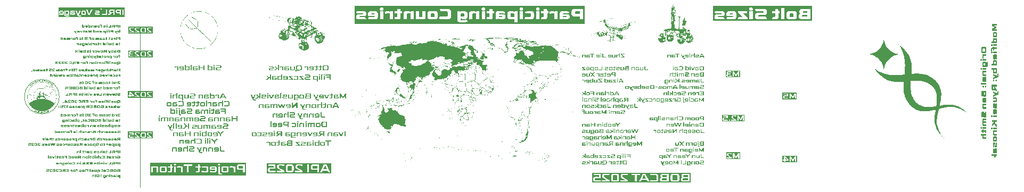
<source format=gbo>
G04 #@! TF.GenerationSoftware,KiCad,Pcbnew,9.0.3*
G04 #@! TF.CreationDate,2025-09-05T00:21:41+02:00*
G04 #@! TF.ProjectId,PCB_RULER_IPRL_2025,5043425f-5255-44c4-9552-5f4950524c5f,rev?*
G04 #@! TF.SameCoordinates,Original*
G04 #@! TF.FileFunction,Legend,Bot*
G04 #@! TF.FilePolarity,Positive*
%FSLAX46Y46*%
G04 Gerber Fmt 4.6, Leading zero omitted, Abs format (unit mm)*
G04 Created by KiCad (PCBNEW 9.0.3) date 2025-09-05 00:21:41*
%MOMM*%
%LPD*%
G01*
G04 APERTURE LIST*
G04 Aperture macros list*
%AMFreePoly0*
4,1,35,9.536831,4.187738,10.463810,4.154648,11.118120,4.080577,11.365957,3.979671,11.364800,3.966994,11.147079,3.628649,10.617817,3.035688,9.870708,2.276279,8.999447,1.438588,8.097728,0.610783,7.259246,-0.118968,6.577695,-0.662497,6.146771,-0.931638,5.956341,-0.980048,5.210145,-1.073242,4.094037,-1.148078,2.955319,-1.189463,2.955319,-1.215955,1.215722,-1.215955,1.215388,-1.215959,
-2.955319,-1.215959,-2.955319,1.215955,0.219681,1.221890,0.886241,1.227576,2.520117,1.305810,3.778069,1.505350,4.779217,1.863971,5.642681,2.419447,6.487581,3.209555,6.767313,3.498505,7.219946,3.887928,7.692731,4.093750,8.359071,4.174397,9.392368,4.188296,9.536831,4.187738,9.536831,4.187738,$1*%
%AMFreePoly1*
4,1,43,3.237694,1.247309,7.992202,1.247309,7.992202,1.238184,9.434578,1.230138,11.101031,1.210096,12.407610,1.179751,13.405305,1.137256,14.145107,1.080759,14.678007,1.008412,15.054996,0.918367,15.327063,0.808772,15.633750,0.619679,16.300428,0.109601,17.089874,-0.567489,17.893286,-1.309753,18.601860,-2.015351,19.106793,-2.582444,19.299283,-2.909194,19.218483,-2.962577,18.717687,-3.044838,
17.860607,-3.101489,16.765348,-3.122582,16.732793,-3.122575,15.479967,-3.102169,14.655880,-3.031138,14.152191,-2.892587,13.860560,-2.669622,13.753633,-2.558867,13.171195,-2.133398,12.408857,-1.719706,12.320640,-1.680344,11.982513,-1.555608,11.568496,-1.455522,11.020522,-1.377368,10.280526,-1.318427,9.290441,-1.275981,7.992202,-1.247309,-7.992202,-1.247309,-7.992202,-1.210755,-7.992206,-1.210755,
-7.992206,1.247310,3.235042,1.247310,3.237694,1.247309,3.237694,1.247309,$1*%
G04 Aperture macros list end*
%ADD10C,0.100000*%
%ADD11C,0.060000*%
%ADD12C,0.150000*%
%ADD13C,0.125000*%
%ADD14C,0.250000*%
%ADD15C,0.000000*%
%ADD16FreePoly0,180.000000*%
%ADD17FreePoly1,180.000000*%
%ADD18C,5.700000*%
%ADD19C,9.200000*%
%ADD20C,4.700000*%
%ADD21C,7.500000*%
%ADD22R,1.000000X1.000000*%
%ADD23C,1.000000*%
%ADD24C,2.600000*%
%ADD25C,3.800000*%
%ADD26R,1.350000X1.350000*%
%ADD27C,1.350000*%
%ADD28C,3.100000*%
%ADD29R,1.700000X1.700000*%
%ADD30C,1.700000*%
%ADD31R,0.850000X0.850000*%
%ADD32C,0.850000*%
%ADD33C,3.600000*%
%ADD34C,5.600000*%
G04 APERTURE END LIST*
D10*
X90750000Y-93400000D02*
X90750000Y-115000000D01*
D11*
X77903259Y-100600000D02*
G75*
G02*
X72396741Y-100600000I-2753259J0D01*
G01*
X72396741Y-100600000D02*
G75*
G02*
X77903259Y-100600000I2753259J0D01*
G01*
D10*
X90750000Y-90300000D02*
X90750000Y-93400000D01*
G36*
X180405569Y-103839485D02*
G01*
X180405569Y-104372500D01*
X180267083Y-104372500D01*
X180267083Y-104172098D01*
X180181583Y-104177365D01*
X180058256Y-104180479D01*
X179951232Y-104180479D01*
X179910865Y-104178157D01*
X179878451Y-104171798D01*
X179852588Y-104162115D01*
X179818525Y-104140791D01*
X179794886Y-104115953D01*
X179777938Y-104087256D01*
X179767637Y-104058251D01*
X179761991Y-104028926D01*
X179760264Y-104004212D01*
X179760264Y-103942296D01*
X179760888Y-103934969D01*
X179898750Y-103934969D01*
X179898750Y-104001052D01*
X179903336Y-104031595D01*
X179916610Y-104056693D01*
X179930315Y-104068688D01*
X179951074Y-104076696D01*
X179981640Y-104079774D01*
X180267083Y-104079774D01*
X180267083Y-103855193D01*
X179980632Y-103855193D01*
X179950769Y-103858254D01*
X179930296Y-103866256D01*
X179916610Y-103878320D01*
X179903375Y-103903521D01*
X179898750Y-103934969D01*
X179760888Y-103934969D01*
X179765531Y-103880426D01*
X179773985Y-103848929D01*
X179789115Y-103819015D01*
X179811713Y-103793552D01*
X179845810Y-103772349D01*
X179872009Y-103763073D01*
X179906490Y-103756820D01*
X179951232Y-103754489D01*
X180416056Y-103754489D01*
X180405569Y-103839485D01*
G37*
G36*
X179554186Y-103906548D02*
G01*
X179586241Y-103917109D01*
X179611563Y-103934240D01*
X179627182Y-103953837D01*
X179636957Y-103976274D01*
X179641837Y-103998442D01*
X179644447Y-104036727D01*
X179644447Y-104251828D01*
X179640087Y-104293069D01*
X179628410Y-104322884D01*
X179610375Y-104344198D01*
X179585950Y-104358937D01*
X179552126Y-104368789D01*
X179505962Y-104372500D01*
X179216351Y-104372500D01*
X179168154Y-104368629D01*
X179136621Y-104358852D01*
X179111557Y-104342814D01*
X179095679Y-104324231D01*
X179085534Y-104302591D01*
X179080475Y-104280176D01*
X179077865Y-104238181D01*
X179077865Y-104036727D01*
X179078009Y-104034620D01*
X179204810Y-104034620D01*
X179204810Y-104240288D01*
X179208009Y-104258621D01*
X179216827Y-104271074D01*
X179231955Y-104279141D01*
X179256239Y-104282282D01*
X179466074Y-104282282D01*
X179489770Y-104279169D01*
X179504596Y-104271148D01*
X179513285Y-104258699D01*
X179516449Y-104240288D01*
X179516449Y-104034620D01*
X179513286Y-104016233D01*
X179504600Y-104003798D01*
X179489775Y-103995782D01*
X179466074Y-103992671D01*
X179256239Y-103992671D01*
X179231950Y-103995810D01*
X179216822Y-104003871D01*
X179208007Y-104016311D01*
X179204810Y-104034620D01*
X179078009Y-104034620D01*
X179080475Y-103998442D01*
X179085365Y-103976276D01*
X179095176Y-103953837D01*
X179110679Y-103934207D01*
X179135567Y-103917109D01*
X179167302Y-103906584D01*
X179216351Y-103902408D01*
X179505962Y-103902408D01*
X179554186Y-103906548D01*
G37*
G36*
X178882273Y-103906548D02*
G01*
X178914329Y-103917109D01*
X178939651Y-103934240D01*
X178955270Y-103953837D01*
X178965045Y-103976274D01*
X178969925Y-103998442D01*
X178972535Y-104036727D01*
X178972535Y-104251828D01*
X178968175Y-104293069D01*
X178956498Y-104322884D01*
X178938463Y-104344198D01*
X178914038Y-104358937D01*
X178880214Y-104368789D01*
X178834050Y-104372500D01*
X178544439Y-104372500D01*
X178496242Y-104368629D01*
X178464709Y-104358852D01*
X178439645Y-104342814D01*
X178423767Y-104324231D01*
X178413621Y-104302591D01*
X178408563Y-104280176D01*
X178405953Y-104238181D01*
X178405953Y-104036727D01*
X178406097Y-104034620D01*
X178532898Y-104034620D01*
X178532898Y-104240288D01*
X178536096Y-104258621D01*
X178544915Y-104271074D01*
X178560043Y-104279141D01*
X178584327Y-104282282D01*
X178794162Y-104282282D01*
X178817858Y-104279169D01*
X178832684Y-104271148D01*
X178841373Y-104258699D01*
X178844537Y-104240288D01*
X178844537Y-104034620D01*
X178841374Y-104016233D01*
X178832688Y-104003798D01*
X178817863Y-103995782D01*
X178794162Y-103992671D01*
X178584327Y-103992671D01*
X178560038Y-103995810D01*
X178544910Y-104003871D01*
X178536095Y-104016311D01*
X178532898Y-104034620D01*
X178406097Y-104034620D01*
X178408563Y-103998442D01*
X178413453Y-103976276D01*
X178423264Y-103953837D01*
X178438767Y-103934207D01*
X178463655Y-103917109D01*
X178495390Y-103906584D01*
X178544439Y-103902408D01*
X178834050Y-103902408D01*
X178882273Y-103906548D01*
G37*
G36*
X178290136Y-104372500D02*
G01*
X178290136Y-103902408D01*
X178204086Y-103902408D01*
X178177891Y-103915002D01*
X178103382Y-103906118D01*
X177998464Y-103902408D01*
X177945983Y-103902408D01*
X177915973Y-103904393D01*
X177887227Y-103910285D01*
X177861518Y-103920441D01*
X177845278Y-103932862D01*
X177815084Y-103921226D01*
X177769716Y-103910835D01*
X177717790Y-103904771D01*
X177643778Y-103902408D01*
X177591342Y-103902408D01*
X177542258Y-103906586D01*
X177510559Y-103917109D01*
X177485670Y-103934207D01*
X177470167Y-103953837D01*
X177460357Y-103976276D01*
X177455467Y-103998442D01*
X177452856Y-104036727D01*
X177452856Y-104372500D01*
X177580855Y-104372500D01*
X177580855Y-104034620D01*
X177584017Y-104016233D01*
X177592704Y-104003798D01*
X177607528Y-103995782D01*
X177631230Y-103992671D01*
X177778096Y-103992671D01*
X177793478Y-103993960D01*
X177801223Y-103996885D01*
X177805622Y-104002828D01*
X177807497Y-104015752D01*
X177807497Y-104372500D01*
X177935495Y-104372500D01*
X177935495Y-104034620D01*
X177938658Y-104016233D01*
X177947344Y-104003798D01*
X177962169Y-103995782D01*
X177985870Y-103992671D01*
X178130676Y-103992671D01*
X178148782Y-103993861D01*
X178156367Y-103996335D01*
X178160338Y-104001928D01*
X178162137Y-104015752D01*
X178162137Y-104372500D01*
X178290136Y-104372500D01*
G37*
G36*
X176898410Y-104372500D02*
G01*
X176947999Y-104369762D01*
X176986077Y-104362423D01*
X177014914Y-104351525D01*
X177040335Y-104335003D01*
X177059695Y-104314204D01*
X177073669Y-104288602D01*
X177085889Y-104243750D01*
X177090430Y-104184692D01*
X177090430Y-103950677D01*
X177087054Y-103899540D01*
X177077832Y-103859034D01*
X177063766Y-103827147D01*
X177045322Y-103802254D01*
X177021471Y-103782744D01*
X176990309Y-103767875D01*
X176950047Y-103758091D01*
X176898410Y-103754489D01*
X176582604Y-103754489D01*
X176514463Y-103756777D01*
X176471916Y-103762366D01*
X176439415Y-103772163D01*
X176433585Y-103778623D01*
X176454559Y-103865726D01*
X176560027Y-103858903D01*
X176814467Y-103855193D01*
X176868002Y-103855193D01*
X176900560Y-103858721D01*
X176923247Y-103868044D01*
X176938739Y-103882319D01*
X176948394Y-103902206D01*
X176951945Y-103929702D01*
X176951945Y-104197286D01*
X176947000Y-104229933D01*
X176933581Y-104252378D01*
X176919898Y-104262291D01*
X176898973Y-104269101D01*
X176868002Y-104271749D01*
X176824954Y-104271749D01*
X176554806Y-104268086D01*
X176435692Y-104260209D01*
X176392690Y-104329497D01*
X176395568Y-104334631D01*
X176410000Y-104345205D01*
X176431170Y-104354147D01*
X176473473Y-104364119D01*
X176524760Y-104370067D01*
X176606738Y-104372500D01*
X176898410Y-104372500D01*
G37*
G36*
X176308838Y-104372500D02*
G01*
X176308838Y-103692573D01*
X176180840Y-103692573D01*
X176180840Y-103923428D01*
X176074869Y-103908728D01*
X176010764Y-103904091D01*
X175933223Y-103902408D01*
X175880741Y-103902408D01*
X175831692Y-103906584D01*
X175799958Y-103917109D01*
X175775069Y-103934207D01*
X175759566Y-103953837D01*
X175749756Y-103976276D01*
X175744866Y-103998442D01*
X175742256Y-104036727D01*
X175742256Y-104372500D01*
X175870254Y-104372500D01*
X175870254Y-104034620D01*
X175873417Y-104016233D01*
X175882103Y-104003798D01*
X175896928Y-103995782D01*
X175920629Y-103992671D01*
X176149378Y-103992671D01*
X176167484Y-103993861D01*
X176175069Y-103996335D01*
X176179040Y-104001928D01*
X176180840Y-104015752D01*
X176180840Y-104372500D01*
X176308838Y-104372500D01*
G37*
G36*
X175516621Y-103905568D02*
G01*
X175571989Y-103910703D01*
X175592114Y-103917264D01*
X175596351Y-103923428D01*
X175584811Y-104003159D01*
X175480946Y-103996335D01*
X175289979Y-103992671D01*
X175237497Y-103992671D01*
X175214343Y-103994569D01*
X175201868Y-103998991D01*
X175193302Y-104006390D01*
X175189275Y-104015249D01*
X175187168Y-104034620D01*
X175187168Y-104103909D01*
X175291032Y-104095528D01*
X175432678Y-104091315D01*
X175486213Y-104091315D01*
X175535963Y-104096014D01*
X175572885Y-104108654D01*
X175600061Y-104128043D01*
X175620067Y-104154734D01*
X175632709Y-104188963D01*
X175637292Y-104232961D01*
X175632959Y-104274920D01*
X175620885Y-104308400D01*
X175601618Y-104335268D01*
X175575306Y-104354752D01*
X175538080Y-104367638D01*
X175486213Y-104372500D01*
X175433731Y-104372500D01*
X175356185Y-104370682D01*
X175292086Y-104365676D01*
X175186115Y-104351525D01*
X175145174Y-104372500D01*
X175059124Y-104372500D01*
X175059124Y-104251828D01*
X175187168Y-104251828D01*
X175188615Y-104271529D01*
X175191381Y-104278069D01*
X175197998Y-104280820D01*
X175218630Y-104282282D01*
X175458919Y-104282282D01*
X175481818Y-104278838D01*
X175496700Y-104269689D01*
X175505706Y-104254290D01*
X175509294Y-104227694D01*
X175506154Y-104200803D01*
X175498303Y-104184692D01*
X175484205Y-104174917D01*
X175458919Y-104171045D01*
X175187168Y-104171045D01*
X175187168Y-104251828D01*
X175059124Y-104251828D01*
X175059124Y-104036727D01*
X175061780Y-103998442D01*
X175066670Y-103976276D01*
X175076480Y-103953837D01*
X175091983Y-103934207D01*
X175116872Y-103917109D01*
X175148572Y-103906586D01*
X175197655Y-103902408D01*
X175250091Y-103902408D01*
X175516621Y-103905568D01*
G37*
G36*
X174938636Y-104372500D02*
G01*
X174938636Y-103902408D01*
X174852586Y-103902408D01*
X174810637Y-103923428D01*
X174704666Y-103908728D01*
X174640562Y-103904091D01*
X174563021Y-103902408D01*
X174510539Y-103902408D01*
X174461490Y-103906584D01*
X174429756Y-103917109D01*
X174404867Y-103934207D01*
X174389364Y-103953837D01*
X174379554Y-103976276D01*
X174374664Y-103998442D01*
X174372053Y-104036727D01*
X174372053Y-104372500D01*
X174500052Y-104372500D01*
X174500052Y-104034620D01*
X174503214Y-104016233D01*
X174511901Y-104003798D01*
X174526725Y-103995782D01*
X174550427Y-103992671D01*
X174779176Y-103992671D01*
X174797282Y-103993861D01*
X174804867Y-103996335D01*
X174808838Y-104001928D01*
X174810637Y-104015752D01*
X174810637Y-104372500D01*
X174938636Y-104372500D01*
G37*
G36*
X174132772Y-104372500D02*
G01*
X174197968Y-104370263D01*
X174232469Y-104365172D01*
X174257165Y-104356317D01*
X174261823Y-104350472D01*
X174230362Y-104271749D01*
X174118621Y-104278619D01*
X173917670Y-104282282D01*
X173865234Y-104282282D01*
X173842664Y-104278208D01*
X173832170Y-104268131D01*
X173827250Y-104252523D01*
X173825346Y-104229801D01*
X173827510Y-104207092D01*
X173833223Y-104190966D01*
X173844345Y-104180332D01*
X173865234Y-104176266D01*
X174123338Y-104176266D01*
X174171755Y-104172519D01*
X174205858Y-104162756D01*
X174229309Y-104148468D01*
X174246802Y-104127809D01*
X174257814Y-104100692D01*
X174261823Y-104065074D01*
X174261823Y-104023080D01*
X174258709Y-103988504D01*
X174253341Y-103968929D01*
X174242956Y-103948616D01*
X174227162Y-103930961D01*
X174202060Y-103915552D01*
X174170680Y-103906124D01*
X174123338Y-103902408D01*
X173833727Y-103902408D01*
X173775377Y-103904661D01*
X173744563Y-103909781D01*
X173722645Y-103918504D01*
X173718322Y-103924482D01*
X173728809Y-104003159D01*
X173841100Y-103996335D01*
X174041501Y-103992671D01*
X174093937Y-103992671D01*
X174116507Y-103996746D01*
X174127001Y-104006822D01*
X174132039Y-104021779D01*
X174133825Y-104039887D01*
X174131986Y-104058743D01*
X174127001Y-104072951D01*
X174116640Y-104082218D01*
X174093937Y-104086048D01*
X173835833Y-104086048D01*
X173789038Y-104089918D01*
X173755115Y-104100156D01*
X173730916Y-104115449D01*
X173712195Y-104136881D01*
X173701144Y-104161356D01*
X173697348Y-104189913D01*
X173697348Y-104251828D01*
X173699958Y-104291716D01*
X173705016Y-104311912D01*
X173715162Y-104331055D01*
X173730857Y-104347093D01*
X173756103Y-104360959D01*
X173787459Y-104369202D01*
X173835833Y-104372500D01*
X174132772Y-104372500D01*
G37*
G36*
X173507159Y-103836325D02*
G01*
X173542544Y-103831868D01*
X173563808Y-103820618D01*
X173573135Y-103808846D01*
X173579293Y-103791956D01*
X173581622Y-103768136D01*
X173579311Y-103743541D01*
X173573286Y-103726571D01*
X173564312Y-103715150D01*
X173543435Y-103704293D01*
X173507159Y-103699900D01*
X173470764Y-103704275D01*
X173449456Y-103715150D01*
X173440169Y-103726621D01*
X173433968Y-103743598D01*
X173431596Y-103768136D01*
X173433895Y-103791232D01*
X173440039Y-103808013D01*
X173449456Y-103820068D01*
X173470869Y-103831695D01*
X173507159Y-103836325D01*
G37*
G36*
X173571135Y-104372500D02*
G01*
X173571135Y-103902408D01*
X173443137Y-103902408D01*
X173443137Y-104372500D01*
X173571135Y-104372500D01*
G37*
G36*
X173295629Y-104372500D02*
G01*
X173295629Y-103791217D01*
X173306116Y-103707274D01*
X173167631Y-103707274D01*
X173167631Y-104372500D01*
X173295629Y-104372500D01*
G37*
G36*
X172816562Y-103906622D02*
G01*
X172929357Y-103916055D01*
X172955552Y-103902408D01*
X173041601Y-103902408D01*
X173041601Y-104567680D01*
X172913603Y-104567680D01*
X172913603Y-104359906D01*
X172808685Y-104368332D01*
X172667040Y-104372500D01*
X172613505Y-104372500D01*
X172564456Y-104368324D01*
X172532721Y-104357799D01*
X172507833Y-104340701D01*
X172492330Y-104321071D01*
X172482518Y-104298638D01*
X172477629Y-104276512D01*
X172475019Y-104238181D01*
X172475019Y-104036727D01*
X172475150Y-104034620D01*
X172603018Y-104034620D01*
X172603018Y-104240288D01*
X172606958Y-104258914D01*
X172618268Y-104271795D01*
X172634485Y-104279611D01*
X172653393Y-104282282D01*
X172881088Y-104282282D01*
X172901740Y-104280683D01*
X172908886Y-104277565D01*
X172912006Y-104270380D01*
X172913603Y-104249722D01*
X172913603Y-104001052D01*
X172824943Y-103995282D01*
X172705829Y-103992671D01*
X172653393Y-103992671D01*
X172628407Y-103995410D01*
X172614054Y-104002105D01*
X172605570Y-104014049D01*
X172603018Y-104034620D01*
X172475150Y-104034620D01*
X172477629Y-103994778D01*
X172482573Y-103972334D01*
X172492330Y-103950723D01*
X172507777Y-103932129D01*
X172532721Y-103916055D01*
X172564375Y-103906299D01*
X172613505Y-103902408D01*
X172667040Y-103902408D01*
X172816562Y-103906622D01*
G37*
G36*
X172254514Y-103905568D02*
G01*
X172309882Y-103910703D01*
X172330007Y-103917264D01*
X172334244Y-103923428D01*
X172322703Y-104003159D01*
X172218839Y-103996335D01*
X172027872Y-103992671D01*
X171975390Y-103992671D01*
X171952235Y-103994569D01*
X171939761Y-103998991D01*
X171931195Y-104006390D01*
X171927167Y-104015249D01*
X171925061Y-104034620D01*
X171925061Y-104103909D01*
X172028925Y-104095528D01*
X172170570Y-104091315D01*
X172224105Y-104091315D01*
X172273856Y-104096014D01*
X172310777Y-104108654D01*
X172337953Y-104128043D01*
X172357960Y-104154734D01*
X172370602Y-104188963D01*
X172375185Y-104232961D01*
X172370851Y-104274920D01*
X172358777Y-104308400D01*
X172339510Y-104335268D01*
X172313199Y-104354752D01*
X172275973Y-104367638D01*
X172224105Y-104372500D01*
X172171624Y-104372500D01*
X172094078Y-104370682D01*
X172029978Y-104365676D01*
X171924007Y-104351525D01*
X171883066Y-104372500D01*
X171797016Y-104372500D01*
X171797016Y-104251828D01*
X171925061Y-104251828D01*
X171926508Y-104271529D01*
X171929274Y-104278069D01*
X171935891Y-104280820D01*
X171956522Y-104282282D01*
X172196811Y-104282282D01*
X172219711Y-104278838D01*
X172234593Y-104269689D01*
X172243599Y-104254290D01*
X172247186Y-104227694D01*
X172244047Y-104200803D01*
X172236195Y-104184692D01*
X172222098Y-104174917D01*
X172196811Y-104171045D01*
X171925061Y-104171045D01*
X171925061Y-104251828D01*
X171797016Y-104251828D01*
X171797016Y-104036727D01*
X171799672Y-103998442D01*
X171804563Y-103976276D01*
X171814373Y-103953837D01*
X171829876Y-103934207D01*
X171854764Y-103917109D01*
X171886464Y-103906586D01*
X171935548Y-103902408D01*
X171987984Y-103902408D01*
X172254514Y-103905568D01*
G37*
G36*
X166948290Y-100372500D02*
G01*
X166795103Y-100372500D01*
X166726914Y-100239234D01*
X166351253Y-100239234D01*
X166289338Y-100372500D01*
X166127771Y-100372500D01*
X166245003Y-100136424D01*
X166390088Y-100136424D01*
X166689133Y-100136424D01*
X166544327Y-99849972D01*
X166533840Y-99849972D01*
X166390088Y-100136424D01*
X166245003Y-100136424D01*
X166434143Y-99755542D01*
X166640864Y-99755542D01*
X166948290Y-100372500D01*
G37*
G36*
X165636568Y-99913949D02*
G01*
X165727381Y-99906118D01*
X165883177Y-99902408D01*
X165936666Y-99902408D01*
X165984890Y-99906548D01*
X166016946Y-99917109D01*
X166042268Y-99934240D01*
X166057887Y-99953837D01*
X166067662Y-99976274D01*
X166072542Y-99998442D01*
X166075152Y-100036727D01*
X166075152Y-100238181D01*
X166072542Y-100280176D01*
X166067609Y-100302622D01*
X166057887Y-100324231D01*
X166042415Y-100342792D01*
X166017495Y-100358852D01*
X165985836Y-100368608D01*
X165936666Y-100372500D01*
X165884184Y-100372500D01*
X165805725Y-100370676D01*
X165741531Y-100365676D01*
X165635515Y-100351525D01*
X165594619Y-100372500D01*
X165508570Y-100372500D01*
X165508570Y-99999999D01*
X165636568Y-99999999D01*
X165636568Y-100250775D01*
X165638277Y-100269576D01*
X165641835Y-100277016D01*
X165649355Y-100280553D01*
X165669083Y-100282282D01*
X165896778Y-100282282D01*
X165920475Y-100279169D01*
X165935300Y-100271148D01*
X165943989Y-100258699D01*
X165947153Y-100240288D01*
X165947153Y-100034620D01*
X165943991Y-100016233D01*
X165935304Y-100003798D01*
X165920480Y-99995782D01*
X165896778Y-99992671D01*
X165843289Y-99992671D01*
X165726831Y-99995282D01*
X165636568Y-99999999D01*
X165508570Y-99999999D01*
X165508570Y-99707274D01*
X165636568Y-99707274D01*
X165636568Y-99913949D01*
G37*
G36*
X165372236Y-100372500D02*
G01*
X165372236Y-99902408D01*
X165286186Y-99902408D01*
X165246344Y-99923428D01*
X165218182Y-99910376D01*
X165187589Y-99900348D01*
X165153951Y-99894252D01*
X165107813Y-99891921D01*
X165035063Y-99896597D01*
X164983524Y-99908728D01*
X164920005Y-99933916D01*
X164956733Y-100025186D01*
X164998178Y-100008929D01*
X165065864Y-99990565D01*
X165105716Y-99984360D01*
X165150861Y-99982184D01*
X165162401Y-99982184D01*
X165195515Y-99985042D01*
X165216029Y-99992130D01*
X165227980Y-100002105D01*
X165238956Y-100025928D01*
X165244238Y-100068234D01*
X165244238Y-100372500D01*
X165372236Y-100372500D01*
G37*
G36*
X164772406Y-99836325D02*
G01*
X164807792Y-99831868D01*
X164829055Y-99820618D01*
X164838382Y-99808846D01*
X164844540Y-99791956D01*
X164846870Y-99768136D01*
X164844559Y-99743541D01*
X164838533Y-99726571D01*
X164829559Y-99715150D01*
X164808682Y-99704293D01*
X164772406Y-99699900D01*
X164736011Y-99704275D01*
X164714704Y-99715150D01*
X164705417Y-99726621D01*
X164699215Y-99743598D01*
X164696844Y-99768136D01*
X164699142Y-99791232D01*
X164705287Y-99808013D01*
X164714704Y-99820068D01*
X164736117Y-99831695D01*
X164772406Y-99836325D01*
G37*
G36*
X164836383Y-100372500D02*
G01*
X164836383Y-99902408D01*
X164708384Y-99902408D01*
X164708384Y-100372500D01*
X164836383Y-100372500D01*
G37*
G36*
X164466446Y-99905568D02*
G01*
X164521814Y-99910703D01*
X164541940Y-99917264D01*
X164546176Y-99923428D01*
X164534636Y-100003159D01*
X164430772Y-99996335D01*
X164239804Y-99992671D01*
X164187323Y-99992671D01*
X164164168Y-99994569D01*
X164151694Y-99998991D01*
X164143127Y-100006390D01*
X164139100Y-100015249D01*
X164136993Y-100034620D01*
X164136993Y-100103909D01*
X164240858Y-100095528D01*
X164382503Y-100091315D01*
X164436038Y-100091315D01*
X164485789Y-100096014D01*
X164522710Y-100108654D01*
X164549886Y-100128043D01*
X164569893Y-100154734D01*
X164582534Y-100188963D01*
X164587118Y-100232961D01*
X164582784Y-100274920D01*
X164570710Y-100308400D01*
X164551443Y-100335268D01*
X164525132Y-100354752D01*
X164487905Y-100367638D01*
X164436038Y-100372500D01*
X164383556Y-100372500D01*
X164306010Y-100370682D01*
X164241911Y-100365676D01*
X164135940Y-100351525D01*
X164094999Y-100372500D01*
X164008949Y-100372500D01*
X164008949Y-100251828D01*
X164136993Y-100251828D01*
X164138441Y-100271529D01*
X164141206Y-100278069D01*
X164147823Y-100280820D01*
X164168455Y-100282282D01*
X164408744Y-100282282D01*
X164431644Y-100278838D01*
X164446525Y-100269689D01*
X164455532Y-100254290D01*
X164459119Y-100227694D01*
X164455979Y-100200803D01*
X164448128Y-100184692D01*
X164434031Y-100174917D01*
X164408744Y-100171045D01*
X164136993Y-100171045D01*
X164136993Y-100251828D01*
X164008949Y-100251828D01*
X164008949Y-100036727D01*
X164011605Y-99998442D01*
X164016495Y-99976276D01*
X164026305Y-99953837D01*
X164041808Y-99934207D01*
X164066697Y-99917109D01*
X164098397Y-99906586D01*
X164147480Y-99902408D01*
X164199916Y-99902408D01*
X164466446Y-99905568D01*
G37*
G36*
X163888461Y-100372500D02*
G01*
X163888461Y-99902408D01*
X163802411Y-99902408D01*
X163760462Y-99923428D01*
X163654492Y-99908728D01*
X163590387Y-99904091D01*
X163512846Y-99902408D01*
X163460364Y-99902408D01*
X163411315Y-99906584D01*
X163379581Y-99917109D01*
X163354692Y-99934207D01*
X163339189Y-99953837D01*
X163329379Y-99976276D01*
X163324489Y-99998442D01*
X163321879Y-100036727D01*
X163321879Y-100372500D01*
X163449877Y-100372500D01*
X163449877Y-100034620D01*
X163453039Y-100016233D01*
X163461726Y-100003798D01*
X163476551Y-99995782D01*
X163500252Y-99992671D01*
X163729001Y-99992671D01*
X163747107Y-99993861D01*
X163754692Y-99996335D01*
X163758663Y-100001928D01*
X163760462Y-100015752D01*
X163760462Y-100372500D01*
X163888461Y-100372500D01*
G37*
G36*
X162938891Y-100372500D02*
G01*
X162938891Y-99839485D01*
X162949378Y-99755542D01*
X162294639Y-99755542D01*
X162294639Y-99856246D01*
X162800405Y-99856246D01*
X162800405Y-100009433D01*
X162407937Y-100009433D01*
X162407937Y-100113343D01*
X162800405Y-100113343D01*
X162800405Y-100372500D01*
X162938891Y-100372500D01*
G37*
G36*
X162177633Y-99906548D02*
G01*
X162209688Y-99917109D01*
X162235010Y-99934240D01*
X162250629Y-99953837D01*
X162260404Y-99976274D01*
X162265284Y-99998442D01*
X162267894Y-100036727D01*
X162267894Y-100251828D01*
X162263534Y-100293069D01*
X162251857Y-100322884D01*
X162233822Y-100344198D01*
X162209397Y-100358937D01*
X162175573Y-100368789D01*
X162129409Y-100372500D01*
X161839798Y-100372500D01*
X161791601Y-100368629D01*
X161760068Y-100358852D01*
X161735004Y-100342814D01*
X161719126Y-100324231D01*
X161708981Y-100302591D01*
X161703922Y-100280176D01*
X161701312Y-100238181D01*
X161701312Y-100036727D01*
X161701456Y-100034620D01*
X161828257Y-100034620D01*
X161828257Y-100240288D01*
X161831456Y-100258621D01*
X161840274Y-100271074D01*
X161855402Y-100279141D01*
X161879686Y-100282282D01*
X162089521Y-100282282D01*
X162113217Y-100279169D01*
X162128043Y-100271148D01*
X162136732Y-100258699D01*
X162139896Y-100240288D01*
X162139896Y-100034620D01*
X162136734Y-100016233D01*
X162128047Y-100003798D01*
X162113222Y-99995782D01*
X162089521Y-99992671D01*
X161879686Y-99992671D01*
X161855397Y-99995810D01*
X161840269Y-100003871D01*
X161831454Y-100016311D01*
X161828257Y-100034620D01*
X161701456Y-100034620D01*
X161703922Y-99998442D01*
X161708812Y-99976276D01*
X161718623Y-99953837D01*
X161734126Y-99934207D01*
X161759014Y-99917109D01*
X161790749Y-99906584D01*
X161839798Y-99902408D01*
X162129409Y-99902408D01*
X162177633Y-99906548D01*
G37*
G36*
X161082889Y-100382987D02*
G01*
X161125171Y-100380155D01*
X161157948Y-100372500D01*
X161188079Y-100357162D01*
X161223527Y-100327391D01*
X161240288Y-100310584D01*
X161270193Y-100280176D01*
X161300097Y-100249722D01*
X161317958Y-100231907D01*
X161344494Y-100207776D01*
X161367829Y-100190966D01*
X161393363Y-100180149D01*
X161426035Y-100176266D01*
X161446673Y-100177726D01*
X161453329Y-100180479D01*
X161456038Y-100187245D01*
X161457497Y-100208826D01*
X161457497Y-100372500D01*
X161585495Y-100372500D01*
X161585495Y-99708327D01*
X161457497Y-99708327D01*
X161457497Y-100086048D01*
X161423928Y-100086048D01*
X161406282Y-100082461D01*
X161390360Y-100071348D01*
X161354686Y-100033613D01*
X161295380Y-99969590D01*
X161235068Y-99903462D01*
X161080828Y-99903462D01*
X161097589Y-99936022D01*
X161150071Y-99989008D01*
X161205163Y-100042543D01*
X161253935Y-100087651D01*
X161287504Y-100113343D01*
X161257358Y-100131466D01*
X161230854Y-100151628D01*
X161176312Y-100199896D01*
X161105970Y-100260209D01*
X161068851Y-100284296D01*
X161037826Y-100294327D01*
X160999999Y-100299043D01*
X161018913Y-100372500D01*
X161047260Y-100379323D01*
X161082889Y-100382987D01*
G37*
G36*
X169536607Y-107372500D02*
G01*
X169536607Y-106755542D01*
X169398122Y-106755542D01*
X169398122Y-107011539D01*
X168986786Y-107011539D01*
X168986786Y-106755542D01*
X168848300Y-106755542D01*
X168848300Y-107372500D01*
X168986786Y-107372500D01*
X168986786Y-107112289D01*
X169398122Y-107112289D01*
X169398122Y-107372500D01*
X169536607Y-107372500D01*
G37*
G36*
X168596104Y-106905568D02*
G01*
X168651472Y-106910703D01*
X168671598Y-106917264D01*
X168675834Y-106923428D01*
X168664294Y-107003159D01*
X168560430Y-106996335D01*
X168369462Y-106992671D01*
X168316981Y-106992671D01*
X168293826Y-106994569D01*
X168281352Y-106998991D01*
X168272785Y-107006390D01*
X168268758Y-107015249D01*
X168266651Y-107034620D01*
X168266651Y-107103909D01*
X168370516Y-107095528D01*
X168512161Y-107091315D01*
X168565696Y-107091315D01*
X168615447Y-107096014D01*
X168652368Y-107108654D01*
X168679544Y-107128043D01*
X168699551Y-107154734D01*
X168712192Y-107188963D01*
X168716776Y-107232961D01*
X168712442Y-107274920D01*
X168700368Y-107308400D01*
X168681101Y-107335268D01*
X168654790Y-107354752D01*
X168617564Y-107367638D01*
X168565696Y-107372500D01*
X168513214Y-107372500D01*
X168435668Y-107370682D01*
X168371569Y-107365676D01*
X168265598Y-107351525D01*
X168224657Y-107372500D01*
X168138607Y-107372500D01*
X168138607Y-107251828D01*
X168266651Y-107251828D01*
X168268099Y-107271529D01*
X168270865Y-107278069D01*
X168277482Y-107280820D01*
X168298113Y-107282282D01*
X168538402Y-107282282D01*
X168561302Y-107278838D01*
X168576183Y-107269689D01*
X168585190Y-107254290D01*
X168588777Y-107227694D01*
X168585638Y-107200803D01*
X168577786Y-107184692D01*
X168563689Y-107174917D01*
X168538402Y-107171045D01*
X168266651Y-107171045D01*
X168266651Y-107251828D01*
X168138607Y-107251828D01*
X168138607Y-107036727D01*
X168141263Y-106998442D01*
X168146153Y-106976276D01*
X168155964Y-106953837D01*
X168171467Y-106934207D01*
X168196355Y-106917109D01*
X168228055Y-106906586D01*
X168277139Y-106902408D01*
X168329574Y-106902408D01*
X168596104Y-106905568D01*
G37*
G36*
X168018119Y-107372500D02*
G01*
X168018119Y-106902408D01*
X167932069Y-106902408D01*
X167890120Y-106923428D01*
X167784150Y-106908728D01*
X167720045Y-106904091D01*
X167642504Y-106902408D01*
X167590022Y-106902408D01*
X167540973Y-106906584D01*
X167509239Y-106917109D01*
X167484350Y-106934207D01*
X167468847Y-106953837D01*
X167459037Y-106976276D01*
X167454147Y-106998442D01*
X167451537Y-107036727D01*
X167451537Y-107372500D01*
X167579535Y-107372500D01*
X167579535Y-107034620D01*
X167582697Y-107016233D01*
X167591384Y-107003798D01*
X167606209Y-106995782D01*
X167629910Y-106992671D01*
X167858659Y-106992671D01*
X167876765Y-106993861D01*
X167884350Y-106996335D01*
X167888321Y-107001928D01*
X167890120Y-107015752D01*
X167890120Y-107372500D01*
X168018119Y-107372500D01*
G37*
G36*
X166828214Y-107382987D02*
G01*
X166870496Y-107380155D01*
X166903272Y-107372500D01*
X166933404Y-107357162D01*
X166968852Y-107327391D01*
X166985613Y-107310584D01*
X167015517Y-107280176D01*
X167045422Y-107249722D01*
X167063282Y-107231907D01*
X167089819Y-107207776D01*
X167113153Y-107190966D01*
X167138687Y-107180149D01*
X167171360Y-107176266D01*
X167191998Y-107177726D01*
X167198654Y-107180479D01*
X167201363Y-107187245D01*
X167202821Y-107208826D01*
X167202821Y-107372500D01*
X167330820Y-107372500D01*
X167330820Y-106708327D01*
X167202821Y-106708327D01*
X167202821Y-107086048D01*
X167169253Y-107086048D01*
X167151606Y-107082461D01*
X167135685Y-107071348D01*
X167100010Y-107033613D01*
X167040705Y-106969590D01*
X166980392Y-106903462D01*
X166826153Y-106903462D01*
X166842914Y-106936022D01*
X166895396Y-106989008D01*
X166950488Y-107042543D01*
X166999260Y-107087651D01*
X167032828Y-107113343D01*
X167002682Y-107131466D01*
X166976179Y-107151628D01*
X166921637Y-107199896D01*
X166851295Y-107260209D01*
X166814176Y-107284296D01*
X166783151Y-107294327D01*
X166745324Y-107299043D01*
X166764237Y-107372500D01*
X166792585Y-107379323D01*
X166828214Y-107382987D01*
G37*
G36*
X166577437Y-106905568D02*
G01*
X166632805Y-106910703D01*
X166652931Y-106917264D01*
X166657167Y-106923428D01*
X166645627Y-107003159D01*
X166541763Y-106996335D01*
X166350795Y-106992671D01*
X166298313Y-106992671D01*
X166275159Y-106994569D01*
X166262685Y-106998991D01*
X166254118Y-107006390D01*
X166250091Y-107015249D01*
X166247984Y-107034620D01*
X166247984Y-107103909D01*
X166351848Y-107095528D01*
X166493494Y-107091315D01*
X166547029Y-107091315D01*
X166596780Y-107096014D01*
X166633701Y-107108654D01*
X166660877Y-107128043D01*
X166680883Y-107154734D01*
X166693525Y-107188963D01*
X166698109Y-107232961D01*
X166693775Y-107274920D01*
X166681701Y-107308400D01*
X166662434Y-107335268D01*
X166636123Y-107354752D01*
X166598896Y-107367638D01*
X166547029Y-107372500D01*
X166494547Y-107372500D01*
X166417001Y-107370682D01*
X166352902Y-107365676D01*
X166246931Y-107351525D01*
X166205990Y-107372500D01*
X166119940Y-107372500D01*
X166119940Y-107251828D01*
X166247984Y-107251828D01*
X166249431Y-107271529D01*
X166252197Y-107278069D01*
X166258814Y-107280820D01*
X166279446Y-107282282D01*
X166519735Y-107282282D01*
X166542634Y-107278838D01*
X166557516Y-107269689D01*
X166566523Y-107254290D01*
X166570110Y-107227694D01*
X166566970Y-107200803D01*
X166559119Y-107184692D01*
X166545022Y-107174917D01*
X166519735Y-107171045D01*
X166247984Y-107171045D01*
X166247984Y-107251828D01*
X166119940Y-107251828D01*
X166119940Y-107036727D01*
X166122596Y-106998442D01*
X166127486Y-106976276D01*
X166137296Y-106953837D01*
X166152799Y-106934207D01*
X166177688Y-106917109D01*
X166209388Y-106906586D01*
X166258471Y-106902408D01*
X166310907Y-106902408D01*
X166577437Y-106905568D01*
G37*
G36*
X165737181Y-107372500D02*
G01*
X165737181Y-106839485D01*
X165747668Y-106755542D01*
X165588162Y-106755542D01*
X165351033Y-107175258D01*
X165105523Y-106755542D01*
X164963877Y-106755542D01*
X164963877Y-107372500D01*
X165102363Y-107372500D01*
X165102363Y-106981131D01*
X165113904Y-106981131D01*
X165154845Y-107072401D01*
X165287057Y-107309531D01*
X165414002Y-107309531D01*
X165546213Y-107072401D01*
X165588162Y-106981131D01*
X165598695Y-106981131D01*
X165598695Y-107372500D01*
X165737181Y-107372500D01*
G37*
G36*
X164737053Y-106906548D02*
G01*
X164769109Y-106917109D01*
X164794431Y-106934240D01*
X164810050Y-106953837D01*
X164819825Y-106976274D01*
X164824705Y-106998442D01*
X164827315Y-107036727D01*
X164827315Y-107238181D01*
X164824705Y-107280176D01*
X164819772Y-107302622D01*
X164810050Y-107324231D01*
X164794578Y-107342792D01*
X164769659Y-107358852D01*
X164737999Y-107368608D01*
X164688829Y-107372500D01*
X164477941Y-107372500D01*
X164357309Y-107368409D01*
X164299045Y-107359466D01*
X164276479Y-107349529D01*
X164271220Y-107339985D01*
X164313214Y-107271749D01*
X164385617Y-107276512D01*
X164484765Y-107280725D01*
X164595452Y-107282282D01*
X164648942Y-107282282D01*
X164673186Y-107279129D01*
X164688079Y-107271068D01*
X164696569Y-107258645D01*
X164699317Y-107240288D01*
X164699317Y-107182585D01*
X164620136Y-107187852D01*
X164466401Y-107192019D01*
X164282760Y-107192019D01*
X164282760Y-107036727D01*
X164282964Y-107034620D01*
X164410759Y-107034620D01*
X164410759Y-107101802D01*
X164699317Y-107101802D01*
X164699317Y-107034620D01*
X164696154Y-107016233D01*
X164687468Y-107003798D01*
X164672643Y-106995782D01*
X164648942Y-106992671D01*
X164521996Y-106992671D01*
X164443320Y-106994778D01*
X164423199Y-106999118D01*
X164415522Y-107005265D01*
X164412208Y-107015313D01*
X164410759Y-107034620D01*
X164282964Y-107034620D01*
X164287246Y-106990423D01*
X164299018Y-106958050D01*
X164311930Y-106940761D01*
X164330097Y-106926613D01*
X164354659Y-106915552D01*
X164397828Y-106906155D01*
X164463241Y-106902408D01*
X164688829Y-106902408D01*
X164737053Y-106906548D01*
G37*
G36*
X164166165Y-107372500D02*
G01*
X164166165Y-106692573D01*
X164038167Y-106692573D01*
X164038167Y-106923428D01*
X163932196Y-106908728D01*
X163868091Y-106904091D01*
X163790550Y-106902408D01*
X163738068Y-106902408D01*
X163689019Y-106906584D01*
X163657285Y-106917109D01*
X163632396Y-106934207D01*
X163616893Y-106953837D01*
X163607083Y-106976276D01*
X163602193Y-106998442D01*
X163599583Y-107036727D01*
X163599583Y-107372500D01*
X163727581Y-107372500D01*
X163727581Y-107034620D01*
X163730744Y-107016233D01*
X163739430Y-107003798D01*
X163754255Y-106995782D01*
X163777956Y-106992671D01*
X164006705Y-106992671D01*
X164024811Y-106993861D01*
X164032396Y-106996335D01*
X164036367Y-107001928D01*
X164038167Y-107015752D01*
X164038167Y-107372500D01*
X164166165Y-107372500D01*
G37*
G36*
X163373948Y-106905568D02*
G01*
X163429316Y-106910703D01*
X163449441Y-106917264D01*
X163453678Y-106923428D01*
X163442138Y-107003159D01*
X163338273Y-106996335D01*
X163147306Y-106992671D01*
X163094824Y-106992671D01*
X163071670Y-106994569D01*
X163059195Y-106998991D01*
X163050629Y-107006390D01*
X163046602Y-107015249D01*
X163044495Y-107034620D01*
X163044495Y-107103909D01*
X163148359Y-107095528D01*
X163290005Y-107091315D01*
X163343540Y-107091315D01*
X163393290Y-107096014D01*
X163430212Y-107108654D01*
X163457388Y-107128043D01*
X163477394Y-107154734D01*
X163490036Y-107188963D01*
X163494619Y-107232961D01*
X163490286Y-107274920D01*
X163478212Y-107308400D01*
X163458945Y-107335268D01*
X163432633Y-107354752D01*
X163395407Y-107367638D01*
X163343540Y-107372500D01*
X163291058Y-107372500D01*
X163213512Y-107370682D01*
X163149413Y-107365676D01*
X163043442Y-107351525D01*
X163002501Y-107372500D01*
X162916451Y-107372500D01*
X162916451Y-107251828D01*
X163044495Y-107251828D01*
X163045942Y-107271529D01*
X163048708Y-107278069D01*
X163055325Y-107280820D01*
X163075957Y-107282282D01*
X163316246Y-107282282D01*
X163339145Y-107278838D01*
X163354027Y-107269689D01*
X163363033Y-107254290D01*
X163366621Y-107227694D01*
X163363481Y-107200803D01*
X163355630Y-107184692D01*
X163341532Y-107174917D01*
X163316246Y-107171045D01*
X163044495Y-107171045D01*
X163044495Y-107251828D01*
X162916451Y-107251828D01*
X162916451Y-107036727D01*
X162919107Y-106998442D01*
X162923997Y-106976276D01*
X162933807Y-106953837D01*
X162949310Y-106934207D01*
X162974199Y-106917109D01*
X163005899Y-106906586D01*
X163054982Y-106902408D01*
X163107418Y-106902408D01*
X163373948Y-106905568D01*
G37*
G36*
X162352158Y-106916055D02*
G01*
X162441872Y-106906622D01*
X162613422Y-106902408D01*
X162666911Y-106902408D01*
X162715135Y-106906548D01*
X162747190Y-106917109D01*
X162772512Y-106934240D01*
X162788132Y-106953837D01*
X162797906Y-106976274D01*
X162802786Y-106998442D01*
X162805397Y-107036727D01*
X162805397Y-107238181D01*
X162802786Y-107280176D01*
X162797853Y-107302622D01*
X162788132Y-107324231D01*
X162772660Y-107342792D01*
X162747740Y-107358852D01*
X162716081Y-107368608D01*
X162666911Y-107372500D01*
X162614475Y-107372500D01*
X162536966Y-107370825D01*
X162473333Y-107366226D01*
X162366813Y-107351525D01*
X162366813Y-107414448D01*
X162371331Y-107440453D01*
X162383116Y-107455389D01*
X162402593Y-107463507D01*
X162438162Y-107466930D01*
X162617589Y-107466930D01*
X162680786Y-107464738D01*
X162726216Y-107459053D01*
X162785475Y-107445956D01*
X162816983Y-107524632D01*
X162814161Y-107530998D01*
X162802832Y-107538279D01*
X162785473Y-107543445D01*
X162749801Y-107548767D01*
X162638609Y-107555086D01*
X162450756Y-107557193D01*
X162398320Y-107557193D01*
X162349680Y-107553406D01*
X162315430Y-107543546D01*
X162286860Y-107527513D01*
X162267162Y-107508879D01*
X162252944Y-107487046D01*
X162244584Y-107464823D01*
X162238814Y-107422875D01*
X162238814Y-106999999D01*
X162366813Y-106999999D01*
X162366813Y-107250775D01*
X162368273Y-107271413D01*
X162371026Y-107278069D01*
X162377798Y-107280809D01*
X162399373Y-107282282D01*
X162627023Y-107282282D01*
X162651267Y-107279129D01*
X162666160Y-107271068D01*
X162674651Y-107258645D01*
X162677398Y-107240288D01*
X162677398Y-107034620D01*
X162674236Y-107016233D01*
X162665549Y-107003798D01*
X162650724Y-106995782D01*
X162627023Y-106992671D01*
X162573534Y-106992671D01*
X162457076Y-106995282D01*
X162366813Y-106999999D01*
X162238814Y-106999999D01*
X162238814Y-106902408D01*
X162324864Y-106902408D01*
X162352158Y-106916055D01*
G37*
G36*
X162033285Y-106906548D02*
G01*
X162065341Y-106917109D01*
X162090663Y-106934240D01*
X162106282Y-106953837D01*
X162116057Y-106976274D01*
X162120936Y-106998442D01*
X162123547Y-107036727D01*
X162123547Y-107238181D01*
X162120936Y-107280176D01*
X162116004Y-107302622D01*
X162106282Y-107324231D01*
X162090810Y-107342792D01*
X162065890Y-107358852D01*
X162034231Y-107368608D01*
X161985061Y-107372500D01*
X161774173Y-107372500D01*
X161653541Y-107368409D01*
X161595277Y-107359466D01*
X161572710Y-107349529D01*
X161567452Y-107339985D01*
X161609446Y-107271749D01*
X161681849Y-107276512D01*
X161780996Y-107280725D01*
X161891684Y-107282282D01*
X161945173Y-107282282D01*
X161969418Y-107279129D01*
X161984310Y-107271068D01*
X161992801Y-107258645D01*
X161995548Y-107240288D01*
X161995548Y-107182585D01*
X161916368Y-107187852D01*
X161762632Y-107192019D01*
X161578992Y-107192019D01*
X161578992Y-107036727D01*
X161579196Y-107034620D01*
X161706991Y-107034620D01*
X161706991Y-107101802D01*
X161995548Y-107101802D01*
X161995548Y-107034620D01*
X161992386Y-107016233D01*
X161983699Y-107003798D01*
X161968875Y-106995782D01*
X161945173Y-106992671D01*
X161818228Y-106992671D01*
X161739551Y-106994778D01*
X161719430Y-106999118D01*
X161711753Y-107005265D01*
X161708440Y-107015313D01*
X161706991Y-107034620D01*
X161579196Y-107034620D01*
X161583477Y-106990423D01*
X161595250Y-106958050D01*
X161608162Y-106940761D01*
X161626329Y-106926613D01*
X161650891Y-106915552D01*
X161694059Y-106906155D01*
X161759472Y-106902408D01*
X161985061Y-106902408D01*
X162033285Y-106906548D01*
G37*
G36*
X161462397Y-107372500D02*
G01*
X161462397Y-106902408D01*
X161376347Y-106902408D01*
X161336505Y-106923428D01*
X161308342Y-106910376D01*
X161277749Y-106900348D01*
X161244111Y-106894252D01*
X161197973Y-106891921D01*
X161125223Y-106896597D01*
X161073684Y-106908728D01*
X161010166Y-106933916D01*
X161046894Y-107025186D01*
X161088339Y-107008929D01*
X161156025Y-106990565D01*
X161195877Y-106984360D01*
X161241021Y-106982184D01*
X161252562Y-106982184D01*
X161285676Y-106985042D01*
X161306190Y-106992130D01*
X161318141Y-107002105D01*
X161329116Y-107025928D01*
X161334398Y-107068234D01*
X161334398Y-107372500D01*
X161462397Y-107372500D01*
G37*
G36*
X166504073Y-113094806D02*
G01*
X166544021Y-113108311D01*
X166576879Y-113129927D01*
X166602322Y-113159201D01*
X166617665Y-113194263D01*
X166623040Y-113236905D01*
X166623040Y-113772072D01*
X166617627Y-113817583D01*
X166602474Y-113853567D01*
X166577886Y-113882256D01*
X166545704Y-113903067D01*
X166505514Y-113916248D01*
X166455154Y-113920999D01*
X166089980Y-113920999D01*
X166039673Y-113916078D01*
X166000270Y-113902510D01*
X165969355Y-113881157D01*
X165945871Y-113852070D01*
X165931434Y-113816362D01*
X165926307Y-113772072D01*
X165926307Y-113236905D01*
X165937285Y-113180617D01*
X165970362Y-113133041D01*
X166002157Y-113109698D01*
X166041333Y-113095177D01*
X166089980Y-113089993D01*
X166455154Y-113089993D01*
X166504073Y-113094806D01*
G37*
G36*
X171192152Y-113650348D02*
G01*
X170594063Y-113650348D01*
X170881567Y-113077445D01*
X170902541Y-113077445D01*
X171192152Y-113650348D01*
G37*
G36*
X174520389Y-113920999D02*
G01*
X173859284Y-113920999D01*
X173807628Y-113915986D01*
X173768381Y-113902348D01*
X173738659Y-113881157D01*
X173716414Y-113852231D01*
X173702632Y-113816524D01*
X173697718Y-113772072D01*
X173697718Y-113734245D01*
X173703208Y-113693120D01*
X173719119Y-113658322D01*
X173745986Y-113628274D01*
X173780804Y-113607312D01*
X173832041Y-113592893D01*
X173905446Y-113587333D01*
X174520389Y-113587333D01*
X174520389Y-113920999D01*
G37*
G36*
X174520389Y-113381711D02*
G01*
X173928527Y-113381711D01*
X173881157Y-113378039D01*
X173845830Y-113365444D01*
X173819534Y-113344983D01*
X173792990Y-113301847D01*
X173783813Y-113247438D01*
X173783813Y-113226464D01*
X173791892Y-113179885D01*
X173817427Y-113133041D01*
X173843460Y-113109628D01*
X173883530Y-113093945D01*
X173943273Y-113087887D01*
X174520389Y-113087887D01*
X174520389Y-113381711D01*
G37*
G36*
X176095948Y-113094806D02*
G01*
X176135895Y-113108311D01*
X176168753Y-113129927D01*
X176194197Y-113159201D01*
X176209539Y-113194263D01*
X176214915Y-113236905D01*
X176214915Y-113772072D01*
X176209511Y-113817590D01*
X176194386Y-113853574D01*
X176169852Y-113882256D01*
X176137669Y-113903063D01*
X176097450Y-113916246D01*
X176047029Y-113920999D01*
X175553811Y-113920999D01*
X175503565Y-113916082D01*
X175464155Y-113902518D01*
X175433185Y-113881157D01*
X175409701Y-113852070D01*
X175395264Y-113816362D01*
X175390137Y-113772072D01*
X175390137Y-113236905D01*
X175401135Y-113180624D01*
X175434284Y-113133041D01*
X175466077Y-113109694D01*
X175505225Y-113095175D01*
X175553811Y-113089993D01*
X176047029Y-113089993D01*
X176095948Y-113094806D01*
G37*
G36*
X177864562Y-113920999D02*
G01*
X177203457Y-113920999D01*
X177151801Y-113915986D01*
X177112554Y-113902348D01*
X177082832Y-113881157D01*
X177060587Y-113852231D01*
X177046805Y-113816524D01*
X177041891Y-113772072D01*
X177041891Y-113734245D01*
X177047381Y-113693120D01*
X177063292Y-113658322D01*
X177090159Y-113628274D01*
X177124977Y-113607312D01*
X177176214Y-113592893D01*
X177249619Y-113587333D01*
X177864562Y-113587333D01*
X177864562Y-113920999D01*
G37*
G36*
X177864562Y-113381711D02*
G01*
X177272700Y-113381711D01*
X177225330Y-113378039D01*
X177190003Y-113365444D01*
X177163707Y-113344983D01*
X177137163Y-113301847D01*
X177127986Y-113247438D01*
X177127986Y-113226464D01*
X177136065Y-113179885D01*
X177161600Y-113133041D01*
X177187633Y-113109628D01*
X177227703Y-113093945D01*
X177287446Y-113087887D01*
X177864562Y-113087887D01*
X177864562Y-113381711D01*
G37*
G36*
X178308200Y-114289167D02*
G01*
X162629790Y-114289167D01*
X162629790Y-113698616D01*
X162796457Y-113698616D01*
X162796457Y-113746885D01*
X162806990Y-113878043D01*
X162823781Y-113941570D01*
X162853152Y-113999767D01*
X162897502Y-114048446D01*
X162966450Y-114088977D01*
X163051757Y-114113056D01*
X163178392Y-114122500D01*
X163654757Y-114122500D01*
X163788263Y-114118952D01*
X163879338Y-114109952D01*
X163957633Y-114095343D01*
X164004177Y-114081558D01*
X164061879Y-114059576D01*
X163991688Y-113920999D01*
X164188092Y-113920999D01*
X164188092Y-114122500D01*
X165396911Y-114122500D01*
X165396911Y-113918984D01*
X165288833Y-113849741D01*
X165127267Y-113746885D01*
X164945733Y-113630381D01*
X164774641Y-113517083D01*
X164649802Y-113427873D01*
X164590321Y-113373347D01*
X164556471Y-113326115D01*
X164536517Y-113276126D01*
X164534652Y-113262093D01*
X165649244Y-113262093D01*
X165649244Y-113746885D01*
X165655255Y-113840397D01*
X165671839Y-113916284D01*
X165697388Y-113977657D01*
X165731127Y-114027062D01*
X165774919Y-114065207D01*
X165836009Y-114094923D01*
X165919333Y-114114964D01*
X166031179Y-114122500D01*
X166515970Y-114122500D01*
X166613685Y-114117052D01*
X166689216Y-114102397D01*
X166746872Y-114080551D01*
X166797791Y-114047539D01*
X166836863Y-114005936D01*
X166865390Y-113954705D01*
X166874872Y-113920999D01*
X167110213Y-113920999D01*
X167110213Y-114122500D01*
X168319032Y-114122500D01*
X168319032Y-113918984D01*
X168210955Y-113849741D01*
X168049388Y-113746885D01*
X167867855Y-113630381D01*
X167696762Y-113517083D01*
X167571924Y-113427873D01*
X167512442Y-113373347D01*
X167478593Y-113326115D01*
X167458639Y-113276126D01*
X167452306Y-113228479D01*
X167452306Y-113186530D01*
X167462730Y-113138919D01*
X167494255Y-113100526D01*
X167524338Y-113083383D01*
X167568824Y-113071506D01*
X167632740Y-113066912D01*
X167695755Y-113066912D01*
X167939204Y-113075339D01*
X168156366Y-113093199D01*
X168297966Y-113108953D01*
X168300290Y-113087887D01*
X168906772Y-113087887D01*
X169454487Y-113087887D01*
X169454487Y-114122500D01*
X169731550Y-114122500D01*
X170069429Y-114122500D01*
X170392562Y-114122500D01*
X170516394Y-113855969D01*
X171267715Y-113855969D01*
X171404094Y-114122500D01*
X171710466Y-114122500D01*
X171667610Y-114036495D01*
X171752232Y-114036495D01*
X171757989Y-114046762D01*
X171786853Y-114067911D01*
X171829193Y-114085794D01*
X171913798Y-114105738D01*
X172016373Y-114117634D01*
X172180328Y-114122500D01*
X172763672Y-114122500D01*
X172862850Y-114117025D01*
X172939006Y-114102347D01*
X172996680Y-114080551D01*
X173047523Y-114047507D01*
X173086242Y-114005909D01*
X173114191Y-113954705D01*
X173138631Y-113865000D01*
X173147713Y-113746885D01*
X173147713Y-113730032D01*
X173420746Y-113730032D01*
X173420746Y-113734245D01*
X173420746Y-113767859D01*
X173424408Y-113830593D01*
X173435492Y-113893797D01*
X173456658Y-113953733D01*
X173491088Y-114008194D01*
X173538842Y-114053507D01*
X173606493Y-114091084D01*
X173687255Y-114113812D01*
X173800574Y-114122500D01*
X174797360Y-114122500D01*
X174797360Y-113262093D01*
X175113166Y-113262093D01*
X175113166Y-113746885D01*
X175119177Y-113840397D01*
X175135761Y-113916284D01*
X175161310Y-113977657D01*
X175195048Y-114027062D01*
X175238799Y-114065200D01*
X175299867Y-114094916D01*
X175383199Y-114114962D01*
X175495101Y-114122500D01*
X176107845Y-114122500D01*
X176205559Y-114117052D01*
X176281091Y-114102397D01*
X176338746Y-114080551D01*
X176389665Y-114047539D01*
X176428738Y-114005936D01*
X176457265Y-113954705D01*
X176482519Y-113864930D01*
X176491886Y-113746885D01*
X176491886Y-113730032D01*
X176764919Y-113730032D01*
X176764919Y-113734245D01*
X176764919Y-113767859D01*
X176768581Y-113830593D01*
X176779665Y-113893797D01*
X176800831Y-113953733D01*
X176835261Y-114008194D01*
X176883015Y-114053507D01*
X176950666Y-114091084D01*
X177031428Y-114113812D01*
X177144747Y-114122500D01*
X178141533Y-114122500D01*
X178141533Y-112886478D01*
X177228645Y-112886478D01*
X177127599Y-112892516D01*
X177048721Y-112908861D01*
X176987769Y-112933455D01*
X176941232Y-112965155D01*
X176890274Y-113022405D01*
X176860839Y-113084946D01*
X176850923Y-113155115D01*
X176850923Y-113218038D01*
X176851945Y-113226464D01*
X176860712Y-113298759D01*
X176887651Y-113359729D01*
X176927376Y-113408870D01*
X176966328Y-113438406D01*
X176908210Y-113463163D01*
X176859705Y-113496950D01*
X176819508Y-113540163D01*
X176790173Y-113591067D01*
X176771587Y-113653408D01*
X176764919Y-113730032D01*
X176491886Y-113730032D01*
X176491886Y-113262093D01*
X176482819Y-113145982D01*
X176458364Y-113057479D01*
X176430508Y-113006850D01*
X176391802Y-112965216D01*
X176340853Y-112931632D01*
X176283104Y-112909244D01*
X176206948Y-112894193D01*
X176107845Y-112888585D01*
X175495101Y-112888585D01*
X175397442Y-112894186D01*
X175322330Y-112909228D01*
X175265299Y-112931632D01*
X175214914Y-112965119D01*
X175176163Y-113006750D01*
X175147787Y-113057479D01*
X175122518Y-113146052D01*
X175115196Y-113236905D01*
X175113166Y-113262093D01*
X174797360Y-113262093D01*
X174797360Y-112886478D01*
X173884472Y-112886478D01*
X173783426Y-112892516D01*
X173704548Y-112908861D01*
X173643596Y-112933455D01*
X173597059Y-112965155D01*
X173546101Y-113022405D01*
X173516666Y-113084946D01*
X173506750Y-113155115D01*
X173506750Y-113218038D01*
X173507772Y-113226464D01*
X173516539Y-113298759D01*
X173543478Y-113359729D01*
X173583203Y-113408870D01*
X173622155Y-113438406D01*
X173564037Y-113463163D01*
X173515532Y-113496950D01*
X173475335Y-113540163D01*
X173446000Y-113591067D01*
X173427414Y-113653408D01*
X173420746Y-113730032D01*
X173147713Y-113730032D01*
X173147713Y-113278854D01*
X173140960Y-113176580D01*
X173122516Y-113095569D01*
X173094385Y-113031794D01*
X173057496Y-112982008D01*
X173009794Y-112942989D01*
X172947470Y-112913251D01*
X172866946Y-112893682D01*
X172763672Y-112886478D01*
X172132060Y-112886478D01*
X171995778Y-112891055D01*
X171910684Y-112902232D01*
X171845683Y-112921826D01*
X171834023Y-112934747D01*
X171875971Y-113108953D01*
X172086906Y-113095306D01*
X172595786Y-113087887D01*
X172702855Y-113087887D01*
X172767973Y-113094943D01*
X172813347Y-113113589D01*
X172844331Y-113142138D01*
X172863641Y-113181913D01*
X172870742Y-113236905D01*
X172870742Y-113772072D01*
X172860852Y-113837366D01*
X172834014Y-113882256D01*
X172806648Y-113902083D01*
X172764799Y-113915702D01*
X172702855Y-113920999D01*
X172616760Y-113920999D01*
X172076464Y-113913672D01*
X171838236Y-113897918D01*
X171752232Y-114036495D01*
X171667610Y-114036495D01*
X171095615Y-112888585D01*
X170682173Y-112888585D01*
X170303893Y-113650348D01*
X170069429Y-114122500D01*
X169731550Y-114122500D01*
X169733656Y-113087887D01*
X170279264Y-113087887D01*
X170279264Y-112886478D01*
X168906772Y-112886478D01*
X168906772Y-113087887D01*
X168300290Y-113087887D01*
X168319032Y-112917985D01*
X168157466Y-112894904D01*
X167920336Y-112873930D01*
X167639060Y-112865504D01*
X167580259Y-112865504D01*
X167455103Y-112874015D01*
X167368409Y-112895912D01*
X167295636Y-112932194D01*
X167245585Y-112974589D01*
X167209342Y-113025756D01*
X167187883Y-113080560D01*
X167176814Y-113138079D01*
X167173228Y-113192850D01*
X167173228Y-113236905D01*
X167180975Y-113308895D01*
X167204581Y-113380156D01*
X167245585Y-113452053D01*
X167299403Y-113515511D01*
X167375770Y-113580135D01*
X167479600Y-113646134D01*
X167776538Y-113808800D01*
X167949645Y-113904238D01*
X167949645Y-113920999D01*
X167110213Y-113920999D01*
X166874872Y-113920999D01*
X166890644Y-113864930D01*
X166900012Y-113746885D01*
X166900012Y-113262093D01*
X166890944Y-113145982D01*
X166866489Y-113057479D01*
X166838633Y-113006850D01*
X166799928Y-112965216D01*
X166748978Y-112931632D01*
X166691229Y-112909244D01*
X166615074Y-112894193D01*
X166515970Y-112888585D01*
X166031179Y-112888585D01*
X165933584Y-112894185D01*
X165858499Y-112909226D01*
X165801469Y-112931632D01*
X165751084Y-112965119D01*
X165712333Y-113006750D01*
X165683957Y-113057479D01*
X165658620Y-113146058D01*
X165651279Y-113236905D01*
X165649244Y-113262093D01*
X164534652Y-113262093D01*
X164530185Y-113228479D01*
X164530185Y-113186530D01*
X164540608Y-113138919D01*
X164572133Y-113100526D01*
X164602217Y-113083383D01*
X164646702Y-113071506D01*
X164710619Y-113066912D01*
X164773634Y-113066912D01*
X165017083Y-113075339D01*
X165234245Y-113093199D01*
X165375845Y-113108953D01*
X165396911Y-112917985D01*
X165235344Y-112894904D01*
X164998215Y-112873930D01*
X164716939Y-112865504D01*
X164658137Y-112865504D01*
X164532981Y-112874015D01*
X164446287Y-112895912D01*
X164373515Y-112932194D01*
X164323463Y-112974589D01*
X164287221Y-113025756D01*
X164265761Y-113080560D01*
X164254693Y-113138079D01*
X164251107Y-113192850D01*
X164251107Y-113236905D01*
X164258853Y-113308895D01*
X164282459Y-113380156D01*
X164323463Y-113452053D01*
X164377282Y-113515511D01*
X164453648Y-113580135D01*
X164557479Y-113646134D01*
X164854417Y-113808800D01*
X165027524Y-113904238D01*
X165027524Y-113920999D01*
X164188092Y-113920999D01*
X163991688Y-113920999D01*
X163979997Y-113897918D01*
X163759629Y-113911565D01*
X163563490Y-113918229D01*
X163237102Y-113920999D01*
X163176861Y-113915474D01*
X163136018Y-113901193D01*
X163109149Y-113880150D01*
X163082853Y-113834130D01*
X163073429Y-113772072D01*
X163073429Y-113692296D01*
X163082264Y-113635128D01*
X163108050Y-113587424D01*
X163134729Y-113564717D01*
X163176404Y-113549287D01*
X163239208Y-113543278D01*
X163830978Y-113543278D01*
X163998865Y-113564252D01*
X163998865Y-112888585D01*
X163050348Y-112888585D01*
X162953001Y-112891154D01*
X162901329Y-112897011D01*
X162863705Y-112907346D01*
X162857274Y-112913772D01*
X162899222Y-113089993D01*
X163721893Y-113089993D01*
X163721893Y-113377498D01*
X163611709Y-113367056D01*
X163386120Y-113360737D01*
X163220341Y-113360737D01*
X163098512Y-113367552D01*
X163007033Y-113385660D01*
X162939577Y-113412271D01*
X162890888Y-113445733D01*
X162851129Y-113491118D01*
X162821842Y-113546808D01*
X162803168Y-113614994D01*
X162796457Y-113698616D01*
X162629790Y-113698616D01*
X162629790Y-112698837D01*
X178308200Y-112698837D01*
X178308200Y-114289167D01*
G37*
D12*
G36*
X186178739Y-110526111D02*
G01*
X183937545Y-110526111D01*
X183937545Y-110280666D01*
X184048656Y-110280666D01*
X184048656Y-110415000D01*
X184854535Y-110415000D01*
X185022574Y-110415000D01*
X185207222Y-110415000D01*
X185207222Y-109893175D01*
X185222609Y-109893175D01*
X185277197Y-110014869D01*
X185453480Y-110331041D01*
X185622740Y-110331041D01*
X185799022Y-110014869D01*
X185854954Y-109893175D01*
X185868998Y-109893175D01*
X185868998Y-110415000D01*
X186053645Y-110415000D01*
X186053645Y-109704314D01*
X186067628Y-109592390D01*
X185854954Y-109592390D01*
X185538781Y-110152011D01*
X185211435Y-109592390D01*
X185022574Y-109592390D01*
X185022574Y-110415000D01*
X184854535Y-110415000D01*
X184854535Y-110279323D01*
X184782483Y-110233161D01*
X184674772Y-110164590D01*
X184553750Y-110086920D01*
X184439689Y-110011388D01*
X184356463Y-109951915D01*
X184316808Y-109915564D01*
X184294242Y-109884077D01*
X184280939Y-109850751D01*
X184276718Y-109818986D01*
X184276718Y-109791020D01*
X184283667Y-109759279D01*
X184304683Y-109733684D01*
X184324739Y-109722255D01*
X184354396Y-109714337D01*
X184397007Y-109711275D01*
X184439017Y-109711275D01*
X184601316Y-109716892D01*
X184746091Y-109728799D01*
X184840491Y-109739302D01*
X184854535Y-109611990D01*
X184746824Y-109596603D01*
X184588738Y-109582620D01*
X184401220Y-109577002D01*
X184362019Y-109577002D01*
X184278582Y-109582676D01*
X184220786Y-109597274D01*
X184172271Y-109621463D01*
X184138904Y-109649726D01*
X184114742Y-109683837D01*
X184100435Y-109720373D01*
X184093056Y-109758719D01*
X184090666Y-109795233D01*
X184090666Y-109824603D01*
X184095830Y-109872597D01*
X184111567Y-109920104D01*
X184138904Y-109968035D01*
X184174782Y-110010340D01*
X184225693Y-110053423D01*
X184294914Y-110097423D01*
X184492872Y-110205867D01*
X184608277Y-110269492D01*
X184608277Y-110280666D01*
X184048656Y-110280666D01*
X183937545Y-110280666D01*
X183937545Y-109465891D01*
X186178739Y-109465891D01*
X186178739Y-110526111D01*
G37*
D13*
G36*
X87514994Y-100415000D02*
G01*
X87559405Y-100413754D01*
X87584939Y-100410817D01*
X87603776Y-100405245D01*
X87607318Y-100401017D01*
X87565369Y-100310769D01*
X87498905Y-100316020D01*
X87368082Y-100318463D01*
X87312822Y-100318463D01*
X87290623Y-100316313D01*
X87279972Y-100311471D01*
X87273785Y-100303169D01*
X87271576Y-100291199D01*
X87271576Y-100284177D01*
X87273953Y-100269305D01*
X87279972Y-100261127D01*
X87290552Y-100256766D01*
X87312822Y-100254807D01*
X87473015Y-100254807D01*
X87509380Y-100252773D01*
X87537654Y-100247284D01*
X87559377Y-100239073D01*
X87575841Y-100228581D01*
X87589200Y-100214403D01*
X87599177Y-100196100D01*
X87605653Y-100172698D01*
X87608020Y-100142882D01*
X87608020Y-100117695D01*
X87605076Y-100087861D01*
X87596480Y-100061061D01*
X87587154Y-100045187D01*
X87574160Y-100031374D01*
X87556974Y-100019448D01*
X87537630Y-100011204D01*
X87512454Y-100005723D01*
X87480006Y-100003695D01*
X87247793Y-100003695D01*
X87206889Y-100005053D01*
X87176779Y-100008610D01*
X87152615Y-100014899D01*
X87148447Y-100019082D01*
X87169421Y-100105819D01*
X87243244Y-100101270D01*
X87380691Y-100098827D01*
X87431066Y-100098125D01*
X87450993Y-100099901D01*
X87461841Y-100104078D01*
X87468563Y-100111957D01*
X87471611Y-100126091D01*
X87471611Y-100131006D01*
X87468945Y-100145141D01*
X87461841Y-100153385D01*
X87450359Y-100157830D01*
X87430364Y-100159674D01*
X87276461Y-100159674D01*
X87233460Y-100162140D01*
X87200226Y-100168772D01*
X87180475Y-100176723D01*
X87164583Y-100187770D01*
X87151958Y-100202020D01*
X87143227Y-100218981D01*
X87137367Y-100242054D01*
X87135166Y-100273003D01*
X87135166Y-100298190D01*
X87138420Y-100332207D01*
X87147540Y-100359986D01*
X87162094Y-100382821D01*
X87176572Y-100395920D01*
X87196032Y-100405920D01*
X87221772Y-100412542D01*
X87255486Y-100415000D01*
X87514994Y-100415000D01*
G37*
G36*
X86957296Y-100415000D02*
G01*
X86992097Y-100411924D01*
X87015229Y-100404056D01*
X87030050Y-100392621D01*
X87040329Y-100376536D01*
X87047097Y-100354730D01*
X87049620Y-100325454D01*
X87049620Y-100189747D01*
X87106987Y-100189747D01*
X87106987Y-100101605D01*
X87077586Y-100101605D01*
X87066448Y-100100380D01*
X87058382Y-100097087D01*
X87052551Y-100091062D01*
X87048918Y-100080631D01*
X87035637Y-100005771D01*
X86920904Y-100005771D01*
X86920904Y-100101605D01*
X86804095Y-100101605D01*
X86804095Y-100189747D01*
X86920904Y-100189747D01*
X86920904Y-100298190D01*
X86918474Y-100313552D01*
X86912508Y-100321271D01*
X86902858Y-100325266D01*
X86887321Y-100326858D01*
X86817376Y-100326858D01*
X86803393Y-100408008D01*
X86848181Y-100412557D01*
X86913913Y-100415000D01*
X86957296Y-100415000D01*
G37*
G36*
X86670951Y-100103495D02*
G01*
X86693955Y-100108524D01*
X86710947Y-100115955D01*
X86725902Y-100126805D01*
X86737053Y-100139342D01*
X86744866Y-100153751D01*
X86751882Y-100177983D01*
X86754300Y-100205134D01*
X86754300Y-100310769D01*
X86751915Y-100340405D01*
X86745232Y-100364991D01*
X86737561Y-100379282D01*
X86726427Y-100391454D01*
X86711313Y-100401719D01*
X86694168Y-100408586D01*
X86671024Y-100413247D01*
X86640300Y-100415000D01*
X86491281Y-100415000D01*
X86439845Y-100413687D01*
X86407017Y-100410450D01*
X86379639Y-100404901D01*
X86365404Y-100399612D01*
X86355946Y-100392528D01*
X86353497Y-100386331D01*
X86395477Y-100319867D01*
X86466124Y-100324416D01*
X86569652Y-100326858D01*
X86591329Y-100326858D01*
X86607495Y-100324757D01*
X86617423Y-100319388D01*
X86623082Y-100311114D01*
X86624912Y-100298893D01*
X86624912Y-100288390D01*
X86579086Y-100291901D01*
X86483587Y-100294679D01*
X86361191Y-100294679D01*
X86361191Y-100217743D01*
X86490609Y-100217743D01*
X86490609Y-100227543D01*
X86624912Y-100227543D01*
X86624912Y-100217743D01*
X86622803Y-100205469D01*
X86617010Y-100197170D01*
X86607127Y-100191822D01*
X86591329Y-100189747D01*
X86550754Y-100189747D01*
X86508103Y-100191151D01*
X86497289Y-100193981D01*
X86493052Y-100198173D01*
X86490609Y-100217743D01*
X86361191Y-100217743D01*
X86361191Y-100205134D01*
X86364022Y-100175602D01*
X86372029Y-100150942D01*
X86380932Y-100136888D01*
X86393951Y-100124793D01*
X86411902Y-100114550D01*
X86431770Y-100107911D01*
X86458994Y-100103338D01*
X86495494Y-100101605D01*
X86640300Y-100101605D01*
X86670951Y-100103495D01*
G37*
G36*
X86166438Y-100415000D02*
G01*
X86318235Y-100101605D01*
X86177643Y-100101605D01*
X86111178Y-100273003D01*
X86092982Y-100323378D01*
X86085990Y-100323378D01*
X86067794Y-100273003D01*
X86000658Y-100101605D01*
X85861440Y-100101605D01*
X85872644Y-100144287D01*
X86011832Y-100415000D01*
X86166438Y-100415000D01*
G37*
G36*
X85735990Y-100103495D02*
G01*
X85758993Y-100108524D01*
X85775985Y-100115955D01*
X85790941Y-100126805D01*
X85802092Y-100139342D01*
X85809904Y-100153751D01*
X85816920Y-100177983D01*
X85819338Y-100205134D01*
X85819338Y-100310769D01*
X85816954Y-100340405D01*
X85810271Y-100364991D01*
X85802599Y-100379282D01*
X85791465Y-100391454D01*
X85776352Y-100401719D01*
X85759206Y-100408586D01*
X85736062Y-100413247D01*
X85705338Y-100415000D01*
X85556319Y-100415000D01*
X85504883Y-100413687D01*
X85472056Y-100410450D01*
X85444677Y-100404901D01*
X85430443Y-100399612D01*
X85420984Y-100392528D01*
X85418536Y-100386331D01*
X85460515Y-100319867D01*
X85531162Y-100324416D01*
X85634691Y-100326858D01*
X85656367Y-100326858D01*
X85672533Y-100324757D01*
X85682462Y-100319388D01*
X85688120Y-100311114D01*
X85689951Y-100298893D01*
X85689951Y-100288390D01*
X85644125Y-100291901D01*
X85548626Y-100294679D01*
X85426229Y-100294679D01*
X85426229Y-100217743D01*
X85555648Y-100217743D01*
X85555648Y-100227543D01*
X85689951Y-100227543D01*
X85689951Y-100217743D01*
X85687841Y-100205469D01*
X85682048Y-100197170D01*
X85672165Y-100191822D01*
X85656367Y-100189747D01*
X85615792Y-100189747D01*
X85573142Y-100191151D01*
X85562328Y-100193981D01*
X85558090Y-100198173D01*
X85555648Y-100217743D01*
X85426229Y-100217743D01*
X85426229Y-100205134D01*
X85429060Y-100175602D01*
X85437068Y-100150942D01*
X85445971Y-100136888D01*
X85458989Y-100124793D01*
X85476940Y-100114550D01*
X85496808Y-100107911D01*
X85524032Y-100103338D01*
X85560532Y-100101605D01*
X85705338Y-100101605D01*
X85735990Y-100103495D01*
G37*
G36*
X85348285Y-100415000D02*
G01*
X85348285Y-100101605D01*
X85246864Y-100101605D01*
X85218898Y-100115619D01*
X85147884Y-100105819D01*
X85106859Y-100102620D01*
X85069879Y-100101605D01*
X85034922Y-100101605D01*
X85002200Y-100104391D01*
X84981066Y-100111406D01*
X84964474Y-100122805D01*
X84954139Y-100135891D01*
X84947598Y-100150851D01*
X84944338Y-100165628D01*
X84942568Y-100191151D01*
X84942568Y-100415000D01*
X85070581Y-100415000D01*
X85070581Y-100217743D01*
X85072691Y-100205469D01*
X85078483Y-100197170D01*
X85088367Y-100191822D01*
X85104165Y-100189747D01*
X85197893Y-100189747D01*
X85209988Y-100190549D01*
X85215051Y-100192219D01*
X85217699Y-100195944D01*
X85218898Y-100205134D01*
X85218898Y-100415000D01*
X85348285Y-100415000D01*
G37*
G36*
X84694386Y-100415000D02*
G01*
X84687395Y-100359037D01*
X84687395Y-100003695D01*
X84553092Y-100003695D01*
X84553092Y-100319165D01*
X84305460Y-100319165D01*
X84263481Y-100407306D01*
X84266031Y-100409320D01*
X84282379Y-100412557D01*
X84347439Y-100415000D01*
X84694386Y-100415000D01*
G37*
G36*
X84144992Y-100103495D02*
G01*
X84167995Y-100108524D01*
X84184987Y-100115955D01*
X84199943Y-100126805D01*
X84211094Y-100139342D01*
X84218907Y-100153751D01*
X84225922Y-100177983D01*
X84228340Y-100205134D01*
X84228340Y-100310769D01*
X84225956Y-100340405D01*
X84219273Y-100364991D01*
X84211601Y-100379282D01*
X84200467Y-100391454D01*
X84185354Y-100401719D01*
X84168208Y-100408586D01*
X84145064Y-100413247D01*
X84114340Y-100415000D01*
X83965321Y-100415000D01*
X83913885Y-100413687D01*
X83881058Y-100410450D01*
X83853679Y-100404901D01*
X83839445Y-100399612D01*
X83829986Y-100392528D01*
X83827538Y-100386331D01*
X83869517Y-100319867D01*
X83940164Y-100324416D01*
X84043693Y-100326858D01*
X84065369Y-100326858D01*
X84081536Y-100324757D01*
X84091464Y-100319388D01*
X84097122Y-100311114D01*
X84098953Y-100298893D01*
X84098953Y-100288390D01*
X84053127Y-100291901D01*
X83957628Y-100294679D01*
X83835232Y-100294679D01*
X83835232Y-100217743D01*
X83964650Y-100217743D01*
X83964650Y-100227543D01*
X84098953Y-100227543D01*
X84098953Y-100217743D01*
X84096843Y-100205469D01*
X84091051Y-100197170D01*
X84081167Y-100191822D01*
X84065369Y-100189747D01*
X84024795Y-100189747D01*
X83982144Y-100191151D01*
X83971330Y-100193981D01*
X83967092Y-100198173D01*
X83964650Y-100217743D01*
X83835232Y-100217743D01*
X83835232Y-100205134D01*
X83838062Y-100175602D01*
X83846070Y-100150942D01*
X83854973Y-100136888D01*
X83867991Y-100124793D01*
X83885942Y-100114550D01*
X83905810Y-100107911D01*
X83933035Y-100103338D01*
X83969535Y-100101605D01*
X84114340Y-100101605D01*
X84144992Y-100103495D01*
G37*
G36*
X83680930Y-100103495D02*
G01*
X83703934Y-100108524D01*
X83720926Y-100115955D01*
X83735881Y-100126805D01*
X83747032Y-100139342D01*
X83754845Y-100153751D01*
X83761861Y-100177983D01*
X83764279Y-100205134D01*
X83764279Y-100310769D01*
X83761895Y-100340405D01*
X83755211Y-100364991D01*
X83747540Y-100379282D01*
X83736406Y-100391454D01*
X83721292Y-100401719D01*
X83704147Y-100408586D01*
X83681003Y-100413247D01*
X83650279Y-100415000D01*
X83501260Y-100415000D01*
X83449824Y-100413687D01*
X83416996Y-100410450D01*
X83389618Y-100404901D01*
X83375383Y-100399612D01*
X83365925Y-100392528D01*
X83363476Y-100386331D01*
X83405456Y-100319867D01*
X83476103Y-100324416D01*
X83579631Y-100326858D01*
X83601308Y-100326858D01*
X83617474Y-100324757D01*
X83627402Y-100319388D01*
X83633061Y-100311114D01*
X83634891Y-100298893D01*
X83634891Y-100288390D01*
X83589065Y-100291901D01*
X83493566Y-100294679D01*
X83371170Y-100294679D01*
X83371170Y-100217743D01*
X83500588Y-100217743D01*
X83500588Y-100227543D01*
X83634891Y-100227543D01*
X83634891Y-100217743D01*
X83632782Y-100205469D01*
X83626989Y-100197170D01*
X83617106Y-100191822D01*
X83601308Y-100189747D01*
X83560733Y-100189747D01*
X83518082Y-100191151D01*
X83507268Y-100193981D01*
X83503031Y-100198173D01*
X83500588Y-100217743D01*
X83371170Y-100217743D01*
X83371170Y-100205134D01*
X83374001Y-100175602D01*
X83382008Y-100150942D01*
X83390911Y-100136888D01*
X83403930Y-100124793D01*
X83421881Y-100114550D01*
X83441749Y-100107911D01*
X83468973Y-100103338D01*
X83505473Y-100101605D01*
X83650279Y-100101605D01*
X83680930Y-100103495D01*
G37*
G36*
X83022544Y-100415000D02*
G01*
X83174341Y-100101605D01*
X83033749Y-100101605D01*
X82967284Y-100273003D01*
X82949088Y-100323378D01*
X82942096Y-100323378D01*
X82923900Y-100273003D01*
X82856764Y-100101605D01*
X82717546Y-100101605D01*
X82728750Y-100144287D01*
X82867938Y-100415000D01*
X83022544Y-100415000D01*
G37*
G36*
X82597806Y-100071533D02*
G01*
X82625437Y-100068630D01*
X82644569Y-100060996D01*
X82657522Y-100049399D01*
X82665525Y-100033383D01*
X82668453Y-100011388D01*
X82666120Y-99989792D01*
X82659983Y-99974898D01*
X82650623Y-99964860D01*
X82638037Y-99958124D01*
X82620879Y-99953610D01*
X82597806Y-99951915D01*
X82573280Y-99953660D01*
X82555794Y-99958215D01*
X82543614Y-99964860D01*
X82534645Y-99974837D01*
X82528718Y-99989721D01*
X82526456Y-100011388D01*
X82529398Y-100033335D01*
X82537453Y-100049342D01*
X82550513Y-100060957D01*
X82569845Y-100068617D01*
X82597806Y-100071533D01*
G37*
G36*
X82662164Y-100415000D02*
G01*
X82662164Y-100101605D01*
X82534852Y-100101605D01*
X82534852Y-100415000D01*
X82662164Y-100415000D01*
G37*
G36*
X82363729Y-100415000D02*
G01*
X82407194Y-100413508D01*
X82430194Y-100410115D01*
X82446658Y-100404211D01*
X82449764Y-100400314D01*
X82421798Y-100326858D01*
X82371789Y-100331407D01*
X82250401Y-100333850D01*
X82200758Y-100333850D01*
X82184990Y-100332593D01*
X82178715Y-100330003D01*
X82175463Y-100325123D01*
X82174166Y-100316356D01*
X82175735Y-100305982D01*
X82179418Y-100301335D01*
X82186070Y-100299188D01*
X82200758Y-100298190D01*
X82342755Y-100298190D01*
X82376376Y-100295721D01*
X82402171Y-100289053D01*
X82421798Y-100278956D01*
X82433377Y-100268260D01*
X82442024Y-100253890D01*
X82447676Y-100234921D01*
X82449764Y-100210049D01*
X82449764Y-100196066D01*
X82447954Y-100170896D01*
X82442773Y-100148836D01*
X82436512Y-100135826D01*
X82426691Y-100124464D01*
X82412700Y-100114550D01*
X82396687Y-100107941D01*
X82374028Y-100103359D01*
X82342755Y-100101605D01*
X82135698Y-100101605D01*
X82096775Y-100103108D01*
X82076256Y-100106521D01*
X82061643Y-100112336D01*
X82058762Y-100116321D01*
X82065753Y-100190449D01*
X82122051Y-100185930D01*
X82246218Y-100183457D01*
X82295891Y-100183457D01*
X82311659Y-100184714D01*
X82317934Y-100187304D01*
X82321189Y-100192095D01*
X82322452Y-100200249D01*
X82321189Y-100208403D01*
X82317934Y-100213194D01*
X82311659Y-100215784D01*
X82295891Y-100217041D01*
X82151086Y-100217041D01*
X82115423Y-100220142D01*
X82089390Y-100228390D01*
X82070638Y-100240824D01*
X82056571Y-100258232D01*
X82047862Y-100279959D01*
X82044748Y-100307288D01*
X82044748Y-100320569D01*
X82046377Y-100345152D01*
X82051068Y-100367097D01*
X82056879Y-100380142D01*
X82066239Y-100391609D01*
X82079736Y-100401719D01*
X82095364Y-100408433D01*
X82118350Y-100413164D01*
X82151086Y-100415000D01*
X82363729Y-100415000D01*
G37*
G36*
X81896829Y-100071533D02*
G01*
X81924460Y-100068630D01*
X81943592Y-100060996D01*
X81956545Y-100049399D01*
X81964548Y-100033383D01*
X81967476Y-100011388D01*
X81965143Y-99989792D01*
X81959006Y-99974898D01*
X81949646Y-99964860D01*
X81937060Y-99958124D01*
X81919902Y-99953610D01*
X81896829Y-99951915D01*
X81872303Y-99953660D01*
X81854817Y-99958215D01*
X81842637Y-99964860D01*
X81833668Y-99974837D01*
X81827741Y-99989721D01*
X81825479Y-100011388D01*
X81828422Y-100033335D01*
X81836476Y-100049342D01*
X81849536Y-100060957D01*
X81868868Y-100068617D01*
X81896829Y-100071533D01*
G37*
G36*
X81961187Y-100415000D02*
G01*
X81961187Y-100101605D01*
X81833875Y-100101605D01*
X81833875Y-100415000D01*
X81961187Y-100415000D01*
G37*
G36*
X81620102Y-100415000D02*
G01*
X81654902Y-100411924D01*
X81678034Y-100404056D01*
X81692855Y-100392621D01*
X81703134Y-100376536D01*
X81709902Y-100354730D01*
X81712425Y-100325454D01*
X81712425Y-100189747D01*
X81769792Y-100189747D01*
X81769792Y-100101605D01*
X81740391Y-100101605D01*
X81729254Y-100100380D01*
X81721188Y-100097087D01*
X81715357Y-100091062D01*
X81711723Y-100080631D01*
X81698442Y-100005771D01*
X81583709Y-100005771D01*
X81583709Y-100101605D01*
X81466900Y-100101605D01*
X81466900Y-100189747D01*
X81583709Y-100189747D01*
X81583709Y-100298190D01*
X81581279Y-100313552D01*
X81575314Y-100321271D01*
X81565663Y-100325266D01*
X81550126Y-100326858D01*
X81480181Y-100326858D01*
X81466198Y-100408008D01*
X81510986Y-100412557D01*
X81576718Y-100415000D01*
X81620102Y-100415000D01*
G37*
G36*
X81331071Y-100415000D02*
G01*
X81374535Y-100413508D01*
X81397535Y-100410115D01*
X81413999Y-100404211D01*
X81417105Y-100400314D01*
X81389139Y-100326858D01*
X81339131Y-100331407D01*
X81217742Y-100333850D01*
X81168100Y-100333850D01*
X81152331Y-100332593D01*
X81146057Y-100330003D01*
X81142804Y-100325123D01*
X81141508Y-100316356D01*
X81143077Y-100305982D01*
X81146759Y-100301335D01*
X81153411Y-100299188D01*
X81168100Y-100298190D01*
X81310096Y-100298190D01*
X81343717Y-100295721D01*
X81369513Y-100289053D01*
X81389139Y-100278956D01*
X81400719Y-100268260D01*
X81409365Y-100253890D01*
X81415017Y-100234921D01*
X81417105Y-100210049D01*
X81417105Y-100196066D01*
X81415295Y-100170896D01*
X81410114Y-100148836D01*
X81403853Y-100135826D01*
X81394033Y-100124464D01*
X81380041Y-100114550D01*
X81364028Y-100107941D01*
X81341369Y-100103359D01*
X81310096Y-100101605D01*
X81103039Y-100101605D01*
X81064116Y-100103108D01*
X81043597Y-100106521D01*
X81028985Y-100112336D01*
X81026103Y-100116321D01*
X81033094Y-100190449D01*
X81089392Y-100185930D01*
X81213559Y-100183457D01*
X81263232Y-100183457D01*
X81279001Y-100184714D01*
X81285275Y-100187304D01*
X81288530Y-100192095D01*
X81289794Y-100200249D01*
X81288530Y-100208403D01*
X81285275Y-100213194D01*
X81279001Y-100215784D01*
X81263232Y-100217041D01*
X81118427Y-100217041D01*
X81082765Y-100220142D01*
X81056731Y-100228390D01*
X81037979Y-100240824D01*
X81023913Y-100258232D01*
X81015203Y-100279959D01*
X81012090Y-100307288D01*
X81012090Y-100320569D01*
X81013718Y-100345152D01*
X81018409Y-100367097D01*
X81024220Y-100380142D01*
X81033580Y-100391609D01*
X81047077Y-100401719D01*
X81062705Y-100408433D01*
X81085692Y-100413164D01*
X81118427Y-100415000D01*
X81331071Y-100415000D01*
G37*
G36*
X80766961Y-100415000D02*
G01*
X80766961Y-100003695D01*
X80632658Y-100003695D01*
X80632658Y-100415000D01*
X80766961Y-100415000D01*
G37*
G36*
X80513773Y-100059657D02*
G01*
X80513773Y-100415000D01*
X80377363Y-100415000D01*
X80377363Y-100302373D01*
X80320363Y-100305884D01*
X80238176Y-100307960D01*
X80189907Y-100307960D01*
X80153695Y-100305708D01*
X80126470Y-100299710D01*
X80106315Y-100290833D01*
X80088645Y-100277863D01*
X80075537Y-100262793D01*
X80066442Y-100245373D01*
X80058382Y-100216114D01*
X80055604Y-100183457D01*
X80055604Y-100138700D01*
X80191281Y-100138700D01*
X80191281Y-100174359D01*
X80193842Y-100192749D01*
X80200379Y-100203760D01*
X80211718Y-100210187D01*
X80232558Y-100212827D01*
X80377363Y-100212827D01*
X80377363Y-100099529D01*
X80231856Y-100099529D01*
X80210558Y-100102313D01*
X80199677Y-100108963D01*
X80193654Y-100120183D01*
X80191281Y-100138700D01*
X80055604Y-100138700D01*
X80055604Y-100128197D01*
X80056765Y-100103381D01*
X80060153Y-100080295D01*
X80067172Y-100058864D01*
X80079021Y-100040423D01*
X80096055Y-100025544D01*
X80121702Y-100013128D01*
X80152473Y-100005833D01*
X80196898Y-100002992D01*
X80520765Y-100002992D01*
X80513773Y-100059657D01*
G37*
G36*
X79950549Y-100059657D02*
G01*
X79950549Y-100415000D01*
X79814139Y-100415000D01*
X79814139Y-100279994D01*
X79808552Y-100279994D01*
X79773073Y-100281830D01*
X79747003Y-100286650D01*
X79723615Y-100295045D01*
X79703284Y-100306586D01*
X79684223Y-100321255D01*
X79663045Y-100340841D01*
X79633674Y-100370242D01*
X79609963Y-100391188D01*
X79587474Y-100405148D01*
X79565836Y-100413259D01*
X79532172Y-100419940D01*
X79503554Y-100421991D01*
X79466857Y-100419549D01*
X79441303Y-100415000D01*
X79420328Y-100335956D01*
X79435716Y-100334552D01*
X79468933Y-100327225D01*
X79488956Y-100319743D01*
X79511950Y-100307960D01*
X79548006Y-100285245D01*
X79581193Y-100263905D01*
X79552198Y-100251912D01*
X79530107Y-100236181D01*
X79513721Y-100216705D01*
X79501932Y-100193740D01*
X79494813Y-100168832D01*
X79492380Y-100141478D01*
X79492380Y-100131708D01*
X79628057Y-100131708D01*
X79628057Y-100139402D01*
X79630330Y-100155838D01*
X79636819Y-100169108D01*
X79648308Y-100178510D01*
X79669334Y-100184159D01*
X79699071Y-100186266D01*
X79732990Y-100186968D01*
X79775671Y-100185930D01*
X79814139Y-100184159D01*
X79814139Y-100099529D01*
X79668632Y-100099529D01*
X79647776Y-100102011D01*
X79636819Y-100107925D01*
X79630386Y-100117700D01*
X79628057Y-100131708D01*
X79492380Y-100131708D01*
X79492380Y-100128197D01*
X79493777Y-100105290D01*
X79497967Y-100082738D01*
X79505906Y-100061524D01*
X79518606Y-100042529D01*
X79536129Y-100026865D01*
X79561256Y-100013831D01*
X79591216Y-100006005D01*
X79633674Y-100002992D01*
X79957540Y-100002992D01*
X79950549Y-100059657D01*
G37*
G36*
X79357192Y-100415000D02*
G01*
X79350200Y-100359037D01*
X79350200Y-100003695D01*
X79215897Y-100003695D01*
X79215897Y-100319165D01*
X78968265Y-100319165D01*
X78926286Y-100407306D01*
X78928836Y-100409320D01*
X78945184Y-100412557D01*
X79010245Y-100415000D01*
X79357192Y-100415000D01*
G37*
D10*
G36*
X104499930Y-100915000D02*
G01*
X104295681Y-100915000D01*
X104204762Y-100737313D01*
X103703881Y-100737313D01*
X103621327Y-100915000D01*
X103405905Y-100915000D01*
X103562214Y-100600232D01*
X103755660Y-100600232D01*
X104154387Y-100600232D01*
X103961313Y-100218297D01*
X103947330Y-100218297D01*
X103755660Y-100600232D01*
X103562214Y-100600232D01*
X103814401Y-100092390D01*
X104090029Y-100092390D01*
X104499930Y-100915000D01*
G37*
G36*
X103321763Y-100915000D02*
G01*
X103321763Y-100288211D01*
X103207030Y-100288211D01*
X103153907Y-100316238D01*
X103116357Y-100298835D01*
X103075566Y-100285464D01*
X103030715Y-100277336D01*
X102969199Y-100274228D01*
X102872198Y-100280463D01*
X102803480Y-100296638D01*
X102718789Y-100330221D01*
X102767759Y-100451915D01*
X102823019Y-100430239D01*
X102913267Y-100405753D01*
X102966403Y-100397481D01*
X103026596Y-100394579D01*
X103041983Y-100394579D01*
X103086135Y-100398389D01*
X103113487Y-100407840D01*
X103129422Y-100421140D01*
X103144056Y-100452905D01*
X103151098Y-100509312D01*
X103151098Y-100915000D01*
X103321763Y-100915000D01*
G37*
G36*
X102050479Y-100303599D02*
G01*
X102171562Y-100293157D01*
X102379291Y-100288211D01*
X102450610Y-100288211D01*
X102514908Y-100293731D01*
X102557649Y-100307812D01*
X102591412Y-100330653D01*
X102612238Y-100356782D01*
X102625271Y-100386699D01*
X102631777Y-100416256D01*
X102635257Y-100467302D01*
X102635257Y-100735908D01*
X102631777Y-100791901D01*
X102625200Y-100821829D01*
X102612238Y-100850642D01*
X102591609Y-100875390D01*
X102558382Y-100896803D01*
X102516170Y-100909810D01*
X102450610Y-100915000D01*
X102380634Y-100915000D01*
X102276022Y-100912569D01*
X102190430Y-100905901D01*
X102049075Y-100887034D01*
X101994547Y-100915000D01*
X101879814Y-100915000D01*
X101879814Y-100418332D01*
X102050479Y-100418332D01*
X102050479Y-100752700D01*
X102052758Y-100777768D01*
X102057501Y-100787688D01*
X102067529Y-100792404D01*
X102093832Y-100794710D01*
X102397426Y-100794710D01*
X102429022Y-100790559D01*
X102448788Y-100779864D01*
X102460374Y-100763266D01*
X102464593Y-100738717D01*
X102464593Y-100464494D01*
X102460376Y-100439977D01*
X102448794Y-100423397D01*
X102429028Y-100412710D01*
X102397426Y-100408562D01*
X102326107Y-100408562D01*
X102170830Y-100412042D01*
X102050479Y-100418332D01*
X101879814Y-100418332D01*
X101879814Y-100028032D01*
X102050479Y-100028032D01*
X102050479Y-100303599D01*
G37*
G36*
X101558147Y-100292424D02*
G01*
X101631970Y-100299271D01*
X101658804Y-100308019D01*
X101664453Y-100316238D01*
X101649066Y-100422545D01*
X101510580Y-100413447D01*
X101255957Y-100408562D01*
X101185981Y-100408562D01*
X101155109Y-100411092D01*
X101138476Y-100416988D01*
X101127055Y-100426853D01*
X101121685Y-100438665D01*
X101118876Y-100464494D01*
X101118876Y-100556878D01*
X101257361Y-100545704D01*
X101446222Y-100540087D01*
X101517602Y-100540087D01*
X101583936Y-100546352D01*
X101633165Y-100563206D01*
X101669399Y-100589057D01*
X101696075Y-100624645D01*
X101712930Y-100670284D01*
X101719042Y-100728948D01*
X101713263Y-100784893D01*
X101697165Y-100829533D01*
X101671475Y-100865357D01*
X101636394Y-100891336D01*
X101586759Y-100908518D01*
X101517602Y-100915000D01*
X101447627Y-100915000D01*
X101344232Y-100912577D01*
X101258766Y-100905901D01*
X101117471Y-100887034D01*
X101062883Y-100915000D01*
X100948150Y-100915000D01*
X100948150Y-100754105D01*
X101118876Y-100754105D01*
X101120805Y-100780373D01*
X101124493Y-100789092D01*
X101133316Y-100792760D01*
X101160824Y-100794710D01*
X101481210Y-100794710D01*
X101511743Y-100790118D01*
X101531585Y-100777918D01*
X101543594Y-100757387D01*
X101548377Y-100721926D01*
X101544191Y-100686071D01*
X101533722Y-100664590D01*
X101514926Y-100651556D01*
X101481210Y-100646393D01*
X101118876Y-100646393D01*
X101118876Y-100754105D01*
X100948150Y-100754105D01*
X100948150Y-100467302D01*
X100951692Y-100416256D01*
X100958212Y-100386702D01*
X100971292Y-100356782D01*
X100991963Y-100330610D01*
X101025148Y-100307812D01*
X101067414Y-100293782D01*
X101132859Y-100288211D01*
X101202773Y-100288211D01*
X101558147Y-100292424D01*
G37*
G36*
X100787499Y-100915000D02*
G01*
X100787499Y-100288211D01*
X100672766Y-100288211D01*
X100616835Y-100316238D01*
X100475540Y-100296638D01*
X100390067Y-100290455D01*
X100286679Y-100288211D01*
X100216704Y-100288211D01*
X100151305Y-100293778D01*
X100108993Y-100307812D01*
X100075808Y-100330610D01*
X100055137Y-100356782D01*
X100042057Y-100386702D01*
X100035537Y-100416256D01*
X100032056Y-100467302D01*
X100032056Y-100915000D01*
X100202721Y-100915000D01*
X100202721Y-100464494D01*
X100206937Y-100439977D01*
X100218519Y-100423397D01*
X100238286Y-100412710D01*
X100269888Y-100408562D01*
X100574886Y-100408562D01*
X100599027Y-100410148D01*
X100609141Y-100413447D01*
X100614435Y-100420904D01*
X100616835Y-100439337D01*
X100616835Y-100915000D01*
X100787499Y-100915000D01*
G37*
G36*
X99378707Y-100915000D02*
G01*
X99467528Y-100912509D01*
X99518597Y-100906634D01*
X99556271Y-100895490D01*
X99563354Y-100887034D01*
X99507423Y-100765279D01*
X99347260Y-100775781D01*
X98995367Y-100780666D01*
X98968806Y-100780666D01*
X98929004Y-100777690D01*
X98901657Y-100770030D01*
X98883443Y-100758989D01*
X98870292Y-100742708D01*
X98861589Y-100719104D01*
X98858286Y-100685533D01*
X98858286Y-100657568D01*
X98864086Y-100613198D01*
X98878558Y-100587653D01*
X98893992Y-100577456D01*
X98921983Y-100569811D01*
X98968806Y-100566648D01*
X99293344Y-100566648D01*
X99366074Y-100562580D01*
X99422622Y-100551603D01*
X99466067Y-100535181D01*
X99498996Y-100514197D01*
X99525713Y-100485841D01*
X99545668Y-100449234D01*
X99558620Y-100402431D01*
X99563354Y-100342800D01*
X99563354Y-100320390D01*
X99557466Y-100260722D01*
X99540273Y-100207123D01*
X99521621Y-100175374D01*
X99495633Y-100147748D01*
X99461261Y-100123897D01*
X99422574Y-100107409D01*
X99372221Y-100096447D01*
X99307327Y-100092390D01*
X98926796Y-100092390D01*
X98836196Y-100095150D01*
X98772923Y-100102220D01*
X98722728Y-100114844D01*
X98714183Y-100123164D01*
X98742149Y-100240645D01*
X98907257Y-100231608D01*
X99252799Y-100226662D01*
X99268187Y-100225258D01*
X99310453Y-100228878D01*
X99337904Y-100238032D01*
X99354954Y-100251147D01*
X99371858Y-100279799D01*
X99378707Y-100316238D01*
X99378707Y-100339991D01*
X99375491Y-100369661D01*
X99366693Y-100392171D01*
X99352817Y-100409234D01*
X99334033Y-100421079D01*
X99306398Y-100429191D01*
X99266782Y-100432315D01*
X98956166Y-100432315D01*
X98870165Y-100437246D01*
X98803698Y-100450511D01*
X98764196Y-100466412D01*
X98732411Y-100488507D01*
X98707161Y-100517006D01*
X98689700Y-100550928D01*
X98677978Y-100597074D01*
X98673577Y-100658972D01*
X98673577Y-100681381D01*
X98680085Y-100749414D01*
X98698326Y-100804973D01*
X98727433Y-100850642D01*
X98756389Y-100876841D01*
X98795309Y-100896840D01*
X98846789Y-100910085D01*
X98914218Y-100915000D01*
X99378707Y-100915000D01*
G37*
G36*
X98320647Y-100915000D02*
G01*
X98385051Y-100909856D01*
X98427686Y-100896803D01*
X98461531Y-100875340D01*
X98482274Y-100850642D01*
X98495237Y-100821829D01*
X98501814Y-100791901D01*
X98505294Y-100735908D01*
X98505294Y-100288211D01*
X98334629Y-100288211D01*
X98334629Y-100738717D01*
X98329968Y-100765577D01*
X98314357Y-100782131D01*
X98291813Y-100791560D01*
X98267463Y-100794710D01*
X97990491Y-100794710D01*
X97962974Y-100792763D01*
X97954099Y-100789092D01*
X97950429Y-100780218D01*
X97948481Y-100752700D01*
X97948481Y-100288211D01*
X97777817Y-100288211D01*
X97777817Y-100915000D01*
X97892550Y-100915000D01*
X97945673Y-100887034D01*
X98077930Y-100906634D01*
X98156444Y-100912788D01*
X98249267Y-100915000D01*
X98320647Y-100915000D01*
G37*
G36*
X97309359Y-100293829D02*
G01*
X97459752Y-100306407D01*
X97494678Y-100288211D01*
X97609411Y-100288211D01*
X97609411Y-101175240D01*
X97438747Y-101175240D01*
X97438747Y-100898208D01*
X97298857Y-100909443D01*
X97109996Y-100915000D01*
X97038616Y-100915000D01*
X96973217Y-100909432D01*
X96930905Y-100895399D01*
X96897720Y-100872601D01*
X96877049Y-100846428D01*
X96863966Y-100816517D01*
X96857449Y-100787016D01*
X96853968Y-100735908D01*
X96853968Y-100467302D01*
X96854143Y-100464494D01*
X97024633Y-100464494D01*
X97024633Y-100738717D01*
X97029887Y-100763552D01*
X97044966Y-100780727D01*
X97066589Y-100791148D01*
X97091800Y-100794710D01*
X97395394Y-100794710D01*
X97422929Y-100792578D01*
X97432457Y-100788421D01*
X97436617Y-100778841D01*
X97438747Y-100751296D01*
X97438747Y-100419736D01*
X97320533Y-100412042D01*
X97161714Y-100408562D01*
X97091800Y-100408562D01*
X97058486Y-100412214D01*
X97039349Y-100421140D01*
X97028036Y-100437066D01*
X97024633Y-100464494D01*
X96854143Y-100464494D01*
X96857449Y-100411371D01*
X96864040Y-100381446D01*
X96877049Y-100352630D01*
X96897645Y-100327839D01*
X96930905Y-100306407D01*
X96973110Y-100293399D01*
X97038616Y-100288211D01*
X97109996Y-100288211D01*
X97309359Y-100293829D01*
G37*
G36*
X96699851Y-100915000D02*
G01*
X96699851Y-100008431D01*
X96529186Y-100008431D01*
X96529186Y-100316238D01*
X96387892Y-100296638D01*
X96302419Y-100290455D01*
X96199031Y-100288211D01*
X96129055Y-100288211D01*
X96063657Y-100293778D01*
X96021344Y-100307812D01*
X95988159Y-100330610D01*
X95967489Y-100356782D01*
X95954408Y-100386702D01*
X95947888Y-100416256D01*
X95944408Y-100467302D01*
X95944408Y-100915000D01*
X96115073Y-100915000D01*
X96115073Y-100464494D01*
X96119289Y-100439977D01*
X96130871Y-100423397D01*
X96150637Y-100412710D01*
X96182239Y-100408562D01*
X96487238Y-100408562D01*
X96511379Y-100410148D01*
X96521493Y-100413447D01*
X96526787Y-100420904D01*
X96529186Y-100439337D01*
X96529186Y-100915000D01*
X96699851Y-100915000D01*
G37*
G36*
X95684167Y-100200101D02*
G01*
X95731348Y-100194158D01*
X95759699Y-100179157D01*
X95772135Y-100163461D01*
X95780346Y-100140941D01*
X95783452Y-100109181D01*
X95780370Y-100076388D01*
X95772336Y-100053762D01*
X95760371Y-100038534D01*
X95732535Y-100024058D01*
X95684167Y-100018201D01*
X95635640Y-100024034D01*
X95607231Y-100038534D01*
X95594848Y-100053829D01*
X95586579Y-100076465D01*
X95583417Y-100109181D01*
X95586481Y-100139976D01*
X95594674Y-100162351D01*
X95607231Y-100178424D01*
X95635781Y-100193926D01*
X95684167Y-100200101D01*
G37*
G36*
X95769469Y-100915000D02*
G01*
X95769469Y-100288211D01*
X95598804Y-100288211D01*
X95598804Y-100915000D01*
X95769469Y-100915000D01*
G37*
G36*
X180298545Y-99372500D02*
G01*
X180365161Y-99370631D01*
X180403463Y-99366226D01*
X180431718Y-99357867D01*
X180437031Y-99351525D01*
X180395082Y-99260209D01*
X180274960Y-99268086D01*
X180011041Y-99271749D01*
X179991120Y-99271749D01*
X179961268Y-99269518D01*
X179940758Y-99263772D01*
X179927097Y-99255492D01*
X179917234Y-99243281D01*
X179910707Y-99225578D01*
X179908230Y-99200400D01*
X179908230Y-99179426D01*
X179912580Y-99146148D01*
X179923434Y-99126990D01*
X179935009Y-99119342D01*
X179956002Y-99113608D01*
X179991120Y-99111236D01*
X180234523Y-99111236D01*
X180289071Y-99108185D01*
X180331482Y-99099952D01*
X180364065Y-99087636D01*
X180388762Y-99071898D01*
X180408800Y-99050630D01*
X180423766Y-99023176D01*
X180433480Y-98988073D01*
X180437031Y-98943350D01*
X180437031Y-98926543D01*
X180432614Y-98881791D01*
X180419720Y-98841592D01*
X180405731Y-98817780D01*
X180386240Y-98797061D01*
X180360461Y-98779173D01*
X180331446Y-98766807D01*
X180293681Y-98758585D01*
X180245010Y-98755542D01*
X179959612Y-98755542D01*
X179891662Y-98757612D01*
X179844207Y-98762915D01*
X179806561Y-98772383D01*
X179800152Y-98778623D01*
X179821127Y-98866734D01*
X179944958Y-98859956D01*
X180204115Y-98856246D01*
X180215655Y-98855193D01*
X180247355Y-98857908D01*
X180267943Y-98864774D01*
X180280730Y-98874610D01*
X180293408Y-98896099D01*
X180298545Y-98923428D01*
X180298545Y-98941243D01*
X180296133Y-98963496D01*
X180289535Y-98980378D01*
X180279128Y-98993175D01*
X180265040Y-99002059D01*
X180244313Y-99008143D01*
X180214602Y-99010486D01*
X179981640Y-99010486D01*
X179917139Y-99014184D01*
X179867288Y-99024133D01*
X179837662Y-99036059D01*
X179813823Y-99052630D01*
X179794886Y-99074004D01*
X179781790Y-99099446D01*
X179772999Y-99134055D01*
X179769698Y-99180479D01*
X179769698Y-99197286D01*
X179774579Y-99248310D01*
X179788259Y-99289980D01*
X179810090Y-99324231D01*
X179831807Y-99343881D01*
X179860997Y-99358880D01*
X179899607Y-99368814D01*
X179950178Y-99372500D01*
X180298545Y-99372500D01*
G37*
G36*
X179538568Y-98905568D02*
G01*
X179593936Y-98910703D01*
X179614061Y-98917264D01*
X179618298Y-98923428D01*
X179606758Y-99003159D01*
X179502893Y-98996335D01*
X179311926Y-98992671D01*
X179259444Y-98992671D01*
X179236290Y-98994569D01*
X179223815Y-98998991D01*
X179215249Y-99006390D01*
X179211222Y-99015249D01*
X179209115Y-99034620D01*
X179209115Y-99103909D01*
X179312979Y-99095528D01*
X179454625Y-99091315D01*
X179508160Y-99091315D01*
X179557910Y-99096014D01*
X179594832Y-99108654D01*
X179622008Y-99128043D01*
X179642014Y-99154734D01*
X179654656Y-99188963D01*
X179659239Y-99232961D01*
X179654906Y-99274920D01*
X179642832Y-99308400D01*
X179623565Y-99335268D01*
X179597253Y-99354752D01*
X179560027Y-99367638D01*
X179508160Y-99372500D01*
X179455678Y-99372500D01*
X179378132Y-99370682D01*
X179314033Y-99365676D01*
X179208062Y-99351525D01*
X179167120Y-99372500D01*
X179081071Y-99372500D01*
X179081071Y-99251828D01*
X179209115Y-99251828D01*
X179210562Y-99271529D01*
X179213328Y-99278069D01*
X179219945Y-99280820D01*
X179240577Y-99282282D01*
X179480866Y-99282282D01*
X179503765Y-99278838D01*
X179518647Y-99269689D01*
X179527653Y-99254290D01*
X179531241Y-99227694D01*
X179528101Y-99200803D01*
X179520250Y-99184692D01*
X179506152Y-99174917D01*
X179480866Y-99171045D01*
X179209115Y-99171045D01*
X179209115Y-99251828D01*
X179081071Y-99251828D01*
X179081071Y-99036727D01*
X179083727Y-98998442D01*
X179088617Y-98976276D01*
X179098427Y-98953837D01*
X179113930Y-98934207D01*
X179138819Y-98917109D01*
X179170519Y-98906586D01*
X179219602Y-98902408D01*
X179272038Y-98902408D01*
X179538568Y-98905568D01*
G37*
G36*
X178960583Y-99372500D02*
G01*
X178960583Y-98902408D01*
X178874533Y-98902408D01*
X178848338Y-98915002D01*
X178773828Y-98906118D01*
X178668911Y-98902408D01*
X178616429Y-98902408D01*
X178586420Y-98904393D01*
X178557674Y-98910285D01*
X178531965Y-98920441D01*
X178515725Y-98932862D01*
X178485531Y-98921226D01*
X178440162Y-98910835D01*
X178388237Y-98904771D01*
X178314224Y-98902408D01*
X178261789Y-98902408D01*
X178212705Y-98906586D01*
X178181005Y-98917109D01*
X178156117Y-98934207D01*
X178140614Y-98953837D01*
X178130803Y-98976276D01*
X178125913Y-98998442D01*
X178123303Y-99036727D01*
X178123303Y-99372500D01*
X178251301Y-99372500D01*
X178251301Y-99034620D01*
X178254464Y-99016233D01*
X178263150Y-99003798D01*
X178277975Y-98995782D01*
X178301676Y-98992671D01*
X178448543Y-98992671D01*
X178463925Y-98993960D01*
X178471670Y-98996885D01*
X178476069Y-99002828D01*
X178477943Y-99015752D01*
X178477943Y-99372500D01*
X178605942Y-99372500D01*
X178605942Y-99034620D01*
X178609104Y-99016233D01*
X178617791Y-99003798D01*
X178632616Y-98995782D01*
X178656317Y-98992671D01*
X178801123Y-98992671D01*
X178819229Y-98993861D01*
X178826814Y-98996335D01*
X178830785Y-99001928D01*
X178832584Y-99015752D01*
X178832584Y-99372500D01*
X178960583Y-99372500D01*
G37*
G36*
X177863688Y-99372500D02*
G01*
X177911992Y-99368642D01*
X177943968Y-99358852D01*
X177969352Y-99342755D01*
X177984909Y-99324231D01*
X177994630Y-99302622D01*
X177999563Y-99280176D01*
X178002174Y-99238181D01*
X178002174Y-98902408D01*
X177874175Y-98902408D01*
X177874175Y-99240288D01*
X177870679Y-99260432D01*
X177858971Y-99272848D01*
X177842063Y-99279920D01*
X177823800Y-99282282D01*
X177616072Y-99282282D01*
X177595433Y-99280822D01*
X177588777Y-99278069D01*
X177586025Y-99271413D01*
X177584564Y-99250775D01*
X177584564Y-98902408D01*
X177456566Y-98902408D01*
X177456566Y-99372500D01*
X177542616Y-99372500D01*
X177582458Y-99351525D01*
X177681651Y-99366226D01*
X177740536Y-99370841D01*
X177810153Y-99372500D01*
X177863688Y-99372500D01*
G37*
G36*
X177250487Y-98906548D02*
G01*
X177282543Y-98917109D01*
X177307864Y-98934240D01*
X177323484Y-98953837D01*
X177333259Y-98976274D01*
X177338138Y-98998442D01*
X177340749Y-99036727D01*
X177340749Y-99238181D01*
X177338138Y-99280176D01*
X177333206Y-99302622D01*
X177323484Y-99324231D01*
X177308012Y-99342792D01*
X177283092Y-99358852D01*
X177251433Y-99368608D01*
X177202263Y-99372500D01*
X176991375Y-99372500D01*
X176870743Y-99368409D01*
X176812479Y-99359466D01*
X176789912Y-99349529D01*
X176784654Y-99339985D01*
X176826648Y-99271749D01*
X176899051Y-99276512D01*
X176998198Y-99280725D01*
X177108886Y-99282282D01*
X177162375Y-99282282D01*
X177186620Y-99279129D01*
X177201512Y-99271068D01*
X177210003Y-99258645D01*
X177212750Y-99240288D01*
X177212750Y-99182585D01*
X177133570Y-99187852D01*
X176979834Y-99192019D01*
X176796194Y-99192019D01*
X176796194Y-99036727D01*
X176796398Y-99034620D01*
X176924193Y-99034620D01*
X176924193Y-99101802D01*
X177212750Y-99101802D01*
X177212750Y-99034620D01*
X177209588Y-99016233D01*
X177200901Y-99003798D01*
X177186077Y-98995782D01*
X177162375Y-98992671D01*
X177035430Y-98992671D01*
X176956753Y-98994778D01*
X176936632Y-98999118D01*
X176928955Y-99005265D01*
X176925642Y-99015313D01*
X176924193Y-99034620D01*
X176796398Y-99034620D01*
X176800679Y-98990423D01*
X176812452Y-98958050D01*
X176825364Y-98940761D01*
X176843531Y-98926613D01*
X176868093Y-98915552D01*
X176911261Y-98906155D01*
X176976674Y-98902408D01*
X177202263Y-98902408D01*
X177250487Y-98906548D01*
G37*
G36*
X176669112Y-99372500D02*
G01*
X176669112Y-98791217D01*
X176679599Y-98707274D01*
X176541113Y-98707274D01*
X176541113Y-99372500D01*
X176669112Y-99372500D01*
G37*
G36*
X176247243Y-99372500D02*
G01*
X176094057Y-99372500D01*
X176025867Y-99239234D01*
X175650207Y-99239234D01*
X175588291Y-99372500D01*
X175426724Y-99372500D01*
X175543956Y-99136424D01*
X175689041Y-99136424D01*
X175988086Y-99136424D01*
X175843281Y-98849972D01*
X175832793Y-98849972D01*
X175689041Y-99136424D01*
X175543956Y-99136424D01*
X175733097Y-98755542D01*
X175939818Y-98755542D01*
X176247243Y-99372500D01*
G37*
G36*
X175363618Y-99372500D02*
G01*
X175363618Y-98902408D01*
X175277568Y-98902408D01*
X175251373Y-98915002D01*
X175176864Y-98906118D01*
X175071946Y-98902408D01*
X175019465Y-98902408D01*
X174989455Y-98904393D01*
X174960709Y-98910285D01*
X174935001Y-98920441D01*
X174918760Y-98932862D01*
X174888566Y-98921226D01*
X174843198Y-98910835D01*
X174791273Y-98904771D01*
X174717260Y-98902408D01*
X174664824Y-98902408D01*
X174615741Y-98906586D01*
X174584041Y-98917109D01*
X174559152Y-98934207D01*
X174543649Y-98953837D01*
X174533839Y-98976276D01*
X174528949Y-98998442D01*
X174526338Y-99036727D01*
X174526338Y-99372500D01*
X174654337Y-99372500D01*
X174654337Y-99034620D01*
X174657499Y-99016233D01*
X174666186Y-99003798D01*
X174681011Y-98995782D01*
X174704712Y-98992671D01*
X174851578Y-98992671D01*
X174866961Y-98993960D01*
X174874705Y-98996885D01*
X174879104Y-99002828D01*
X174880979Y-99015752D01*
X174880979Y-99372500D01*
X175008978Y-99372500D01*
X175008978Y-99034620D01*
X175012140Y-99016233D01*
X175020826Y-99003798D01*
X175035651Y-98995782D01*
X175059353Y-98992671D01*
X175204158Y-98992671D01*
X175222264Y-98993861D01*
X175229849Y-98996335D01*
X175233820Y-99001928D01*
X175235620Y-99015752D01*
X175235620Y-99372500D01*
X175363618Y-99372500D01*
G37*
G36*
X174325435Y-98906548D02*
G01*
X174357490Y-98917109D01*
X174382812Y-98934240D01*
X174398432Y-98953837D01*
X174408206Y-98976274D01*
X174413086Y-98998442D01*
X174415696Y-99036727D01*
X174415696Y-99251828D01*
X174411336Y-99293069D01*
X174399659Y-99322884D01*
X174381625Y-99344198D01*
X174357200Y-99358937D01*
X174323375Y-99368789D01*
X174277211Y-99372500D01*
X173987600Y-99372500D01*
X173939403Y-99368629D01*
X173907870Y-99358852D01*
X173882806Y-99342814D01*
X173866929Y-99324231D01*
X173856783Y-99302591D01*
X173851724Y-99280176D01*
X173849114Y-99238181D01*
X173849114Y-99036727D01*
X173849258Y-99034620D01*
X173976059Y-99034620D01*
X173976059Y-99240288D01*
X173979258Y-99258621D01*
X173988076Y-99271074D01*
X174003204Y-99279141D01*
X174027488Y-99282282D01*
X174237323Y-99282282D01*
X174261020Y-99279169D01*
X174275845Y-99271148D01*
X174284534Y-99258699D01*
X174287698Y-99240288D01*
X174287698Y-99034620D01*
X174284536Y-99016233D01*
X174275849Y-99003798D01*
X174261024Y-98995782D01*
X174237323Y-98992671D01*
X174027488Y-98992671D01*
X174003199Y-98995810D01*
X173988072Y-99003871D01*
X173979256Y-99016311D01*
X173976059Y-99034620D01*
X173849258Y-99034620D01*
X173851724Y-98998442D01*
X173856615Y-98976276D01*
X173866425Y-98953837D01*
X173881928Y-98934207D01*
X173906816Y-98917109D01*
X173938551Y-98906584D01*
X173987600Y-98902408D01*
X174277211Y-98902408D01*
X174325435Y-98906548D01*
G37*
G36*
X173614733Y-99372500D02*
G01*
X173679929Y-99370263D01*
X173714429Y-99365172D01*
X173739126Y-99356317D01*
X173743784Y-99350472D01*
X173712323Y-99271749D01*
X173600582Y-99278619D01*
X173399631Y-99282282D01*
X173347195Y-99282282D01*
X173324625Y-99278208D01*
X173314131Y-99268131D01*
X173309211Y-99252523D01*
X173307307Y-99229801D01*
X173309471Y-99207092D01*
X173315184Y-99190966D01*
X173326306Y-99180332D01*
X173347195Y-99176266D01*
X173605299Y-99176266D01*
X173653716Y-99172519D01*
X173687819Y-99162756D01*
X173711270Y-99148468D01*
X173728762Y-99127809D01*
X173739775Y-99100692D01*
X173743784Y-99065074D01*
X173743784Y-99023080D01*
X173740670Y-98988504D01*
X173735302Y-98968929D01*
X173724917Y-98948616D01*
X173709123Y-98930961D01*
X173684021Y-98915552D01*
X173652641Y-98906124D01*
X173605299Y-98902408D01*
X173315688Y-98902408D01*
X173257338Y-98904661D01*
X173226524Y-98909781D01*
X173204606Y-98918504D01*
X173200283Y-98924482D01*
X173210770Y-99003159D01*
X173323061Y-98996335D01*
X173523462Y-98992671D01*
X173575898Y-98992671D01*
X173598468Y-98996746D01*
X173608962Y-99006822D01*
X173614000Y-99021779D01*
X173615786Y-99039887D01*
X173613947Y-99058743D01*
X173608962Y-99072951D01*
X173598601Y-99082218D01*
X173575898Y-99086048D01*
X173317794Y-99086048D01*
X173270999Y-99089918D01*
X173237076Y-99100156D01*
X173212877Y-99115449D01*
X173194156Y-99136881D01*
X173183105Y-99161356D01*
X173179309Y-99189913D01*
X173179309Y-99251828D01*
X173181919Y-99291716D01*
X173186977Y-99311912D01*
X173197123Y-99331055D01*
X173212818Y-99347093D01*
X173238064Y-99360959D01*
X173269420Y-99369202D01*
X173317794Y-99372500D01*
X173614733Y-99372500D01*
G37*
G36*
X173042609Y-99141644D02*
G01*
X173042609Y-99019965D01*
X172706836Y-99019965D01*
X172706836Y-99141644D01*
X173042609Y-99141644D01*
G37*
G36*
X172407243Y-98758346D02*
G01*
X172445320Y-98765872D01*
X172474195Y-98777066D01*
X172499670Y-98793858D01*
X172519022Y-98814675D01*
X172532950Y-98839989D01*
X172545178Y-98884241D01*
X172549712Y-98942296D01*
X172549712Y-99184692D01*
X172545028Y-99243715D01*
X172532401Y-99288602D01*
X172518137Y-99314218D01*
X172498601Y-99335019D01*
X172473142Y-99351525D01*
X172444314Y-99362448D01*
X172406548Y-99369776D01*
X172357691Y-99372500D01*
X172051319Y-99372500D01*
X171995368Y-99368731D01*
X171953702Y-99358708D01*
X171923168Y-99343850D01*
X171901293Y-99324781D01*
X171884423Y-99300078D01*
X171871649Y-99269392D01*
X171863357Y-99231448D01*
X171860351Y-99184692D01*
X171860351Y-98942296D01*
X171861366Y-98929702D01*
X171998837Y-98929702D01*
X171998837Y-99197286D01*
X172001401Y-99219431D01*
X172008619Y-99237285D01*
X172020361Y-99251828D01*
X172035846Y-99262509D01*
X172055551Y-99269291D01*
X172080674Y-99271749D01*
X172327283Y-99271749D01*
X172352494Y-99269373D01*
X172372603Y-99262781D01*
X172388695Y-99252378D01*
X172400962Y-99238037D01*
X172408524Y-99220045D01*
X172411226Y-99197286D01*
X172411226Y-98929702D01*
X172408538Y-98908381D01*
X172400867Y-98890850D01*
X172388145Y-98876213D01*
X172371716Y-98865405D01*
X172351742Y-98858653D01*
X172327283Y-98856246D01*
X172080674Y-98856246D01*
X172056381Y-98858837D01*
X172036807Y-98866097D01*
X172020911Y-98877770D01*
X172004336Y-98901562D01*
X171998837Y-98929702D01*
X171861366Y-98929702D01*
X171865028Y-98884276D01*
X171877662Y-98839989D01*
X171891850Y-98814625D01*
X171911226Y-98793809D01*
X171936418Y-98777066D01*
X171964933Y-98765864D01*
X172002490Y-98758343D01*
X172051319Y-98755542D01*
X172357691Y-98755542D01*
X172407243Y-98758346D01*
G37*
G36*
X171604858Y-99372500D02*
G01*
X171670055Y-99370263D01*
X171704555Y-99365172D01*
X171729251Y-99356317D01*
X171733910Y-99350472D01*
X171702448Y-99271749D01*
X171590707Y-99278619D01*
X171389757Y-99282282D01*
X171337321Y-99282282D01*
X171314750Y-99278208D01*
X171304256Y-99268131D01*
X171299336Y-99252523D01*
X171297433Y-99229801D01*
X171299597Y-99207092D01*
X171305310Y-99190966D01*
X171316431Y-99180332D01*
X171337321Y-99176266D01*
X171595424Y-99176266D01*
X171643841Y-99172519D01*
X171677945Y-99162756D01*
X171701395Y-99148468D01*
X171718888Y-99127809D01*
X171729901Y-99100692D01*
X171733910Y-99065074D01*
X171733910Y-99023080D01*
X171730796Y-98988504D01*
X171725427Y-98968929D01*
X171715042Y-98948616D01*
X171699249Y-98930961D01*
X171674147Y-98915552D01*
X171642766Y-98906124D01*
X171595424Y-98902408D01*
X171305813Y-98902408D01*
X171247464Y-98904661D01*
X171216649Y-98909781D01*
X171194731Y-98918504D01*
X171190409Y-98924482D01*
X171200896Y-99003159D01*
X171313186Y-98996335D01*
X171513588Y-98992671D01*
X171566024Y-98992671D01*
X171588594Y-98996746D01*
X171599088Y-99006822D01*
X171604125Y-99021779D01*
X171605911Y-99039887D01*
X171604073Y-99058743D01*
X171599088Y-99072951D01*
X171588726Y-99082218D01*
X171566024Y-99086048D01*
X171307920Y-99086048D01*
X171261124Y-99089918D01*
X171227202Y-99100156D01*
X171203002Y-99115449D01*
X171184281Y-99136881D01*
X171173230Y-99161356D01*
X171169434Y-99189913D01*
X171169434Y-99251828D01*
X171172045Y-99291716D01*
X171177102Y-99311912D01*
X171187249Y-99331055D01*
X171202944Y-99347093D01*
X171228190Y-99360959D01*
X171259545Y-99369202D01*
X171307920Y-99372500D01*
X171604858Y-99372500D01*
G37*
G36*
X170973934Y-98906548D02*
G01*
X171005990Y-98917109D01*
X171031312Y-98934240D01*
X171046931Y-98953837D01*
X171056706Y-98976274D01*
X171061586Y-98998442D01*
X171064196Y-99036727D01*
X171064196Y-99238181D01*
X171061586Y-99280176D01*
X171056653Y-99302622D01*
X171046931Y-99324231D01*
X171031459Y-99342792D01*
X171006540Y-99358852D01*
X170974880Y-99368608D01*
X170925710Y-99372500D01*
X170714822Y-99372500D01*
X170594190Y-99368409D01*
X170535926Y-99359466D01*
X170513360Y-99349529D01*
X170508101Y-99339985D01*
X170550095Y-99271749D01*
X170622498Y-99276512D01*
X170721646Y-99280725D01*
X170832333Y-99282282D01*
X170885823Y-99282282D01*
X170910067Y-99279129D01*
X170924960Y-99271068D01*
X170933450Y-99258645D01*
X170936198Y-99240288D01*
X170936198Y-99182585D01*
X170857017Y-99187852D01*
X170703282Y-99192019D01*
X170519641Y-99192019D01*
X170519641Y-99036727D01*
X170519845Y-99034620D01*
X170647640Y-99034620D01*
X170647640Y-99101802D01*
X170936198Y-99101802D01*
X170936198Y-99034620D01*
X170933035Y-99016233D01*
X170924349Y-99003798D01*
X170909524Y-98995782D01*
X170885823Y-98992671D01*
X170758877Y-98992671D01*
X170680201Y-98994778D01*
X170660080Y-98999118D01*
X170652403Y-99005265D01*
X170649089Y-99015313D01*
X170647640Y-99034620D01*
X170519845Y-99034620D01*
X170524127Y-98990423D01*
X170535899Y-98958050D01*
X170548811Y-98940761D01*
X170566978Y-98926613D01*
X170591540Y-98915552D01*
X170634709Y-98906155D01*
X170700122Y-98902408D01*
X170925710Y-98902408D01*
X170973934Y-98906548D01*
G37*
G36*
X170403046Y-99372500D02*
G01*
X170316996Y-99372500D01*
X170288695Y-99357799D01*
X170180617Y-99367783D01*
X170028484Y-99372500D01*
X169974949Y-99372500D01*
X169925900Y-99368324D01*
X169894166Y-99357799D01*
X169869277Y-99340701D01*
X169853774Y-99321071D01*
X169843962Y-99298638D01*
X169839074Y-99276512D01*
X169836464Y-99238181D01*
X169836464Y-99036727D01*
X169836595Y-99034620D01*
X169964462Y-99034620D01*
X169964462Y-99240288D01*
X169967626Y-99258699D01*
X169976315Y-99271148D01*
X169991141Y-99279169D01*
X170014837Y-99282282D01*
X170242533Y-99282282D01*
X170263114Y-99280514D01*
X170270331Y-99277016D01*
X170273486Y-99269522D01*
X170275047Y-99249722D01*
X170275047Y-99001052D01*
X170186387Y-98995282D01*
X170067273Y-98992671D01*
X170014837Y-98992671D01*
X169987297Y-98995547D01*
X169973896Y-99002105D01*
X169966624Y-99013874D01*
X169964462Y-99034620D01*
X169836595Y-99034620D01*
X169839074Y-98994778D01*
X169844017Y-98972334D01*
X169853774Y-98950723D01*
X169869221Y-98932129D01*
X169894166Y-98916055D01*
X169925820Y-98906299D01*
X169974949Y-98902408D01*
X170028484Y-98902408D01*
X170168573Y-98906118D01*
X170275047Y-98915002D01*
X170275047Y-98707274D01*
X170403046Y-98707274D01*
X170403046Y-99372500D01*
G37*
G36*
X169641101Y-98906548D02*
G01*
X169673157Y-98917109D01*
X169698479Y-98934240D01*
X169714098Y-98953837D01*
X169723873Y-98976274D01*
X169728753Y-98998442D01*
X169731363Y-99036727D01*
X169731363Y-99238181D01*
X169728753Y-99280176D01*
X169723820Y-99302622D01*
X169714098Y-99324231D01*
X169698626Y-99342792D01*
X169673706Y-99358852D01*
X169642047Y-99368608D01*
X169592877Y-99372500D01*
X169381989Y-99372500D01*
X169261357Y-99368409D01*
X169203093Y-99359466D01*
X169180526Y-99349529D01*
X169175268Y-99339985D01*
X169217262Y-99271749D01*
X169289665Y-99276512D01*
X169388812Y-99280725D01*
X169499500Y-99282282D01*
X169552989Y-99282282D01*
X169577234Y-99279129D01*
X169592126Y-99271068D01*
X169600617Y-99258645D01*
X169603364Y-99240288D01*
X169603364Y-99182585D01*
X169524184Y-99187852D01*
X169370448Y-99192019D01*
X169186808Y-99192019D01*
X169186808Y-99036727D01*
X169187012Y-99034620D01*
X169314807Y-99034620D01*
X169314807Y-99101802D01*
X169603364Y-99101802D01*
X169603364Y-99034620D01*
X169600202Y-99016233D01*
X169591516Y-99003798D01*
X169576691Y-98995782D01*
X169552989Y-98992671D01*
X169426044Y-98992671D01*
X169347367Y-98994778D01*
X169327246Y-98999118D01*
X169319569Y-99005265D01*
X169316256Y-99015313D01*
X169314807Y-99034620D01*
X169187012Y-99034620D01*
X169191293Y-98990423D01*
X169203066Y-98958050D01*
X169215978Y-98940761D01*
X169234145Y-98926613D01*
X169258707Y-98915552D01*
X169301876Y-98906155D01*
X169367288Y-98902408D01*
X169592877Y-98902408D01*
X169641101Y-98906548D01*
G37*
G36*
X169026157Y-99578167D02*
G01*
X169075281Y-99575176D01*
X169118527Y-99566627D01*
X169156818Y-99554399D01*
X169175130Y-99545607D01*
X169143669Y-99451176D01*
X169092790Y-99468487D01*
X169058434Y-99475849D01*
X169017777Y-99478470D01*
X169006236Y-99478470D01*
X168975044Y-99475213D01*
X168946780Y-99465646D01*
X168920736Y-99449619D01*
X168898116Y-99428567D01*
X168879079Y-99403060D01*
X168863538Y-99372500D01*
X168915973Y-99372500D01*
X169121641Y-98902408D01*
X168974729Y-98902408D01*
X168854058Y-99192019D01*
X168826810Y-99267582D01*
X168816322Y-99267582D01*
X168789028Y-99192019D01*
X168666250Y-98902408D01*
X168523551Y-98902408D01*
X168540358Y-98966431D01*
X168586017Y-99060357D01*
X168639002Y-99169992D01*
X168691987Y-99279122D01*
X168737600Y-99372500D01*
X168770254Y-99432503D01*
X168804278Y-99481630D01*
X168843599Y-99522986D01*
X168887168Y-99552980D01*
X168919185Y-99566644D01*
X168955776Y-99575177D01*
X168997810Y-99578167D01*
X169026157Y-99578167D01*
G37*
G36*
X168370550Y-98906548D02*
G01*
X168402605Y-98917109D01*
X168427927Y-98934240D01*
X168443547Y-98953837D01*
X168453321Y-98976274D01*
X168458201Y-98998442D01*
X168460812Y-99036727D01*
X168460812Y-99251828D01*
X168456451Y-99293069D01*
X168444774Y-99322884D01*
X168426740Y-99344198D01*
X168402315Y-99358937D01*
X168368490Y-99368789D01*
X168322326Y-99372500D01*
X168032715Y-99372500D01*
X167984518Y-99368629D01*
X167952985Y-99358852D01*
X167927921Y-99342814D01*
X167912044Y-99324231D01*
X167901898Y-99302591D01*
X167896840Y-99280176D01*
X167894229Y-99238181D01*
X167894229Y-99036727D01*
X167894373Y-99034620D01*
X168021174Y-99034620D01*
X168021174Y-99240288D01*
X168024373Y-99258621D01*
X168033191Y-99271074D01*
X168048319Y-99279141D01*
X168072603Y-99282282D01*
X168282438Y-99282282D01*
X168306135Y-99279169D01*
X168320960Y-99271148D01*
X168329649Y-99258699D01*
X168332813Y-99240288D01*
X168332813Y-99034620D01*
X168329651Y-99016233D01*
X168320964Y-99003798D01*
X168306139Y-98995782D01*
X168282438Y-98992671D01*
X168072603Y-98992671D01*
X168048315Y-98995810D01*
X168033187Y-99003871D01*
X168024371Y-99016311D01*
X168021174Y-99034620D01*
X167894373Y-99034620D01*
X167896840Y-98998442D01*
X167901730Y-98976276D01*
X167911540Y-98953837D01*
X167927043Y-98934207D01*
X167951932Y-98917109D01*
X167983666Y-98906584D01*
X168032715Y-98902408D01*
X168322326Y-98902408D01*
X168370550Y-98906548D01*
G37*
G36*
X168370607Y-100839485D02*
G01*
X168370607Y-101372500D01*
X168232121Y-101372500D01*
X168232121Y-101138530D01*
X168199561Y-101138530D01*
X168144464Y-101141279D01*
X168098966Y-101148885D01*
X168061579Y-101160558D01*
X168026397Y-101177719D01*
X167992718Y-101200629D01*
X167960325Y-101229801D01*
X167884808Y-101305363D01*
X167848657Y-101337840D01*
X167818420Y-101358447D01*
X167792988Y-101369889D01*
X167752141Y-101379721D01*
X167710602Y-101382987D01*
X167659219Y-101379323D01*
X167627712Y-101372500D01*
X167606738Y-101287503D01*
X167628811Y-101286450D01*
X167677080Y-101277016D01*
X167706941Y-101265938D01*
X167744170Y-101246608D01*
X167773571Y-101225633D01*
X167815016Y-101193118D01*
X167858567Y-101160054D01*
X167893189Y-101137477D01*
X167842853Y-101129888D01*
X167806635Y-101115449D01*
X167776886Y-101093999D01*
X167755756Y-101069287D01*
X167740620Y-101041331D01*
X167731622Y-101013646D01*
X167726788Y-100985840D01*
X167725302Y-100962217D01*
X167725302Y-100942296D01*
X167725926Y-100934969D01*
X167863788Y-100934969D01*
X167863788Y-100959103D01*
X167868579Y-100989177D01*
X167882152Y-101012089D01*
X167895882Y-101023123D01*
X167916594Y-101031910D01*
X167946678Y-101037780D01*
X168003373Y-101041489D01*
X168074722Y-101043046D01*
X168147125Y-101041993D01*
X168232121Y-101037780D01*
X168232121Y-100855193D01*
X167945670Y-100855193D01*
X167915807Y-100858254D01*
X167895334Y-100866256D01*
X167881648Y-100878320D01*
X167868413Y-100903521D01*
X167863788Y-100934969D01*
X167725926Y-100934969D01*
X167730569Y-100880426D01*
X167739023Y-100848929D01*
X167754153Y-100819015D01*
X167776751Y-100793552D01*
X167810848Y-100772349D01*
X167837047Y-100763073D01*
X167871528Y-100756820D01*
X167916270Y-100754489D01*
X168381094Y-100754489D01*
X168370607Y-100839485D01*
G37*
G36*
X167428135Y-100905568D02*
G01*
X167483503Y-100910703D01*
X167503628Y-100917264D01*
X167507865Y-100923428D01*
X167496325Y-101003159D01*
X167392460Y-100996335D01*
X167201493Y-100992671D01*
X167149011Y-100992671D01*
X167125857Y-100994569D01*
X167113382Y-100998991D01*
X167104816Y-101006390D01*
X167100789Y-101015249D01*
X167098682Y-101034620D01*
X167098682Y-101103909D01*
X167202546Y-101095528D01*
X167344192Y-101091315D01*
X167397727Y-101091315D01*
X167447477Y-101096014D01*
X167484399Y-101108654D01*
X167511574Y-101128043D01*
X167531581Y-101154734D01*
X167544223Y-101188963D01*
X167548806Y-101232961D01*
X167544473Y-101274920D01*
X167532399Y-101308400D01*
X167513132Y-101335268D01*
X167486820Y-101354752D01*
X167449594Y-101367638D01*
X167397727Y-101372500D01*
X167345245Y-101372500D01*
X167267699Y-101370682D01*
X167203600Y-101365676D01*
X167097629Y-101351525D01*
X167056687Y-101372500D01*
X166970638Y-101372500D01*
X166970638Y-101251828D01*
X167098682Y-101251828D01*
X167100129Y-101271529D01*
X167102895Y-101278069D01*
X167109512Y-101280820D01*
X167130143Y-101282282D01*
X167370433Y-101282282D01*
X167393332Y-101278838D01*
X167408214Y-101269689D01*
X167417220Y-101254290D01*
X167420808Y-101227694D01*
X167417668Y-101200803D01*
X167409817Y-101184692D01*
X167395719Y-101174917D01*
X167370433Y-101171045D01*
X167098682Y-101171045D01*
X167098682Y-101251828D01*
X166970638Y-101251828D01*
X166970638Y-101036727D01*
X166973294Y-100998442D01*
X166978184Y-100976276D01*
X166987994Y-100953837D01*
X167003497Y-100934207D01*
X167028386Y-100917109D01*
X167060086Y-100906586D01*
X167109169Y-100902408D01*
X167161605Y-100902408D01*
X167428135Y-100905568D01*
G37*
G36*
X166625110Y-100906622D02*
G01*
X166737905Y-100916055D01*
X166764100Y-100902408D01*
X166850150Y-100902408D01*
X166850150Y-101567680D01*
X166722151Y-101567680D01*
X166722151Y-101359906D01*
X166617234Y-101368332D01*
X166475588Y-101372500D01*
X166422053Y-101372500D01*
X166373004Y-101368324D01*
X166341270Y-101357799D01*
X166316381Y-101340701D01*
X166300878Y-101321071D01*
X166291066Y-101298638D01*
X166286178Y-101276512D01*
X166283567Y-101238181D01*
X166283567Y-101036727D01*
X166283698Y-101034620D01*
X166411566Y-101034620D01*
X166411566Y-101240288D01*
X166415507Y-101258914D01*
X166426816Y-101271795D01*
X166443033Y-101279611D01*
X166461941Y-101282282D01*
X166689636Y-101282282D01*
X166710288Y-101280683D01*
X166717434Y-101277565D01*
X166720554Y-101270380D01*
X166722151Y-101249722D01*
X166722151Y-101001052D01*
X166633491Y-100995282D01*
X166514377Y-100992671D01*
X166461941Y-100992671D01*
X166436955Y-100995410D01*
X166422602Y-101002105D01*
X166414118Y-101014049D01*
X166411566Y-101034620D01*
X166283698Y-101034620D01*
X166286178Y-100994778D01*
X166291121Y-100972334D01*
X166300878Y-100950723D01*
X166316325Y-100932129D01*
X166341270Y-100916055D01*
X166372923Y-100906299D01*
X166422053Y-100902408D01*
X166475588Y-100902408D01*
X166625110Y-100906622D01*
G37*
G36*
X166167979Y-101372500D02*
G01*
X166167979Y-100692573D01*
X166039981Y-100692573D01*
X166039981Y-100923428D01*
X165934010Y-100908728D01*
X165869905Y-100904091D01*
X165792364Y-100902408D01*
X165739883Y-100902408D01*
X165690834Y-100906584D01*
X165659099Y-100917109D01*
X165634211Y-100934207D01*
X165618708Y-100953837D01*
X165608897Y-100976276D01*
X165604007Y-100998442D01*
X165601397Y-101036727D01*
X165601397Y-101372500D01*
X165729395Y-101372500D01*
X165729395Y-101034620D01*
X165732558Y-101016233D01*
X165741244Y-101003798D01*
X165756069Y-100995782D01*
X165779771Y-100992671D01*
X166008519Y-100992671D01*
X166026625Y-100993861D01*
X166034211Y-100996335D01*
X166038181Y-101001928D01*
X166039981Y-101015752D01*
X166039981Y-101372500D01*
X166167979Y-101372500D01*
G37*
G36*
X165375762Y-100905568D02*
G01*
X165431130Y-100910703D01*
X165451256Y-100917264D01*
X165455492Y-100923428D01*
X165443952Y-101003159D01*
X165340088Y-100996335D01*
X165149120Y-100992671D01*
X165096639Y-100992671D01*
X165073484Y-100994569D01*
X165061010Y-100998991D01*
X165052443Y-101006390D01*
X165048416Y-101015249D01*
X165046309Y-101034620D01*
X165046309Y-101103909D01*
X165150174Y-101095528D01*
X165291819Y-101091315D01*
X165345354Y-101091315D01*
X165395105Y-101096014D01*
X165432026Y-101108654D01*
X165459202Y-101128043D01*
X165479209Y-101154734D01*
X165491850Y-101188963D01*
X165496434Y-101232961D01*
X165492100Y-101274920D01*
X165480026Y-101308400D01*
X165460759Y-101335268D01*
X165434448Y-101354752D01*
X165397221Y-101367638D01*
X165345354Y-101372500D01*
X165292872Y-101372500D01*
X165215326Y-101370682D01*
X165151227Y-101365676D01*
X165045256Y-101351525D01*
X165004315Y-101372500D01*
X164918265Y-101372500D01*
X164918265Y-101251828D01*
X165046309Y-101251828D01*
X165047757Y-101271529D01*
X165050522Y-101278069D01*
X165057139Y-101280820D01*
X165077771Y-101282282D01*
X165318060Y-101282282D01*
X165340960Y-101278838D01*
X165355841Y-101269689D01*
X165364848Y-101254290D01*
X165368435Y-101227694D01*
X165365296Y-101200803D01*
X165357444Y-101184692D01*
X165343347Y-101174917D01*
X165318060Y-101171045D01*
X165046309Y-101171045D01*
X165046309Y-101251828D01*
X164918265Y-101251828D01*
X164918265Y-101036727D01*
X164920921Y-100998442D01*
X164925811Y-100976276D01*
X164935622Y-100953837D01*
X164951125Y-100934207D01*
X164976013Y-100917109D01*
X165007713Y-100906586D01*
X165056796Y-100902408D01*
X165109232Y-100902408D01*
X165375762Y-100905568D01*
G37*
G36*
X164718002Y-100906548D02*
G01*
X164750058Y-100917109D01*
X164775380Y-100934240D01*
X164790999Y-100953837D01*
X164800774Y-100976274D01*
X164805654Y-100998442D01*
X164808264Y-101036727D01*
X164808264Y-101238181D01*
X164805654Y-101280176D01*
X164800721Y-101302622D01*
X164790999Y-101324231D01*
X164775527Y-101342792D01*
X164750608Y-101358852D01*
X164718948Y-101368608D01*
X164669778Y-101372500D01*
X164458890Y-101372500D01*
X164338258Y-101368409D01*
X164279994Y-101359466D01*
X164257428Y-101349529D01*
X164252169Y-101339985D01*
X164294163Y-101271749D01*
X164366566Y-101276512D01*
X164465714Y-101280725D01*
X164576401Y-101282282D01*
X164629891Y-101282282D01*
X164654135Y-101279129D01*
X164669028Y-101271068D01*
X164677518Y-101258645D01*
X164680266Y-101240288D01*
X164680266Y-101182585D01*
X164601085Y-101187852D01*
X164447350Y-101192019D01*
X164263709Y-101192019D01*
X164263709Y-101036727D01*
X164263913Y-101034620D01*
X164391708Y-101034620D01*
X164391708Y-101101802D01*
X164680266Y-101101802D01*
X164680266Y-101034620D01*
X164677103Y-101016233D01*
X164668417Y-101003798D01*
X164653592Y-100995782D01*
X164629891Y-100992671D01*
X164502945Y-100992671D01*
X164424269Y-100994778D01*
X164404148Y-100999118D01*
X164396471Y-101005265D01*
X164393157Y-101015313D01*
X164391708Y-101034620D01*
X164263913Y-101034620D01*
X164268195Y-100990423D01*
X164279967Y-100958050D01*
X164292879Y-100940761D01*
X164311046Y-100926613D01*
X164335608Y-100915552D01*
X164378777Y-100906155D01*
X164444190Y-100902408D01*
X164669778Y-100902408D01*
X164718002Y-100906548D01*
G37*
G36*
X164136627Y-101372500D02*
G01*
X164136627Y-100791217D01*
X164147114Y-100707274D01*
X164008628Y-100707274D01*
X164008628Y-101372500D01*
X164136627Y-101372500D01*
G37*
G36*
X163513304Y-101372500D02*
G01*
X163579920Y-101370631D01*
X163618221Y-101366226D01*
X163646477Y-101357867D01*
X163651790Y-101351525D01*
X163609841Y-101260209D01*
X163489719Y-101268086D01*
X163225799Y-101271749D01*
X163205878Y-101271749D01*
X163176027Y-101269518D01*
X163155517Y-101263772D01*
X163141856Y-101255492D01*
X163131993Y-101243281D01*
X163125465Y-101225578D01*
X163122988Y-101200400D01*
X163122988Y-101179426D01*
X163127339Y-101146148D01*
X163138193Y-101126990D01*
X163149768Y-101119342D01*
X163170761Y-101113608D01*
X163205878Y-101111236D01*
X163449282Y-101111236D01*
X163503830Y-101108185D01*
X163546241Y-101099952D01*
X163578824Y-101087636D01*
X163603521Y-101071898D01*
X163623559Y-101050630D01*
X163638525Y-101023176D01*
X163648239Y-100988073D01*
X163651790Y-100943350D01*
X163651790Y-100926543D01*
X163647373Y-100881791D01*
X163634479Y-100841592D01*
X163620490Y-100817780D01*
X163600999Y-100797061D01*
X163575219Y-100779173D01*
X163546205Y-100766807D01*
X163508440Y-100758585D01*
X163459769Y-100755542D01*
X163174371Y-100755542D01*
X163106421Y-100757612D01*
X163058966Y-100762915D01*
X163021320Y-100772383D01*
X163014911Y-100778623D01*
X163035885Y-100866734D01*
X163159716Y-100859956D01*
X163418873Y-100856246D01*
X163430414Y-100855193D01*
X163462114Y-100857908D01*
X163482702Y-100864774D01*
X163495489Y-100874610D01*
X163508167Y-100896099D01*
X163513304Y-100923428D01*
X163513304Y-100941243D01*
X163510892Y-100963496D01*
X163504294Y-100980378D01*
X163493887Y-100993175D01*
X163479799Y-101002059D01*
X163459072Y-101008143D01*
X163429361Y-101010486D01*
X163196399Y-101010486D01*
X163131898Y-101014184D01*
X163082047Y-101024133D01*
X163052421Y-101036059D01*
X163028582Y-101052630D01*
X163009645Y-101074004D01*
X162996549Y-101099446D01*
X162987758Y-101134055D01*
X162984457Y-101180479D01*
X162984457Y-101197286D01*
X162989338Y-101248310D01*
X163003018Y-101289980D01*
X163024849Y-101324231D01*
X163046566Y-101343881D01*
X163075755Y-101358880D01*
X163114366Y-101368814D01*
X163164937Y-101372500D01*
X163513304Y-101372500D01*
G37*
G36*
X162783781Y-100836325D02*
G01*
X162819167Y-100831868D01*
X162840430Y-100820618D01*
X162849757Y-100808846D01*
X162855915Y-100791956D01*
X162858244Y-100768136D01*
X162855933Y-100743541D01*
X162849908Y-100726571D01*
X162840934Y-100715150D01*
X162820057Y-100704293D01*
X162783781Y-100699900D01*
X162747386Y-100704275D01*
X162726079Y-100715150D01*
X162716791Y-100726621D01*
X162710590Y-100743598D01*
X162708218Y-100768136D01*
X162710517Y-100791232D01*
X162716661Y-100808013D01*
X162726079Y-100820068D01*
X162747491Y-100831695D01*
X162783781Y-100836325D01*
G37*
G36*
X162847757Y-101372500D02*
G01*
X162847757Y-100902408D01*
X162719759Y-100902408D01*
X162719759Y-101372500D01*
X162847757Y-101372500D01*
G37*
G36*
X162582739Y-101372500D02*
G01*
X162582739Y-100902408D01*
X162496689Y-100902408D01*
X162454740Y-100923428D01*
X162348769Y-100908728D01*
X162284665Y-100904091D01*
X162207124Y-100902408D01*
X162154642Y-100902408D01*
X162105593Y-100906584D01*
X162073859Y-100917109D01*
X162048970Y-100934207D01*
X162033467Y-100953837D01*
X162023657Y-100976276D01*
X162018767Y-100998442D01*
X162016156Y-101036727D01*
X162016156Y-101372500D01*
X162144155Y-101372500D01*
X162144155Y-101034620D01*
X162147317Y-101016233D01*
X162156004Y-101003798D01*
X162170828Y-100995782D01*
X162194530Y-100992671D01*
X162423279Y-100992671D01*
X162441385Y-100993861D01*
X162448970Y-100996335D01*
X162452941Y-101001928D01*
X162454740Y-101015752D01*
X162454740Y-101372500D01*
X162582739Y-101372500D01*
G37*
G36*
X161790522Y-100905568D02*
G01*
X161845890Y-100910703D01*
X161866015Y-100917264D01*
X161870252Y-100923428D01*
X161858711Y-101003159D01*
X161754847Y-100996335D01*
X161563880Y-100992671D01*
X161511398Y-100992671D01*
X161488243Y-100994569D01*
X161475769Y-100998991D01*
X161467203Y-101006390D01*
X161463175Y-101015249D01*
X161461069Y-101034620D01*
X161461069Y-101103909D01*
X161564933Y-101095528D01*
X161706578Y-101091315D01*
X161760113Y-101091315D01*
X161809864Y-101096014D01*
X161846785Y-101108654D01*
X161873961Y-101128043D01*
X161893968Y-101154734D01*
X161906610Y-101188963D01*
X161911193Y-101232961D01*
X161906859Y-101274920D01*
X161894785Y-101308400D01*
X161875518Y-101335268D01*
X161849207Y-101354752D01*
X161811981Y-101367638D01*
X161760113Y-101372500D01*
X161707632Y-101372500D01*
X161630086Y-101370682D01*
X161565986Y-101365676D01*
X161460015Y-101351525D01*
X161419074Y-101372500D01*
X161333024Y-101372500D01*
X161333024Y-101251828D01*
X161461069Y-101251828D01*
X161462516Y-101271529D01*
X161465282Y-101278069D01*
X161471899Y-101280820D01*
X161492530Y-101282282D01*
X161732819Y-101282282D01*
X161755719Y-101278838D01*
X161770601Y-101269689D01*
X161779607Y-101254290D01*
X161783194Y-101227694D01*
X161780055Y-101200803D01*
X161772203Y-101184692D01*
X161758106Y-101174917D01*
X161732819Y-101171045D01*
X161461069Y-101171045D01*
X161461069Y-101251828D01*
X161333024Y-101251828D01*
X161333024Y-101036727D01*
X161335680Y-100998442D01*
X161340571Y-100976276D01*
X161350381Y-100953837D01*
X161365884Y-100934207D01*
X161390772Y-100917109D01*
X161422472Y-100906586D01*
X161471556Y-100902408D01*
X161523992Y-100902408D01*
X161790522Y-100905568D01*
G37*
G36*
X161138073Y-100836325D02*
G01*
X161173458Y-100831868D01*
X161194722Y-100820618D01*
X161204048Y-100808846D01*
X161210207Y-100791956D01*
X161212536Y-100768136D01*
X161210225Y-100743541D01*
X161204200Y-100726571D01*
X161195225Y-100715150D01*
X161174348Y-100704293D01*
X161138073Y-100699900D01*
X161101677Y-100704275D01*
X161080370Y-100715150D01*
X161071083Y-100726621D01*
X161064882Y-100743598D01*
X161062510Y-100768136D01*
X161064808Y-100791232D01*
X161070953Y-100808013D01*
X161080370Y-100820068D01*
X161101783Y-100831695D01*
X161138073Y-100836325D01*
G37*
G36*
X161202049Y-101372500D02*
G01*
X161202049Y-100902408D01*
X161074050Y-100902408D01*
X161074050Y-101372500D01*
X161202049Y-101372500D01*
G37*
D13*
G36*
X87506049Y-101165564D02*
G01*
X87531435Y-101170581D01*
X87550684Y-101178044D01*
X87567667Y-101189238D01*
X87580569Y-101203116D01*
X87589855Y-101219993D01*
X87598006Y-101249494D01*
X87601029Y-101288197D01*
X87601029Y-101449795D01*
X87597906Y-101489143D01*
X87589488Y-101519068D01*
X87579979Y-101536145D01*
X87566955Y-101550013D01*
X87549982Y-101561017D01*
X87530764Y-101568299D01*
X87505587Y-101573184D01*
X87473015Y-101575000D01*
X87421013Y-101577266D01*
X87379989Y-101583395D01*
X87342063Y-101593094D01*
X87310044Y-101604370D01*
X87252006Y-101629893D01*
X87224248Y-101641852D01*
X87195311Y-101651936D01*
X87139013Y-101665583D01*
X87114249Y-101669012D01*
X87090378Y-101670132D01*
X87070716Y-101669306D01*
X87058932Y-101667323D01*
X87043514Y-101663141D01*
X87021135Y-101581991D01*
X87066961Y-101578480D01*
X87101023Y-101573437D01*
X87153332Y-101563093D01*
X87193571Y-101554025D01*
X87231001Y-101545629D01*
X87199114Y-101531139D01*
X87174337Y-101516229D01*
X87153173Y-101498415D01*
X87137609Y-101480233D01*
X87126014Y-101459462D01*
X87117672Y-101433705D01*
X87113113Y-101404745D01*
X87111383Y-101365836D01*
X87111383Y-101307798D01*
X87247793Y-101307798D01*
X87247793Y-101353258D01*
X87249415Y-101386923D01*
X87253727Y-101412378D01*
X87260035Y-101431263D01*
X87270091Y-101447814D01*
X87283669Y-101460385D01*
X87301312Y-101469395D01*
X87333015Y-101476907D01*
X87379989Y-101479867D01*
X87408657Y-101479867D01*
X87428923Y-101478245D01*
X87442809Y-101474062D01*
X87452041Y-101467991D01*
X87458660Y-101459210D01*
X87462995Y-101446993D01*
X87464619Y-101430194D01*
X87464619Y-101307798D01*
X87462999Y-101291988D01*
X87458590Y-101280053D01*
X87451705Y-101271070D01*
X87442249Y-101264758D01*
X87428416Y-101260471D01*
X87408657Y-101258827D01*
X87302350Y-101258827D01*
X87283669Y-101260562D01*
X87270242Y-101265160D01*
X87260737Y-101272108D01*
X87251190Y-101287233D01*
X87247793Y-101307798D01*
X87111383Y-101307798D01*
X87111383Y-101302180D01*
X87114417Y-101263059D01*
X87122923Y-101230495D01*
X87132466Y-101211117D01*
X87145430Y-101194921D01*
X87162094Y-101181524D01*
X87181359Y-101172153D01*
X87206398Y-101165975D01*
X87238695Y-101163695D01*
X87473015Y-101163695D01*
X87506049Y-101165564D01*
G37*
G36*
X86904357Y-101575000D02*
G01*
X86935092Y-101573160D01*
X86957417Y-101568342D01*
X86973264Y-101561352D01*
X86986901Y-101550950D01*
X86996800Y-101538572D01*
X87003367Y-101523922D01*
X87008797Y-101499380D01*
X87010694Y-101471471D01*
X87010694Y-101261605D01*
X86881978Y-101261605D01*
X86881978Y-101458893D01*
X86879870Y-101471151D01*
X86874079Y-101479441D01*
X86864195Y-101484784D01*
X86848394Y-101486858D01*
X86768649Y-101486858D01*
X86754891Y-101485893D01*
X86750484Y-101484080D01*
X86748648Y-101479643D01*
X86747675Y-101465884D01*
X86747675Y-101261605D01*
X86618257Y-101261605D01*
X86618257Y-101575000D01*
X86719678Y-101575000D01*
X86746270Y-101561017D01*
X86810628Y-101570817D01*
X86847115Y-101573950D01*
X86884084Y-101575000D01*
X86904357Y-101575000D01*
G37*
G36*
X86425213Y-101264078D02*
G01*
X86465574Y-101267284D01*
X86492380Y-101271070D01*
X86512796Y-101277331D01*
X86516835Y-101282610D01*
X86509141Y-101356738D01*
X86458094Y-101352219D01*
X86340583Y-101349747D01*
X86305595Y-101349747D01*
X86288952Y-101351171D01*
X86280198Y-101354473D01*
X86276225Y-101358845D01*
X86273059Y-101368144D01*
X86272012Y-101377743D01*
X86272012Y-101388917D01*
X86333592Y-101383330D01*
X86408422Y-101380521D01*
X86430098Y-101380521D01*
X86469300Y-101383512D01*
X86497426Y-101391363D01*
X86517201Y-101402930D01*
X86528726Y-101415044D01*
X86537288Y-101430526D01*
X86542818Y-101450153D01*
X86544831Y-101474982D01*
X86542832Y-101502216D01*
X86537407Y-101523326D01*
X86529152Y-101539571D01*
X86518270Y-101551919D01*
X86499036Y-101563746D01*
X86470712Y-101571869D01*
X86430098Y-101575000D01*
X86409124Y-101575000D01*
X86362889Y-101573599D01*
X86324829Y-101569748D01*
X86271310Y-101561017D01*
X86244046Y-101575000D01*
X86144700Y-101575000D01*
X86144700Y-101472173D01*
X86272012Y-101472173D01*
X86272977Y-101485307D01*
X86274821Y-101489667D01*
X86279254Y-101491482D01*
X86293017Y-101492445D01*
X86389523Y-101492445D01*
X86401841Y-101491326D01*
X86409124Y-101488599D01*
X86413571Y-101483083D01*
X86415413Y-101471471D01*
X86413588Y-101459047D01*
X86409124Y-101452603D01*
X86401739Y-101449090D01*
X86389523Y-101447688D01*
X86272012Y-101447688D01*
X86272012Y-101472173D01*
X86144700Y-101472173D01*
X86144700Y-101365134D01*
X86147087Y-101336165D01*
X86153798Y-101311980D01*
X86161419Y-101297858D01*
X86172446Y-101285680D01*
X86187382Y-101275252D01*
X86204322Y-101268201D01*
X86227325Y-101263410D01*
X86258029Y-101261605D01*
X86327974Y-101261605D01*
X86425213Y-101264078D01*
G37*
G36*
X86056926Y-101575000D02*
G01*
X86056926Y-101187478D01*
X86063917Y-101131516D01*
X85929614Y-101131516D01*
X85929614Y-101575000D01*
X86056926Y-101575000D01*
G37*
G36*
X85774917Y-101231533D02*
G01*
X85802548Y-101228630D01*
X85821680Y-101220996D01*
X85834633Y-101209399D01*
X85842636Y-101193383D01*
X85845564Y-101171388D01*
X85843231Y-101149792D01*
X85837094Y-101134898D01*
X85827734Y-101124860D01*
X85815148Y-101118124D01*
X85797990Y-101113610D01*
X85774917Y-101111915D01*
X85750391Y-101113660D01*
X85732905Y-101118215D01*
X85720725Y-101124860D01*
X85711756Y-101134837D01*
X85705829Y-101149721D01*
X85703567Y-101171388D01*
X85706509Y-101193335D01*
X85714563Y-101209342D01*
X85727624Y-101220957D01*
X85746956Y-101228617D01*
X85774917Y-101231533D01*
G37*
G36*
X85839275Y-101575000D02*
G01*
X85839275Y-101261605D01*
X85711963Y-101261605D01*
X85711963Y-101575000D01*
X85839275Y-101575000D01*
G37*
G36*
X85590513Y-101575000D02*
G01*
X85590513Y-101349747D01*
X85647880Y-101349747D01*
X85647880Y-101262308D01*
X85590513Y-101262308D01*
X85590513Y-101214039D01*
X85587085Y-101181157D01*
X85577719Y-101156156D01*
X85563016Y-101137167D01*
X85542483Y-101123120D01*
X85514630Y-101113929D01*
X85477185Y-101110511D01*
X85428916Y-101110511D01*
X85350888Y-101112837D01*
X85308260Y-101118204D01*
X85276568Y-101127071D01*
X85271532Y-101131516D01*
X85292506Y-101212665D01*
X85306848Y-101208361D01*
X85335188Y-101203201D01*
X85367518Y-101199889D01*
X85409346Y-101198652D01*
X85429618Y-101198652D01*
X85445656Y-101200466D01*
X85455172Y-101204972D01*
X85460964Y-101212937D01*
X85463202Y-101226648D01*
X85463202Y-101262308D01*
X85331707Y-101262308D01*
X85331707Y-101349747D01*
X85463202Y-101349747D01*
X85463202Y-101575000D01*
X85590513Y-101575000D01*
G37*
G36*
X85186780Y-101231533D02*
G01*
X85214411Y-101228630D01*
X85233543Y-101220996D01*
X85246496Y-101209399D01*
X85254500Y-101193383D01*
X85257427Y-101171388D01*
X85255094Y-101149792D01*
X85248957Y-101134898D01*
X85239597Y-101124860D01*
X85227012Y-101118124D01*
X85209853Y-101113610D01*
X85186780Y-101111915D01*
X85162254Y-101113660D01*
X85144769Y-101118215D01*
X85132588Y-101124860D01*
X85123619Y-101134837D01*
X85117693Y-101149721D01*
X85115430Y-101171388D01*
X85118373Y-101193335D01*
X85126427Y-101209342D01*
X85139487Y-101220957D01*
X85158819Y-101228617D01*
X85186780Y-101231533D01*
G37*
G36*
X85251138Y-101575000D02*
G01*
X85251138Y-101261605D01*
X85123826Y-101261605D01*
X85123826Y-101575000D01*
X85251138Y-101575000D01*
G37*
G36*
X84955390Y-101263495D02*
G01*
X84978393Y-101268524D01*
X84995385Y-101275955D01*
X85010341Y-101286805D01*
X85021492Y-101299342D01*
X85029304Y-101313751D01*
X85036320Y-101337983D01*
X85038738Y-101365134D01*
X85038738Y-101470769D01*
X85036354Y-101500405D01*
X85029671Y-101524991D01*
X85021999Y-101539282D01*
X85010865Y-101551454D01*
X84995751Y-101561719D01*
X84978606Y-101568586D01*
X84955462Y-101573247D01*
X84924738Y-101575000D01*
X84775719Y-101575000D01*
X84724283Y-101573687D01*
X84691455Y-101570450D01*
X84664077Y-101564901D01*
X84649842Y-101559612D01*
X84640384Y-101552528D01*
X84637936Y-101546331D01*
X84679915Y-101479867D01*
X84750562Y-101484416D01*
X84854091Y-101486858D01*
X84875767Y-101486858D01*
X84891933Y-101484757D01*
X84901862Y-101479388D01*
X84907520Y-101471114D01*
X84909351Y-101458893D01*
X84909351Y-101448390D01*
X84863524Y-101451901D01*
X84768025Y-101454679D01*
X84645629Y-101454679D01*
X84645629Y-101377743D01*
X84775047Y-101377743D01*
X84775047Y-101387543D01*
X84909351Y-101387543D01*
X84909351Y-101377743D01*
X84907241Y-101365469D01*
X84901448Y-101357170D01*
X84891565Y-101351822D01*
X84875767Y-101349747D01*
X84835192Y-101349747D01*
X84792541Y-101351151D01*
X84781727Y-101353981D01*
X84777490Y-101358173D01*
X84775047Y-101377743D01*
X84645629Y-101377743D01*
X84645629Y-101365134D01*
X84648460Y-101335602D01*
X84656468Y-101310942D01*
X84665370Y-101296888D01*
X84678389Y-101284793D01*
X84696340Y-101274550D01*
X84716208Y-101267911D01*
X84743432Y-101263338D01*
X84779932Y-101261605D01*
X84924738Y-101261605D01*
X84955390Y-101263495D01*
G37*
G36*
X84488642Y-101575000D02*
G01*
X84532107Y-101573508D01*
X84555107Y-101570115D01*
X84571571Y-101564211D01*
X84574677Y-101560314D01*
X84546711Y-101486858D01*
X84496702Y-101491407D01*
X84375314Y-101493850D01*
X84325671Y-101493850D01*
X84309903Y-101492593D01*
X84303628Y-101490003D01*
X84300376Y-101485123D01*
X84299079Y-101476356D01*
X84300648Y-101465982D01*
X84304330Y-101461335D01*
X84310982Y-101459188D01*
X84325671Y-101458190D01*
X84467668Y-101458190D01*
X84501289Y-101455721D01*
X84527084Y-101449053D01*
X84546711Y-101438956D01*
X84558290Y-101428260D01*
X84566936Y-101413890D01*
X84572589Y-101394921D01*
X84574677Y-101370049D01*
X84574677Y-101356066D01*
X84572866Y-101330896D01*
X84567685Y-101308836D01*
X84561425Y-101295826D01*
X84551604Y-101284464D01*
X84537613Y-101274550D01*
X84521600Y-101267941D01*
X84498941Y-101263359D01*
X84467668Y-101261605D01*
X84260611Y-101261605D01*
X84221688Y-101263108D01*
X84201168Y-101266521D01*
X84186556Y-101272336D01*
X84183674Y-101276321D01*
X84190666Y-101350449D01*
X84246964Y-101345930D01*
X84371131Y-101343457D01*
X84420804Y-101343457D01*
X84436572Y-101344714D01*
X84442847Y-101347304D01*
X84446101Y-101352095D01*
X84447365Y-101360249D01*
X84446101Y-101368403D01*
X84442847Y-101373194D01*
X84436572Y-101375784D01*
X84420804Y-101377041D01*
X84275998Y-101377041D01*
X84240336Y-101380142D01*
X84214302Y-101388390D01*
X84195551Y-101400824D01*
X84181484Y-101418232D01*
X84172775Y-101439959D01*
X84169661Y-101467288D01*
X84169661Y-101480569D01*
X84171290Y-101505152D01*
X84175981Y-101527097D01*
X84181792Y-101540142D01*
X84191151Y-101551609D01*
X84204649Y-101561719D01*
X84220276Y-101568433D01*
X84243263Y-101573164D01*
X84275998Y-101575000D01*
X84488642Y-101575000D01*
G37*
G36*
X83909146Y-101575000D02*
G01*
X83909146Y-101349747D01*
X83966512Y-101349747D01*
X83966512Y-101262308D01*
X83909146Y-101262308D01*
X83909146Y-101214039D01*
X83905717Y-101181157D01*
X83896351Y-101156156D01*
X83881648Y-101137167D01*
X83861116Y-101123120D01*
X83833262Y-101113929D01*
X83795817Y-101110511D01*
X83747548Y-101110511D01*
X83669520Y-101112837D01*
X83626892Y-101118204D01*
X83595200Y-101127071D01*
X83590164Y-101131516D01*
X83611139Y-101212665D01*
X83625480Y-101208361D01*
X83653820Y-101203201D01*
X83686150Y-101199889D01*
X83727978Y-101198652D01*
X83748251Y-101198652D01*
X83764288Y-101200466D01*
X83773804Y-101204972D01*
X83779596Y-101212937D01*
X83781834Y-101226648D01*
X83781834Y-101262308D01*
X83650340Y-101262308D01*
X83650340Y-101349747D01*
X83781834Y-101349747D01*
X83781834Y-101575000D01*
X83909146Y-101575000D01*
G37*
G36*
X83520944Y-101263444D02*
G01*
X83543269Y-101268263D01*
X83559115Y-101275252D01*
X83572786Y-101285629D01*
X83582787Y-101297903D01*
X83589523Y-101312347D01*
X83595207Y-101336669D01*
X83597217Y-101365134D01*
X83597217Y-101470769D01*
X83595277Y-101500497D01*
X83589890Y-101524991D01*
X83583312Y-101539361D01*
X83573318Y-101551509D01*
X83559451Y-101561719D01*
X83543422Y-101568524D01*
X83520966Y-101573213D01*
X83490208Y-101575000D01*
X83295730Y-101575000D01*
X83264965Y-101573206D01*
X83242652Y-101568511D01*
X83226853Y-101561719D01*
X83213201Y-101551530D01*
X83203320Y-101539384D01*
X83196781Y-101524991D01*
X83191371Y-101500496D01*
X83189423Y-101470769D01*
X83189423Y-101377743D01*
X83318139Y-101377743D01*
X83318139Y-101458893D01*
X83319944Y-101471169D01*
X83325514Y-101479439D01*
X83335232Y-101484777D01*
X83350990Y-101486858D01*
X83434246Y-101486858D01*
X83450020Y-101484776D01*
X83459748Y-101479437D01*
X83465321Y-101471167D01*
X83467127Y-101458893D01*
X83467127Y-101377743D01*
X83465049Y-101365098D01*
X83459433Y-101356769D01*
X83450071Y-101351776D01*
X83433544Y-101349747D01*
X83350990Y-101349747D01*
X83334548Y-101351789D01*
X83325497Y-101356769D01*
X83320138Y-101365066D01*
X83318139Y-101377743D01*
X83189423Y-101377743D01*
X83189423Y-101365134D01*
X83191347Y-101336653D01*
X83196781Y-101312347D01*
X83203311Y-101297914D01*
X83213193Y-101285642D01*
X83226853Y-101275252D01*
X83242680Y-101268264D01*
X83264993Y-101263445D01*
X83295730Y-101261605D01*
X83490208Y-101261605D01*
X83520944Y-101263444D01*
G37*
G36*
X83112486Y-101575000D02*
G01*
X83112486Y-101261605D01*
X83013171Y-101261605D01*
X82986579Y-101275619D01*
X82964167Y-101264448D01*
X82936168Y-101257233D01*
X82901247Y-101254614D01*
X82867411Y-101256569D01*
X82839698Y-101261972D01*
X82814521Y-101269981D01*
X82796680Y-101277695D01*
X82776042Y-101289602D01*
X82810999Y-101380521D01*
X82837225Y-101367240D01*
X82882349Y-101351517D01*
X82908724Y-101346027D01*
X82936906Y-101344159D01*
X82944600Y-101344159D01*
X82962824Y-101346030D01*
X82974703Y-101350815D01*
X82980045Y-101356213D01*
X82983716Y-101365320D01*
X82985175Y-101379849D01*
X82985175Y-101575000D01*
X83112486Y-101575000D01*
G37*
G36*
X82559215Y-101575000D02*
G01*
X82559215Y-101163695D01*
X82110144Y-101163695D01*
X82110144Y-101258827D01*
X82422806Y-101258827D01*
X82422806Y-101316865D01*
X82191263Y-101316865D01*
X82191263Y-101414105D01*
X82422806Y-101414105D01*
X82422806Y-101479165D01*
X82121318Y-101479165D01*
X82079339Y-101567306D01*
X82081889Y-101569320D01*
X82098237Y-101572557D01*
X82163298Y-101575000D01*
X82559215Y-101575000D01*
G37*
G36*
X82002189Y-101219657D02*
G01*
X82002189Y-101575000D01*
X81865779Y-101575000D01*
X81865779Y-101439994D01*
X81860192Y-101439994D01*
X81824713Y-101441830D01*
X81798643Y-101446650D01*
X81775255Y-101455045D01*
X81754924Y-101466586D01*
X81735863Y-101481255D01*
X81714685Y-101500841D01*
X81685314Y-101530242D01*
X81661603Y-101551188D01*
X81639114Y-101565148D01*
X81617476Y-101573259D01*
X81583812Y-101579940D01*
X81555194Y-101581991D01*
X81518497Y-101579549D01*
X81492943Y-101575000D01*
X81471968Y-101495956D01*
X81487356Y-101494552D01*
X81520573Y-101487225D01*
X81540596Y-101479743D01*
X81563590Y-101467960D01*
X81599646Y-101445245D01*
X81632833Y-101423905D01*
X81603838Y-101411912D01*
X81581747Y-101396181D01*
X81565361Y-101376705D01*
X81553572Y-101353740D01*
X81546453Y-101328832D01*
X81544020Y-101301478D01*
X81544020Y-101291708D01*
X81679697Y-101291708D01*
X81679697Y-101299402D01*
X81681970Y-101315838D01*
X81688459Y-101329108D01*
X81699948Y-101338510D01*
X81720974Y-101344159D01*
X81750710Y-101346266D01*
X81784630Y-101346968D01*
X81827311Y-101345930D01*
X81865779Y-101344159D01*
X81865779Y-101259529D01*
X81720272Y-101259529D01*
X81699416Y-101262011D01*
X81688459Y-101267925D01*
X81682026Y-101277700D01*
X81679697Y-101291708D01*
X81544020Y-101291708D01*
X81544020Y-101288197D01*
X81545417Y-101265290D01*
X81549607Y-101242738D01*
X81557546Y-101221524D01*
X81570245Y-101202529D01*
X81587769Y-101186865D01*
X81612896Y-101173831D01*
X81642856Y-101166005D01*
X81685314Y-101162992D01*
X82009180Y-101162992D01*
X82002189Y-101219657D01*
G37*
G36*
X81273826Y-101575000D02*
G01*
X81311968Y-101572500D01*
X81341709Y-101565722D01*
X81364700Y-101555468D01*
X81382270Y-101542118D01*
X81395948Y-101524818D01*
X81406400Y-101502246D01*
X81413287Y-101473117D01*
X81415823Y-101435812D01*
X81415823Y-101307798D01*
X81413069Y-101269642D01*
X81405542Y-101239561D01*
X81394014Y-101215963D01*
X81378759Y-101197614D01*
X81359350Y-101183089D01*
X81335963Y-101172318D01*
X81307795Y-101165450D01*
X81273826Y-101162992D01*
X81069578Y-101162992D01*
X81024151Y-101164518D01*
X80995786Y-101168244D01*
X80974119Y-101174775D01*
X80970232Y-101179082D01*
X80991909Y-101266521D01*
X81060144Y-101261972D01*
X81187792Y-101259529D01*
X81223451Y-101259529D01*
X81245158Y-101261260D01*
X81259204Y-101265613D01*
X81267873Y-101271772D01*
X81276212Y-101286253D01*
X81279413Y-101309172D01*
X81279413Y-101428790D01*
X81276628Y-101450746D01*
X81269277Y-101465518D01*
X81261296Y-101471913D01*
X81247057Y-101476561D01*
X81223451Y-101478463D01*
X81194783Y-101478463D01*
X81042315Y-101476020D01*
X80994863Y-101472997D01*
X80979330Y-101470769D01*
X80936649Y-101546331D01*
X80938904Y-101549643D01*
X80950998Y-101556803D01*
X80967924Y-101562831D01*
X80999267Y-101569412D01*
X81036474Y-101573399D01*
X81093361Y-101575000D01*
X81273826Y-101575000D01*
G37*
G36*
X80740736Y-101575000D02*
G01*
X80740736Y-101493148D01*
X80709259Y-101473211D01*
X80660990Y-101443505D01*
X80605028Y-101408517D01*
X80550471Y-101373530D01*
X80506385Y-101343457D01*
X80485710Y-101327077D01*
X80474908Y-101314789D01*
X80468569Y-101301704D01*
X80466512Y-101288197D01*
X80466512Y-101278397D01*
X80468715Y-101265981D01*
X80474572Y-101258491D01*
X80484668Y-101254379D01*
X80505683Y-101252538D01*
X80540670Y-101252538D01*
X80606080Y-101253804D01*
X80652930Y-101257087D01*
X80733714Y-101266521D01*
X80740736Y-101176975D01*
X80702267Y-101170350D01*
X80613760Y-101160550D01*
X80557341Y-101157197D01*
X80491700Y-101156001D01*
X80486784Y-101156001D01*
X80446564Y-101157796D01*
X80415685Y-101162593D01*
X80392384Y-101169648D01*
X80370861Y-101180518D01*
X80355118Y-101193219D01*
X80344116Y-101207750D01*
X80336475Y-101224589D01*
X80331748Y-101243567D01*
X80330102Y-101265116D01*
X80330102Y-101279801D01*
X80333494Y-101311320D01*
X80343123Y-101337517D01*
X80358801Y-101359547D01*
X80390522Y-101388349D01*
X80432226Y-101416211D01*
X80494844Y-101450497D01*
X80539968Y-101474280D01*
X80539968Y-101479867D01*
X80309128Y-101479867D01*
X80309128Y-101575000D01*
X80740736Y-101575000D01*
G37*
G36*
X80126513Y-101166276D02*
G01*
X80159759Y-101173192D01*
X80184763Y-101183472D01*
X80203249Y-101196576D01*
X80217908Y-101214016D01*
X80228997Y-101236560D01*
X80236250Y-101265425D01*
X80238908Y-101302180D01*
X80238908Y-101435812D01*
X80236234Y-101472507D01*
X80228926Y-101501436D01*
X80217724Y-101524131D01*
X80202882Y-101541782D01*
X80184210Y-101555068D01*
X80159158Y-101565450D01*
X80126069Y-101572409D01*
X80082929Y-101575000D01*
X79949297Y-101575000D01*
X79906140Y-101572403D01*
X79873127Y-101565436D01*
X79848212Y-101555055D01*
X79829710Y-101541782D01*
X79815022Y-101524155D01*
X79803922Y-101501470D01*
X79796673Y-101472534D01*
X79794020Y-101435812D01*
X79794020Y-101307798D01*
X79928323Y-101307798D01*
X79928323Y-101430194D01*
X79931245Y-101451529D01*
X79939161Y-101466586D01*
X79947365Y-101473566D01*
X79959175Y-101478140D01*
X79975889Y-101479867D01*
X80055635Y-101479867D01*
X80072394Y-101478194D01*
X80084472Y-101473736D01*
X80093065Y-101466922D01*
X80101476Y-101452023D01*
X80104605Y-101430194D01*
X80104605Y-101307798D01*
X80101457Y-101287142D01*
X80092729Y-101272108D01*
X80083903Y-101265055D01*
X80071886Y-101260510D01*
X80055635Y-101258827D01*
X79975889Y-101258827D01*
X79959754Y-101260640D01*
X79948007Y-101265529D01*
X79939528Y-101273176D01*
X79931203Y-101288750D01*
X79928323Y-101307798D01*
X79794020Y-101307798D01*
X79794020Y-101302180D01*
X79796658Y-101265397D01*
X79803850Y-101236525D01*
X79814838Y-101213992D01*
X79829344Y-101196576D01*
X79847659Y-101183486D01*
X79872525Y-101173206D01*
X79905695Y-101166282D01*
X79949297Y-101163695D01*
X80082929Y-101163695D01*
X80126513Y-101166276D01*
G37*
G36*
X79710031Y-101575000D02*
G01*
X79710031Y-101493148D01*
X79678554Y-101473211D01*
X79630286Y-101443505D01*
X79574323Y-101408517D01*
X79519766Y-101373530D01*
X79475680Y-101343457D01*
X79455005Y-101327077D01*
X79444203Y-101314789D01*
X79437864Y-101301704D01*
X79435807Y-101288197D01*
X79435807Y-101278397D01*
X79438010Y-101265981D01*
X79443867Y-101258491D01*
X79453964Y-101254379D01*
X79474978Y-101252538D01*
X79509965Y-101252538D01*
X79575375Y-101253804D01*
X79622226Y-101257087D01*
X79703009Y-101266521D01*
X79710031Y-101176975D01*
X79671563Y-101170350D01*
X79583055Y-101160550D01*
X79526637Y-101157197D01*
X79460995Y-101156001D01*
X79456079Y-101156001D01*
X79415859Y-101157796D01*
X79384981Y-101162593D01*
X79361680Y-101169648D01*
X79340156Y-101180518D01*
X79324413Y-101193219D01*
X79313411Y-101207750D01*
X79305770Y-101224589D01*
X79301043Y-101243567D01*
X79299398Y-101265116D01*
X79299398Y-101279801D01*
X79302789Y-101311320D01*
X79312418Y-101337517D01*
X79328096Y-101359547D01*
X79359818Y-101388349D01*
X79401522Y-101416211D01*
X79464139Y-101450497D01*
X79509263Y-101474280D01*
X79509263Y-101479867D01*
X79278423Y-101479867D01*
X79278423Y-101575000D01*
X79710031Y-101575000D01*
G37*
G36*
X79236200Y-101430896D02*
G01*
X79236200Y-101513450D01*
X78961976Y-101513450D01*
X78961976Y-101575000D01*
X78825566Y-101575000D01*
X78825566Y-101513450D01*
X78731838Y-101513450D01*
X78731838Y-101418318D01*
X78825566Y-101418318D01*
X78825566Y-101416913D01*
X78961976Y-101416913D01*
X79066207Y-101416913D01*
X79065505Y-101409922D01*
X78968968Y-101291006D01*
X78961976Y-101291006D01*
X78961976Y-101416913D01*
X78825566Y-101416913D01*
X78825566Y-101163695D01*
X78999040Y-101163695D01*
X79236200Y-101430896D01*
G37*
G36*
X78612068Y-101671536D02*
G01*
X78624488Y-101672444D01*
X78629195Y-101667659D01*
X78629829Y-101659695D01*
X78626753Y-101651234D01*
X78612068Y-101619055D01*
X78604299Y-101595197D01*
X78599459Y-101572191D01*
X78618510Y-101565579D01*
X78633744Y-101556132D01*
X78640884Y-101547506D01*
X78645797Y-101533762D01*
X78647727Y-101512748D01*
X78645419Y-101493118D01*
X78639140Y-101478631D01*
X78629195Y-101467991D01*
X78616106Y-101460585D01*
X78599090Y-101455754D01*
X78577080Y-101453977D01*
X78552271Y-101455900D01*
X78533214Y-101461105D01*
X78518675Y-101469029D01*
X78507724Y-101480607D01*
X78500676Y-101497149D01*
X78498037Y-101520442D01*
X78500920Y-101547796D01*
X78509577Y-101573961D01*
X78522762Y-101598272D01*
X78538978Y-101619757D01*
X78557541Y-101638651D01*
X78576408Y-101653676D01*
X78595955Y-101665384D01*
X78612068Y-101671536D01*
G37*
G36*
X87530382Y-102415000D02*
G01*
X87643008Y-102101605D01*
X87502416Y-102101605D01*
X87460437Y-102258318D01*
X87449232Y-102313578D01*
X87442240Y-102313578D01*
X87431738Y-102265309D01*
X87390491Y-102101605D01*
X87250571Y-102101605D01*
X87206516Y-102265309D01*
X87196715Y-102313578D01*
X87189724Y-102313578D01*
X87177817Y-102256913D01*
X87138647Y-102101605D01*
X86997352Y-102101605D01*
X87008557Y-102144287D01*
X87110681Y-102415000D01*
X87264554Y-102415000D01*
X87308640Y-102236611D01*
X87315631Y-102203760D01*
X87322622Y-102203760D01*
X87331721Y-102240122D01*
X87376478Y-102415000D01*
X87530382Y-102415000D01*
G37*
G36*
X86948076Y-102415000D02*
G01*
X86948076Y-101961715D01*
X86818688Y-101961715D01*
X86818688Y-102115619D01*
X86747339Y-102105819D01*
X86706610Y-102102622D01*
X86669670Y-102101605D01*
X86634713Y-102101605D01*
X86601990Y-102104391D01*
X86580857Y-102111406D01*
X86564265Y-102122805D01*
X86553929Y-102135891D01*
X86547389Y-102150851D01*
X86544129Y-102165628D01*
X86542358Y-102191151D01*
X86542358Y-102415000D01*
X86670372Y-102415000D01*
X86670372Y-102217743D01*
X86672481Y-102205469D01*
X86678274Y-102197170D01*
X86688158Y-102191822D01*
X86703955Y-102189747D01*
X86797684Y-102189747D01*
X86809779Y-102190549D01*
X86814842Y-102192219D01*
X86817490Y-102195944D01*
X86818688Y-102205134D01*
X86818688Y-102415000D01*
X86948076Y-102415000D01*
G37*
G36*
X86385676Y-102103495D02*
G01*
X86408679Y-102108524D01*
X86425671Y-102115955D01*
X86440627Y-102126805D01*
X86451778Y-102139342D01*
X86459590Y-102153751D01*
X86466606Y-102177983D01*
X86469024Y-102205134D01*
X86469024Y-102310769D01*
X86466640Y-102340405D01*
X86459957Y-102364991D01*
X86452285Y-102379282D01*
X86441151Y-102391454D01*
X86426038Y-102401719D01*
X86408892Y-102408586D01*
X86385748Y-102413247D01*
X86355024Y-102415000D01*
X86206005Y-102415000D01*
X86154569Y-102413687D01*
X86121741Y-102410450D01*
X86094363Y-102404901D01*
X86080129Y-102399612D01*
X86070670Y-102392528D01*
X86068222Y-102386331D01*
X86110201Y-102319867D01*
X86180848Y-102324416D01*
X86284377Y-102326858D01*
X86306053Y-102326858D01*
X86322219Y-102324757D01*
X86332148Y-102319388D01*
X86337806Y-102311114D01*
X86339637Y-102298893D01*
X86339637Y-102288390D01*
X86293811Y-102291901D01*
X86198312Y-102294679D01*
X86075915Y-102294679D01*
X86075915Y-102217743D01*
X86205334Y-102217743D01*
X86205334Y-102227543D01*
X86339637Y-102227543D01*
X86339637Y-102217743D01*
X86337527Y-102205469D01*
X86331734Y-102197170D01*
X86321851Y-102191822D01*
X86306053Y-102189747D01*
X86265478Y-102189747D01*
X86222827Y-102191151D01*
X86212014Y-102193981D01*
X86207776Y-102198173D01*
X86205334Y-102217743D01*
X86075915Y-102217743D01*
X86075915Y-102205134D01*
X86078746Y-102175602D01*
X86086754Y-102150942D01*
X86095657Y-102136888D01*
X86108675Y-102124793D01*
X86126626Y-102114550D01*
X86146494Y-102107911D01*
X86173718Y-102103338D01*
X86210218Y-102101605D01*
X86355024Y-102101605D01*
X86385676Y-102103495D01*
G37*
G36*
X85997971Y-102415000D02*
G01*
X85997971Y-102101605D01*
X85898656Y-102101605D01*
X85872064Y-102115619D01*
X85849652Y-102104448D01*
X85821653Y-102097233D01*
X85786732Y-102094614D01*
X85752896Y-102096569D01*
X85725183Y-102101972D01*
X85700006Y-102109981D01*
X85682165Y-102117695D01*
X85661527Y-102129602D01*
X85696484Y-102220521D01*
X85722710Y-102207240D01*
X85767834Y-102191517D01*
X85794209Y-102186027D01*
X85822391Y-102184159D01*
X85830085Y-102184159D01*
X85848309Y-102186030D01*
X85860188Y-102190815D01*
X85865530Y-102196213D01*
X85869201Y-102205320D01*
X85870660Y-102219849D01*
X85870660Y-102415000D01*
X85997971Y-102415000D01*
G37*
G36*
X85536199Y-102103495D02*
G01*
X85559203Y-102108524D01*
X85576195Y-102115955D01*
X85591150Y-102126805D01*
X85602301Y-102139342D01*
X85610114Y-102153751D01*
X85617130Y-102177983D01*
X85619548Y-102205134D01*
X85619548Y-102310769D01*
X85617163Y-102340405D01*
X85610480Y-102364991D01*
X85602808Y-102379282D01*
X85591674Y-102391454D01*
X85576561Y-102401719D01*
X85559416Y-102408586D01*
X85536272Y-102413247D01*
X85505547Y-102415000D01*
X85356529Y-102415000D01*
X85305093Y-102413687D01*
X85272265Y-102410450D01*
X85244887Y-102404901D01*
X85230652Y-102399612D01*
X85221194Y-102392528D01*
X85218745Y-102386331D01*
X85260724Y-102319867D01*
X85331372Y-102324416D01*
X85434900Y-102326858D01*
X85456577Y-102326858D01*
X85472743Y-102324757D01*
X85482671Y-102319388D01*
X85488329Y-102311114D01*
X85490160Y-102298893D01*
X85490160Y-102288390D01*
X85444334Y-102291901D01*
X85348835Y-102294679D01*
X85226439Y-102294679D01*
X85226439Y-102217743D01*
X85355857Y-102217743D01*
X85355857Y-102227543D01*
X85490160Y-102227543D01*
X85490160Y-102217743D01*
X85488051Y-102205469D01*
X85482258Y-102197170D01*
X85472374Y-102191822D01*
X85456577Y-102189747D01*
X85416002Y-102189747D01*
X85373351Y-102191151D01*
X85362537Y-102193981D01*
X85358299Y-102198173D01*
X85355857Y-102217743D01*
X85226439Y-102217743D01*
X85226439Y-102205134D01*
X85229269Y-102175602D01*
X85237277Y-102150942D01*
X85246180Y-102136888D01*
X85259199Y-102124793D01*
X85277150Y-102114550D01*
X85297017Y-102107911D01*
X85324242Y-102103338D01*
X85360742Y-102101605D01*
X85505547Y-102101605D01*
X85536199Y-102103495D01*
G37*
G36*
X84980639Y-102415000D02*
G01*
X84633692Y-102415000D01*
X84595919Y-102412104D01*
X84568998Y-102404528D01*
X84546442Y-102392003D01*
X84530499Y-102376898D01*
X84519023Y-102358744D01*
X84511967Y-102338765D01*
X84508296Y-102317698D01*
X84507083Y-102296786D01*
X84507083Y-102284177D01*
X84507569Y-102278590D01*
X84643462Y-102278590D01*
X84643462Y-102291199D01*
X84645419Y-102304467D01*
X84650484Y-102312540D01*
X84659209Y-102317212D01*
X84675641Y-102319165D01*
X84844229Y-102319165D01*
X84844229Y-102250624D01*
X84684036Y-102250624D01*
X84663629Y-102252799D01*
X84652560Y-102257982D01*
X84645814Y-102266623D01*
X84643462Y-102278590D01*
X84507569Y-102278590D01*
X84509305Y-102258636D01*
X84515501Y-102237855D01*
X84525279Y-102220887D01*
X84538678Y-102206483D01*
X84554846Y-102195221D01*
X84574219Y-102186968D01*
X84561235Y-102177123D01*
X84547993Y-102160743D01*
X84539014Y-102140419D01*
X84537276Y-102126091D01*
X84672160Y-102126091D01*
X84672160Y-102133082D01*
X84674022Y-102145325D01*
X84679152Y-102154087D01*
X84688003Y-102159554D01*
X84704339Y-102161781D01*
X84844229Y-102161781D01*
X84844229Y-102098827D01*
X84710628Y-102098827D01*
X84688564Y-102100830D01*
X84679152Y-102105116D01*
X84674124Y-102112882D01*
X84672160Y-102126091D01*
X84537276Y-102126091D01*
X84535751Y-102113512D01*
X84535751Y-102092538D01*
X84539053Y-102069146D01*
X84548856Y-102048299D01*
X84565823Y-102029218D01*
X84581335Y-102018652D01*
X84601656Y-102010454D01*
X84627959Y-102005005D01*
X84661658Y-102002992D01*
X84980639Y-102002992D01*
X84980639Y-102415000D01*
G37*
G36*
X84312189Y-102006239D02*
G01*
X84341914Y-102013145D01*
X84364928Y-102023613D01*
X84382549Y-102037278D01*
X84396327Y-102054906D01*
X84406777Y-102077455D01*
X84413605Y-102106066D01*
X84416102Y-102142180D01*
X84416102Y-102275812D01*
X84413559Y-102312678D01*
X84406628Y-102341653D01*
X84396065Y-102364281D01*
X84382183Y-102381782D01*
X84364426Y-102395320D01*
X84341391Y-102405675D01*
X84311810Y-102412493D01*
X84274105Y-102415000D01*
X84069857Y-102415000D01*
X84032956Y-102412517D01*
X84003745Y-102405736D01*
X83980757Y-102395384D01*
X83962818Y-102381782D01*
X83948769Y-102364255D01*
X83938095Y-102341615D01*
X83931098Y-102312648D01*
X83928532Y-102275812D01*
X83928532Y-102147798D01*
X84062866Y-102147798D01*
X84062866Y-102270194D01*
X84065202Y-102288626D01*
X84071535Y-102301902D01*
X84081644Y-102311381D01*
X84096371Y-102317542D01*
X84117424Y-102319867D01*
X84225837Y-102319867D01*
X84244168Y-102318330D01*
X84257795Y-102314215D01*
X84267816Y-102307991D01*
X84275245Y-102299089D01*
X84280026Y-102286861D01*
X84281799Y-102270194D01*
X84281799Y-102147798D01*
X84279990Y-102130664D01*
X84275185Y-102118513D01*
X84267816Y-102110032D01*
X84251560Y-102101970D01*
X84225837Y-102098827D01*
X84117424Y-102098827D01*
X84096310Y-102101134D01*
X84081573Y-102107238D01*
X84071487Y-102116603D01*
X84065186Y-102129682D01*
X84062866Y-102147798D01*
X83928532Y-102147798D01*
X83928532Y-102142180D01*
X83931054Y-102106097D01*
X83937954Y-102077495D01*
X83948524Y-102054934D01*
X83962482Y-102037278D01*
X83980270Y-102023550D01*
X84003226Y-102013085D01*
X84032577Y-102006215D01*
X84069857Y-102003695D01*
X84274105Y-102003695D01*
X84312189Y-102006239D01*
G37*
G36*
X83823416Y-102415000D02*
G01*
X83476469Y-102415000D01*
X83438696Y-102412104D01*
X83411775Y-102404528D01*
X83389219Y-102392003D01*
X83373277Y-102376898D01*
X83361800Y-102358744D01*
X83354745Y-102338765D01*
X83351073Y-102317698D01*
X83349860Y-102296786D01*
X83349860Y-102284177D01*
X83350346Y-102278590D01*
X83486239Y-102278590D01*
X83486239Y-102291199D01*
X83488196Y-102304467D01*
X83493261Y-102312540D01*
X83501986Y-102317212D01*
X83518418Y-102319165D01*
X83687007Y-102319165D01*
X83687007Y-102250624D01*
X83526814Y-102250624D01*
X83506407Y-102252799D01*
X83495337Y-102257982D01*
X83488592Y-102266623D01*
X83486239Y-102278590D01*
X83350346Y-102278590D01*
X83352083Y-102258636D01*
X83358278Y-102237855D01*
X83368056Y-102220887D01*
X83381455Y-102206483D01*
X83397624Y-102195221D01*
X83416996Y-102186968D01*
X83404012Y-102177123D01*
X83390771Y-102160743D01*
X83381791Y-102140419D01*
X83380053Y-102126091D01*
X83514938Y-102126091D01*
X83514938Y-102133082D01*
X83516800Y-102145325D01*
X83521929Y-102154087D01*
X83530780Y-102159554D01*
X83547117Y-102161781D01*
X83687007Y-102161781D01*
X83687007Y-102098827D01*
X83553406Y-102098827D01*
X83531341Y-102100830D01*
X83521929Y-102105116D01*
X83516902Y-102112882D01*
X83514938Y-102126091D01*
X83380053Y-102126091D01*
X83378528Y-102113512D01*
X83378528Y-102092538D01*
X83381830Y-102069146D01*
X83391633Y-102048299D01*
X83408600Y-102029218D01*
X83424112Y-102018652D01*
X83444434Y-102010454D01*
X83470736Y-102005005D01*
X83504435Y-102002992D01*
X83823416Y-102002992D01*
X83823416Y-102415000D01*
G37*
G36*
X83251888Y-102415000D02*
G01*
X83251888Y-102003695D01*
X82802817Y-102003695D01*
X82802817Y-102098827D01*
X83115478Y-102098827D01*
X83115478Y-102156865D01*
X82883936Y-102156865D01*
X82883936Y-102254105D01*
X83115478Y-102254105D01*
X83115478Y-102319165D01*
X82813991Y-102319165D01*
X82772012Y-102407306D01*
X82774562Y-102409320D01*
X82790910Y-102412557D01*
X82855970Y-102415000D01*
X83251888Y-102415000D01*
G37*
G36*
X82694862Y-102059657D02*
G01*
X82694862Y-102415000D01*
X82558452Y-102415000D01*
X82558452Y-102279994D01*
X82552865Y-102279994D01*
X82517385Y-102281830D01*
X82491316Y-102286650D01*
X82467927Y-102295045D01*
X82447596Y-102306586D01*
X82428535Y-102321255D01*
X82407357Y-102340841D01*
X82377987Y-102370242D01*
X82354276Y-102391188D01*
X82331786Y-102405148D01*
X82310149Y-102413259D01*
X82276484Y-102419940D01*
X82247867Y-102421991D01*
X82211169Y-102419549D01*
X82185615Y-102415000D01*
X82164641Y-102335956D01*
X82180028Y-102334552D01*
X82213245Y-102327225D01*
X82233269Y-102319743D01*
X82256263Y-102307960D01*
X82292319Y-102285245D01*
X82325505Y-102263905D01*
X82296511Y-102251912D01*
X82274419Y-102236181D01*
X82258033Y-102216705D01*
X82246245Y-102193740D01*
X82239126Y-102168832D01*
X82236693Y-102141478D01*
X82236693Y-102131708D01*
X82372370Y-102131708D01*
X82372370Y-102139402D01*
X82374643Y-102155838D01*
X82381132Y-102169108D01*
X82392621Y-102178510D01*
X82413647Y-102184159D01*
X82443383Y-102186266D01*
X82477302Y-102186968D01*
X82519984Y-102185930D01*
X82558452Y-102184159D01*
X82558452Y-102099529D01*
X82412944Y-102099529D01*
X82392088Y-102102011D01*
X82381132Y-102107925D01*
X82374699Y-102117700D01*
X82372370Y-102131708D01*
X82236693Y-102131708D01*
X82236693Y-102128197D01*
X82238090Y-102105290D01*
X82242280Y-102082738D01*
X82250218Y-102061524D01*
X82262918Y-102042529D01*
X82280442Y-102026865D01*
X82305569Y-102013831D01*
X82335529Y-102006005D01*
X82377987Y-102002992D01*
X82701853Y-102002992D01*
X82694862Y-102059657D01*
G37*
G36*
X81776967Y-102104414D02*
G01*
X81844805Y-102110703D01*
X81862299Y-102101605D01*
X81961614Y-102101605D01*
X81961614Y-102545120D01*
X81834303Y-102545120D01*
X81834303Y-102406604D01*
X81773822Y-102411855D01*
X81698595Y-102415000D01*
X81677621Y-102415000D01*
X81646905Y-102413320D01*
X81623107Y-102408797D01*
X81604897Y-102402055D01*
X81588560Y-102391940D01*
X81576267Y-102379755D01*
X81567467Y-102365327D01*
X81559427Y-102340349D01*
X81556598Y-102310769D01*
X81556598Y-102217743D01*
X81686017Y-102217743D01*
X81686017Y-102298893D01*
X81688125Y-102311151D01*
X81693916Y-102319441D01*
X81703799Y-102324784D01*
X81719600Y-102326858D01*
X81812626Y-102326858D01*
X81826394Y-102325792D01*
X81831158Y-102323714D01*
X81833237Y-102318950D01*
X81834303Y-102305182D01*
X81834303Y-102195364D01*
X81795498Y-102191853D01*
X81725889Y-102189747D01*
X81719600Y-102189747D01*
X81699728Y-102191971D01*
X81691634Y-102196769D01*
X81687591Y-102204896D01*
X81686017Y-102217743D01*
X81556598Y-102217743D01*
X81556598Y-102205134D01*
X81558486Y-102178505D01*
X81563956Y-102154453D01*
X81570455Y-102139959D01*
X81580334Y-102127330D01*
X81594029Y-102116321D01*
X81609967Y-102108775D01*
X81632498Y-102103586D01*
X81663638Y-102101605D01*
X81684612Y-102101605D01*
X81776967Y-102104414D01*
G37*
G36*
X81472487Y-102415000D02*
G01*
X81472487Y-102027478D01*
X81479479Y-101971516D01*
X81345176Y-101971516D01*
X81345176Y-102415000D01*
X81472487Y-102415000D01*
G37*
G36*
X81152010Y-102104078D02*
G01*
X81192371Y-102107284D01*
X81219177Y-102111070D01*
X81239593Y-102117331D01*
X81243632Y-102122610D01*
X81235938Y-102196738D01*
X81184891Y-102192219D01*
X81067380Y-102189747D01*
X81032392Y-102189747D01*
X81015749Y-102191171D01*
X81006995Y-102194473D01*
X81003022Y-102198845D01*
X80999856Y-102208144D01*
X80998809Y-102217743D01*
X80998809Y-102228917D01*
X81060389Y-102223330D01*
X81135218Y-102220521D01*
X81156895Y-102220521D01*
X81196097Y-102223512D01*
X81224223Y-102231363D01*
X81243998Y-102242930D01*
X81255523Y-102255044D01*
X81264085Y-102270526D01*
X81269615Y-102290153D01*
X81271628Y-102314982D01*
X81269629Y-102342216D01*
X81264204Y-102363326D01*
X81255949Y-102379571D01*
X81245067Y-102391919D01*
X81225833Y-102403746D01*
X81197509Y-102411869D01*
X81156895Y-102415000D01*
X81135921Y-102415000D01*
X81089686Y-102413599D01*
X81051626Y-102409748D01*
X80998107Y-102401017D01*
X80970843Y-102415000D01*
X80871497Y-102415000D01*
X80871497Y-102312173D01*
X80998809Y-102312173D01*
X80999774Y-102325307D01*
X81001618Y-102329667D01*
X81006051Y-102331482D01*
X81019814Y-102332445D01*
X81116320Y-102332445D01*
X81128638Y-102331326D01*
X81135921Y-102328599D01*
X81140368Y-102323083D01*
X81142210Y-102311471D01*
X81140385Y-102299047D01*
X81135921Y-102292603D01*
X81128536Y-102289090D01*
X81116320Y-102287688D01*
X80998809Y-102287688D01*
X80998809Y-102312173D01*
X80871497Y-102312173D01*
X80871497Y-102205134D01*
X80873883Y-102176165D01*
X80880595Y-102151980D01*
X80888216Y-102137858D01*
X80899243Y-102125680D01*
X80914179Y-102115252D01*
X80931119Y-102108201D01*
X80954121Y-102103410D01*
X80984826Y-102101605D01*
X81054771Y-102101605D01*
X81152010Y-102104078D01*
G37*
G36*
X80683705Y-102415000D02*
G01*
X80714429Y-102413247D01*
X80737573Y-102408586D01*
X80754719Y-102401719D01*
X80769832Y-102391454D01*
X80780966Y-102379282D01*
X80788638Y-102364991D01*
X80795321Y-102340405D01*
X80797705Y-102310769D01*
X80797705Y-102205134D01*
X80795287Y-102177983D01*
X80788271Y-102153751D01*
X80780459Y-102139342D01*
X80769308Y-102126805D01*
X80754352Y-102115955D01*
X80737360Y-102108524D01*
X80714357Y-102103495D01*
X80683705Y-102101605D01*
X80594159Y-102101605D01*
X80519060Y-102103697D01*
X80475946Y-102108627D01*
X80442566Y-102116974D01*
X80433265Y-102122610D01*
X80454269Y-102196738D01*
X80507423Y-102192555D01*
X80592053Y-102189747D01*
X80634734Y-102189747D01*
X80651262Y-102191776D01*
X80660624Y-102196769D01*
X80666240Y-102205098D01*
X80668318Y-102217743D01*
X80668318Y-102298893D01*
X80666406Y-102311605D01*
X80661326Y-102319867D01*
X80652370Y-102324772D01*
X80634734Y-102326858D01*
X80599044Y-102326858D01*
X80509865Y-102324416D01*
X80454972Y-102319867D01*
X80412992Y-102386331D01*
X80415250Y-102391302D01*
X80424606Y-102397546D01*
X80447614Y-102405566D01*
X80486476Y-102412232D01*
X80550776Y-102415000D01*
X80683705Y-102415000D01*
G37*
G36*
X80287420Y-102103495D02*
G01*
X80310424Y-102108524D01*
X80327416Y-102115955D01*
X80342371Y-102126805D01*
X80353522Y-102139342D01*
X80361335Y-102153751D01*
X80368351Y-102177983D01*
X80370769Y-102205134D01*
X80370769Y-102310769D01*
X80368384Y-102340405D01*
X80361701Y-102364991D01*
X80354030Y-102379282D01*
X80342896Y-102391454D01*
X80327782Y-102401719D01*
X80310637Y-102408586D01*
X80287493Y-102413247D01*
X80256769Y-102415000D01*
X80107750Y-102415000D01*
X80056314Y-102413687D01*
X80023486Y-102410450D01*
X79996108Y-102404901D01*
X79981873Y-102399612D01*
X79972415Y-102392528D01*
X79969966Y-102386331D01*
X80011946Y-102319867D01*
X80082593Y-102324416D01*
X80186121Y-102326858D01*
X80207798Y-102326858D01*
X80223964Y-102324757D01*
X80233892Y-102319388D01*
X80239551Y-102311114D01*
X80241381Y-102298893D01*
X80241381Y-102288390D01*
X80195555Y-102291901D01*
X80100056Y-102294679D01*
X79977660Y-102294679D01*
X79977660Y-102217743D01*
X80107078Y-102217743D01*
X80107078Y-102227543D01*
X80241381Y-102227543D01*
X80241381Y-102217743D01*
X80239272Y-102205469D01*
X80233479Y-102197170D01*
X80223596Y-102191822D01*
X80207798Y-102189747D01*
X80167223Y-102189747D01*
X80124572Y-102191151D01*
X80113758Y-102193981D01*
X80109521Y-102198173D01*
X80107078Y-102217743D01*
X79977660Y-102217743D01*
X79977660Y-102205134D01*
X79980490Y-102175602D01*
X79988498Y-102150942D01*
X79997401Y-102136888D01*
X80010420Y-102124793D01*
X80028371Y-102114550D01*
X80048238Y-102107911D01*
X80075463Y-102103338D01*
X80111963Y-102101605D01*
X80256769Y-102101605D01*
X80287420Y-102103495D01*
G37*
G36*
X79820673Y-102415000D02*
G01*
X79864137Y-102413508D01*
X79887137Y-102410115D01*
X79903602Y-102404211D01*
X79906707Y-102400314D01*
X79878742Y-102326858D01*
X79828733Y-102331407D01*
X79707344Y-102333850D01*
X79657702Y-102333850D01*
X79641934Y-102332593D01*
X79635659Y-102330003D01*
X79632406Y-102325123D01*
X79631110Y-102316356D01*
X79632679Y-102305982D01*
X79636361Y-102301335D01*
X79643013Y-102299188D01*
X79657702Y-102298190D01*
X79799699Y-102298190D01*
X79833320Y-102295721D01*
X79859115Y-102289053D01*
X79878742Y-102278956D01*
X79890321Y-102268260D01*
X79898967Y-102253890D01*
X79904620Y-102234921D01*
X79906707Y-102210049D01*
X79906707Y-102196066D01*
X79904897Y-102170896D01*
X79899716Y-102148836D01*
X79893455Y-102135826D01*
X79883635Y-102124464D01*
X79869644Y-102114550D01*
X79853631Y-102107941D01*
X79830972Y-102103359D01*
X79799699Y-102101605D01*
X79592642Y-102101605D01*
X79553719Y-102103108D01*
X79533199Y-102106521D01*
X79518587Y-102112336D01*
X79515705Y-102116321D01*
X79522697Y-102190449D01*
X79578995Y-102185930D01*
X79703162Y-102183457D01*
X79752834Y-102183457D01*
X79768603Y-102184714D01*
X79774877Y-102187304D01*
X79778132Y-102192095D01*
X79779396Y-102200249D01*
X79778132Y-102208403D01*
X79774877Y-102213194D01*
X79768603Y-102215784D01*
X79752834Y-102217041D01*
X79608029Y-102217041D01*
X79572367Y-102220142D01*
X79546333Y-102228390D01*
X79527581Y-102240824D01*
X79513515Y-102258232D01*
X79504805Y-102279959D01*
X79501692Y-102307288D01*
X79501692Y-102320569D01*
X79503321Y-102345152D01*
X79508012Y-102367097D01*
X79513822Y-102380142D01*
X79523182Y-102391609D01*
X79536680Y-102401719D01*
X79552307Y-102408433D01*
X79575294Y-102413164D01*
X79608029Y-102415000D01*
X79820673Y-102415000D01*
G37*
G36*
X79209699Y-102415000D02*
G01*
X79209699Y-102098827D01*
X79293627Y-102105116D01*
X79298543Y-102017677D01*
X79075396Y-101996703D01*
X79075396Y-102415000D01*
X79209699Y-102415000D01*
G37*
G36*
X78923599Y-102415000D02*
G01*
X78904030Y-102373020D01*
X78716543Y-102107223D01*
X78716543Y-102100232D01*
X79005451Y-102100232D01*
X79005451Y-102003695D01*
X78557754Y-102003695D01*
X78557754Y-102071533D01*
X78775314Y-102415000D01*
X78923599Y-102415000D01*
G37*
G36*
X78379976Y-102415000D02*
G01*
X78414776Y-102411924D01*
X78437908Y-102404056D01*
X78452730Y-102392621D01*
X78463009Y-102376536D01*
X78469776Y-102354730D01*
X78472300Y-102325454D01*
X78472300Y-102189747D01*
X78529666Y-102189747D01*
X78529666Y-102101605D01*
X78500266Y-102101605D01*
X78489128Y-102100380D01*
X78481062Y-102097087D01*
X78475231Y-102091062D01*
X78471598Y-102080631D01*
X78458317Y-102005771D01*
X78343584Y-102005771D01*
X78343584Y-102101605D01*
X78226775Y-102101605D01*
X78226775Y-102189747D01*
X78343584Y-102189747D01*
X78343584Y-102298190D01*
X78341154Y-102313552D01*
X78335188Y-102321271D01*
X78325538Y-102325266D01*
X78310000Y-102326858D01*
X78240055Y-102326858D01*
X78226072Y-102408008D01*
X78270860Y-102412557D01*
X78336592Y-102415000D01*
X78379976Y-102415000D01*
G37*
G36*
X78169988Y-102415000D02*
G01*
X78169988Y-101961715D01*
X78040601Y-101961715D01*
X78040601Y-102115619D01*
X77969251Y-102105819D01*
X77928523Y-102102622D01*
X77891582Y-102101605D01*
X77856625Y-102101605D01*
X77823902Y-102104391D01*
X77802769Y-102111406D01*
X77786177Y-102122805D01*
X77775841Y-102135891D01*
X77769301Y-102150851D01*
X77766041Y-102165628D01*
X77764270Y-102191151D01*
X77764270Y-102415000D01*
X77892284Y-102415000D01*
X77892284Y-102217743D01*
X77894393Y-102205469D01*
X77900186Y-102197170D01*
X77910070Y-102191822D01*
X77925867Y-102189747D01*
X78019596Y-102189747D01*
X78031691Y-102190549D01*
X78036754Y-102192219D01*
X78039402Y-102195944D01*
X78040601Y-102205134D01*
X78040601Y-102415000D01*
X78169988Y-102415000D01*
G37*
D10*
G36*
X180214602Y-106372500D02*
G01*
X180352584Y-106368836D01*
X180411808Y-106363315D01*
X180452281Y-106355738D01*
X180475823Y-106347147D01*
X180486500Y-106338444D01*
X180489512Y-106329497D01*
X180437031Y-106248668D01*
X180403417Y-106259481D01*
X180352584Y-106267032D01*
X180294083Y-106270422D01*
X180209335Y-106271749D01*
X180108631Y-106271749D01*
X180076695Y-106268511D01*
X180056180Y-106260275D01*
X180043601Y-106248165D01*
X180031745Y-106223499D01*
X180027848Y-106197286D01*
X180027848Y-105839485D01*
X180036228Y-105755542D01*
X179889316Y-105755542D01*
X179889316Y-106184692D01*
X179892729Y-106235694D01*
X179902459Y-106280176D01*
X179914166Y-106306713D01*
X179931769Y-106329090D01*
X179955949Y-106347862D01*
X179984131Y-106360467D01*
X180024042Y-106369171D01*
X180079230Y-106372500D01*
X180214602Y-106372500D01*
G37*
G36*
X179662629Y-105906548D02*
G01*
X179694685Y-105917109D01*
X179720007Y-105934240D01*
X179735626Y-105953837D01*
X179745401Y-105976274D01*
X179750281Y-105998442D01*
X179752891Y-106036727D01*
X179752891Y-106251828D01*
X179748531Y-106293069D01*
X179736854Y-106322884D01*
X179718819Y-106344198D01*
X179694394Y-106358937D01*
X179660570Y-106368789D01*
X179614405Y-106372500D01*
X179324795Y-106372500D01*
X179276597Y-106368629D01*
X179245064Y-106358852D01*
X179220001Y-106342814D01*
X179204123Y-106324231D01*
X179193977Y-106302591D01*
X179188919Y-106280176D01*
X179186309Y-106238181D01*
X179186309Y-106036727D01*
X179186453Y-106034620D01*
X179313254Y-106034620D01*
X179313254Y-106240288D01*
X179316452Y-106258621D01*
X179325271Y-106271074D01*
X179340399Y-106279141D01*
X179364682Y-106282282D01*
X179574518Y-106282282D01*
X179598214Y-106279169D01*
X179613039Y-106271148D01*
X179621729Y-106258699D01*
X179624893Y-106240288D01*
X179624893Y-106034620D01*
X179621730Y-106016233D01*
X179613044Y-106003798D01*
X179598219Y-105995782D01*
X179574518Y-105992671D01*
X179364682Y-105992671D01*
X179340394Y-105995810D01*
X179325266Y-106003871D01*
X179316451Y-106016311D01*
X179313254Y-106034620D01*
X179186453Y-106034620D01*
X179188919Y-105998442D01*
X179193809Y-105976276D01*
X179203620Y-105953837D01*
X179219123Y-105934207D01*
X179244011Y-105917109D01*
X179275745Y-105906584D01*
X179324795Y-105902408D01*
X179614405Y-105902408D01*
X179662629Y-105906548D01*
G37*
G36*
X178951927Y-106372500D02*
G01*
X179017124Y-106370263D01*
X179051624Y-106365172D01*
X179076320Y-106356317D01*
X179080979Y-106350472D01*
X179049518Y-106271749D01*
X178937776Y-106278619D01*
X178736826Y-106282282D01*
X178684390Y-106282282D01*
X178661820Y-106278208D01*
X178651325Y-106268131D01*
X178646406Y-106252523D01*
X178644502Y-106229801D01*
X178646666Y-106207092D01*
X178652379Y-106190966D01*
X178663500Y-106180332D01*
X178684390Y-106176266D01*
X178942493Y-106176266D01*
X178990910Y-106172519D01*
X179025014Y-106162756D01*
X179048464Y-106148468D01*
X179065957Y-106127809D01*
X179076970Y-106100692D01*
X179080979Y-106065074D01*
X179080979Y-106023080D01*
X179077865Y-105988504D01*
X179072496Y-105968929D01*
X179062111Y-105948616D01*
X179046318Y-105930961D01*
X179021216Y-105915552D01*
X178989835Y-105906124D01*
X178942493Y-105902408D01*
X178652882Y-105902408D01*
X178594533Y-105904661D01*
X178563719Y-105909781D01*
X178541800Y-105918504D01*
X178537478Y-105924482D01*
X178547965Y-106003159D01*
X178660256Y-105996335D01*
X178860657Y-105992671D01*
X178913093Y-105992671D01*
X178935663Y-105996746D01*
X178946157Y-106006822D01*
X178951194Y-106021779D01*
X178952981Y-106039887D01*
X178951142Y-106058743D01*
X178946157Y-106072951D01*
X178935795Y-106082218D01*
X178913093Y-106086048D01*
X178654989Y-106086048D01*
X178608194Y-106089918D01*
X178574271Y-106100156D01*
X178550071Y-106115449D01*
X178531350Y-106136881D01*
X178520299Y-106161356D01*
X178516503Y-106189913D01*
X178516503Y-106251828D01*
X178519114Y-106291716D01*
X178524171Y-106311912D01*
X178534318Y-106331055D01*
X178550013Y-106347093D01*
X178575259Y-106360959D01*
X178606614Y-106369202D01*
X178654989Y-106372500D01*
X178951927Y-106372500D01*
G37*
G36*
X178321003Y-105906548D02*
G01*
X178353059Y-105917109D01*
X178378381Y-105934240D01*
X178394000Y-105953837D01*
X178403775Y-105976274D01*
X178408655Y-105998442D01*
X178411265Y-106036727D01*
X178411265Y-106238181D01*
X178408655Y-106280176D01*
X178403722Y-106302622D01*
X178394000Y-106324231D01*
X178378529Y-106342792D01*
X178353609Y-106358852D01*
X178321950Y-106368608D01*
X178272780Y-106372500D01*
X178061891Y-106372500D01*
X177941259Y-106368409D01*
X177882995Y-106359466D01*
X177860429Y-106349529D01*
X177855170Y-106339985D01*
X177897165Y-106271749D01*
X177969567Y-106276512D01*
X178068715Y-106280725D01*
X178179402Y-106282282D01*
X178232892Y-106282282D01*
X178257136Y-106279129D01*
X178272029Y-106271068D01*
X178280519Y-106258645D01*
X178283267Y-106240288D01*
X178283267Y-106182585D01*
X178204086Y-106187852D01*
X178050351Y-106192019D01*
X177866711Y-106192019D01*
X177866711Y-106036727D01*
X177866915Y-106034620D01*
X177994709Y-106034620D01*
X177994709Y-106101802D01*
X178283267Y-106101802D01*
X178283267Y-106034620D01*
X178280104Y-106016233D01*
X178271418Y-106003798D01*
X178256593Y-105995782D01*
X178232892Y-105992671D01*
X178105946Y-105992671D01*
X178027270Y-105994778D01*
X178007149Y-105999118D01*
X177999472Y-106005265D01*
X177996158Y-106015313D01*
X177994709Y-106034620D01*
X177866915Y-106034620D01*
X177871196Y-105990423D01*
X177882968Y-105958050D01*
X177895880Y-105940761D01*
X177914047Y-105926613D01*
X177938609Y-105915552D01*
X177981778Y-105906155D01*
X178047191Y-105902408D01*
X178272780Y-105902408D01*
X178321003Y-105906548D01*
G37*
G36*
X177525076Y-105906622D02*
G01*
X177637870Y-105916055D01*
X177664065Y-105902408D01*
X177750115Y-105902408D01*
X177750115Y-106567680D01*
X177622117Y-106567680D01*
X177622117Y-106359906D01*
X177517199Y-106368332D01*
X177375553Y-106372500D01*
X177322018Y-106372500D01*
X177272969Y-106368324D01*
X177241235Y-106357799D01*
X177216346Y-106340701D01*
X177200843Y-106321071D01*
X177191031Y-106298638D01*
X177186143Y-106276512D01*
X177183533Y-106238181D01*
X177183533Y-106036727D01*
X177183664Y-106034620D01*
X177311531Y-106034620D01*
X177311531Y-106240288D01*
X177315472Y-106258914D01*
X177326781Y-106271795D01*
X177342999Y-106279611D01*
X177361906Y-106282282D01*
X177589602Y-106282282D01*
X177610253Y-106280683D01*
X177617400Y-106277565D01*
X177620519Y-106270380D01*
X177622117Y-106249722D01*
X177622117Y-106001052D01*
X177533456Y-105995282D01*
X177414342Y-105992671D01*
X177361906Y-105992671D01*
X177336921Y-105995410D01*
X177322568Y-106002105D01*
X177314084Y-106014049D01*
X177311531Y-106034620D01*
X177183664Y-106034620D01*
X177186143Y-105994778D01*
X177191086Y-105972334D01*
X177200843Y-105950723D01*
X177216291Y-105932129D01*
X177241235Y-105916055D01*
X177272889Y-105906299D01*
X177322018Y-105902408D01*
X177375553Y-105902408D01*
X177525076Y-105906622D01*
G37*
G36*
X177067945Y-106372500D02*
G01*
X177067945Y-105692573D01*
X176939946Y-105692573D01*
X176939946Y-105923428D01*
X176833975Y-105908728D01*
X176769871Y-105904091D01*
X176692330Y-105902408D01*
X176639848Y-105902408D01*
X176590799Y-105906584D01*
X176559065Y-105917109D01*
X176534176Y-105934207D01*
X176518673Y-105953837D01*
X176508863Y-105976276D01*
X176503973Y-105998442D01*
X176501362Y-106036727D01*
X176501362Y-106372500D01*
X176629361Y-106372500D01*
X176629361Y-106034620D01*
X176632523Y-106016233D01*
X176641210Y-106003798D01*
X176656035Y-105995782D01*
X176679736Y-105992671D01*
X176908485Y-105992671D01*
X176926591Y-105993861D01*
X176934176Y-105996335D01*
X176938147Y-106001928D01*
X176939946Y-106015752D01*
X176939946Y-106372500D01*
X177067945Y-106372500D01*
G37*
G36*
X176118374Y-106372500D02*
G01*
X176118374Y-105839485D01*
X176128862Y-105755542D01*
X175977782Y-105755542D01*
X175621035Y-106129050D01*
X175580094Y-106185745D01*
X175568553Y-106185745D01*
X175568553Y-105755542D01*
X175430068Y-105755542D01*
X175430068Y-106372500D01*
X175563287Y-106372500D01*
X175928460Y-105992671D01*
X175969356Y-105943350D01*
X175979889Y-105943350D01*
X175979889Y-106372500D01*
X176118374Y-106372500D01*
G37*
G36*
X175203243Y-105906548D02*
G01*
X175235299Y-105917109D01*
X175260621Y-105934240D01*
X175276240Y-105953837D01*
X175286015Y-105976274D01*
X175290895Y-105998442D01*
X175293505Y-106036727D01*
X175293505Y-106238181D01*
X175290895Y-106280176D01*
X175285962Y-106302622D01*
X175276240Y-106324231D01*
X175260769Y-106342792D01*
X175235849Y-106358852D01*
X175204190Y-106368608D01*
X175155020Y-106372500D01*
X174944131Y-106372500D01*
X174823499Y-106368409D01*
X174765235Y-106359466D01*
X174742669Y-106349529D01*
X174737410Y-106339985D01*
X174779405Y-106271749D01*
X174851807Y-106276512D01*
X174950955Y-106280725D01*
X175061642Y-106282282D01*
X175115132Y-106282282D01*
X175139376Y-106279129D01*
X175154269Y-106271068D01*
X175162759Y-106258645D01*
X175165507Y-106240288D01*
X175165507Y-106182585D01*
X175086326Y-106187852D01*
X174932591Y-106192019D01*
X174748951Y-106192019D01*
X174748951Y-106036727D01*
X174749155Y-106034620D01*
X174876949Y-106034620D01*
X174876949Y-106101802D01*
X175165507Y-106101802D01*
X175165507Y-106034620D01*
X175162344Y-106016233D01*
X175153658Y-106003798D01*
X175138833Y-105995782D01*
X175115132Y-105992671D01*
X174988186Y-105992671D01*
X174909510Y-105994778D01*
X174889389Y-105999118D01*
X174881712Y-106005265D01*
X174878398Y-106015313D01*
X174876949Y-106034620D01*
X174749155Y-106034620D01*
X174753436Y-105990423D01*
X174765208Y-105958050D01*
X174778120Y-105940761D01*
X174796288Y-105926613D01*
X174820850Y-105915552D01*
X174864018Y-105906155D01*
X174929431Y-105902408D01*
X175155020Y-105902408D01*
X175203243Y-105906548D01*
G37*
G36*
X174513790Y-106372500D02*
G01*
X174578987Y-106370263D01*
X174613487Y-106365172D01*
X174638184Y-106356317D01*
X174642842Y-106350472D01*
X174611381Y-106271749D01*
X174499640Y-106278619D01*
X174298689Y-106282282D01*
X174246253Y-106282282D01*
X174223683Y-106278208D01*
X174213189Y-106268131D01*
X174208269Y-106252523D01*
X174206365Y-106229801D01*
X174208529Y-106207092D01*
X174214242Y-106190966D01*
X174225364Y-106180332D01*
X174246253Y-106176266D01*
X174504357Y-106176266D01*
X174552774Y-106172519D01*
X174586877Y-106162756D01*
X174610327Y-106148468D01*
X174627820Y-106127809D01*
X174638833Y-106100692D01*
X174642842Y-106065074D01*
X174642842Y-106023080D01*
X174639728Y-105988504D01*
X174634359Y-105968929D01*
X174623975Y-105948616D01*
X174608181Y-105930961D01*
X174583079Y-105915552D01*
X174551698Y-105906124D01*
X174504357Y-105902408D01*
X174214746Y-105902408D01*
X174156396Y-105904661D01*
X174125582Y-105909781D01*
X174103664Y-105918504D01*
X174099341Y-105924482D01*
X174109828Y-106003159D01*
X174222119Y-105996335D01*
X174422520Y-105992671D01*
X174474956Y-105992671D01*
X174497526Y-105996746D01*
X174508020Y-106006822D01*
X174513057Y-106021779D01*
X174514844Y-106039887D01*
X174513005Y-106058743D01*
X174508020Y-106072951D01*
X174497659Y-106082218D01*
X174474956Y-106086048D01*
X174216852Y-106086048D01*
X174170057Y-106089918D01*
X174136134Y-106100156D01*
X174111935Y-106115449D01*
X174093214Y-106136881D01*
X174082163Y-106161356D01*
X174078367Y-106189913D01*
X174078367Y-106251828D01*
X174080977Y-106291716D01*
X174086035Y-106311912D01*
X174096181Y-106331055D01*
X174111876Y-106347093D01*
X174137122Y-106360959D01*
X174168478Y-106369202D01*
X174216852Y-106372500D01*
X174513790Y-106372500D01*
G37*
G36*
X173780100Y-106372500D02*
G01*
X173832301Y-106367886D01*
X173866999Y-106356084D01*
X173889231Y-106338931D01*
X173904649Y-106314804D01*
X173914801Y-106282095D01*
X173918586Y-106238181D01*
X173918586Y-105992671D01*
X174004636Y-105992671D01*
X174004636Y-105902408D01*
X173960535Y-105902408D01*
X173942223Y-105900575D01*
X173931729Y-105896134D01*
X173924489Y-105887625D01*
X173918586Y-105870947D01*
X173897612Y-105758656D01*
X173790587Y-105758656D01*
X173790587Y-105902408D01*
X173572326Y-105902408D01*
X173572326Y-105992671D01*
X173790587Y-105992671D01*
X173790587Y-106239234D01*
X173786941Y-106262317D01*
X173777994Y-106273902D01*
X173763518Y-106279893D01*
X173740212Y-106282282D01*
X173592247Y-106282282D01*
X173581760Y-106362012D01*
X173648942Y-106368836D01*
X173747540Y-106372500D01*
X173780100Y-106372500D01*
G37*
G36*
X173408791Y-105906548D02*
G01*
X173440847Y-105917109D01*
X173466169Y-105934240D01*
X173481788Y-105953837D01*
X173491563Y-105976274D01*
X173496443Y-105998442D01*
X173499053Y-106036727D01*
X173499053Y-106251828D01*
X173494693Y-106293069D01*
X173483015Y-106322884D01*
X173464981Y-106344198D01*
X173440556Y-106358937D01*
X173406732Y-106368789D01*
X173360567Y-106372500D01*
X173070956Y-106372500D01*
X173022759Y-106368629D01*
X172991226Y-106358852D01*
X172966162Y-106342814D01*
X172950285Y-106324231D01*
X172940139Y-106302591D01*
X172935081Y-106280176D01*
X172932471Y-106238181D01*
X172932471Y-106036727D01*
X172932615Y-106034620D01*
X173059416Y-106034620D01*
X173059416Y-106240288D01*
X173062614Y-106258621D01*
X173071433Y-106271074D01*
X173086561Y-106279141D01*
X173110844Y-106282282D01*
X173320679Y-106282282D01*
X173344376Y-106279169D01*
X173359201Y-106271148D01*
X173367891Y-106258699D01*
X173371055Y-106240288D01*
X173371055Y-106034620D01*
X173367892Y-106016233D01*
X173359206Y-106003798D01*
X173344381Y-105995782D01*
X173320679Y-105992671D01*
X173110844Y-105992671D01*
X173086556Y-105995810D01*
X173071428Y-106003871D01*
X173062613Y-106016311D01*
X173059416Y-106034620D01*
X172932615Y-106034620D01*
X172935081Y-105998442D01*
X172939971Y-105976276D01*
X172949781Y-105953837D01*
X172965284Y-105934207D01*
X172990173Y-105917109D01*
X173021907Y-105906584D01*
X173070956Y-105902408D01*
X173360567Y-105902408D01*
X173408791Y-105906548D01*
G37*
G36*
X172816654Y-106372500D02*
G01*
X172816654Y-105902408D01*
X172730604Y-105902408D01*
X172690762Y-105923428D01*
X172662599Y-105910376D01*
X172632006Y-105900348D01*
X172598368Y-105894252D01*
X172552230Y-105891921D01*
X172479480Y-105896597D01*
X172427941Y-105908728D01*
X172364423Y-105933916D01*
X172401151Y-106025186D01*
X172442596Y-106008929D01*
X172510282Y-105990565D01*
X172550134Y-105984360D01*
X172595278Y-105982184D01*
X172606819Y-105982184D01*
X172639933Y-105985042D01*
X172660447Y-105992130D01*
X172672398Y-106002105D01*
X172683373Y-106025928D01*
X172688655Y-106068234D01*
X172688655Y-106372500D01*
X172816654Y-106372500D01*
G37*
G36*
X167746277Y-103372500D02*
G01*
X167812893Y-103370631D01*
X167851195Y-103366226D01*
X167879450Y-103357867D01*
X167884763Y-103351525D01*
X167842814Y-103260209D01*
X167722692Y-103268086D01*
X167458773Y-103271749D01*
X167438852Y-103271749D01*
X167409000Y-103269518D01*
X167388490Y-103263772D01*
X167374829Y-103255492D01*
X167364966Y-103243281D01*
X167358439Y-103225578D01*
X167355962Y-103200400D01*
X167355962Y-103179426D01*
X167360312Y-103146148D01*
X167371166Y-103126990D01*
X167382741Y-103119342D01*
X167403734Y-103113608D01*
X167438852Y-103111236D01*
X167682255Y-103111236D01*
X167736803Y-103108185D01*
X167779214Y-103099952D01*
X167811797Y-103087636D01*
X167836494Y-103071898D01*
X167856532Y-103050630D01*
X167871498Y-103023176D01*
X167881212Y-102988073D01*
X167884763Y-102943350D01*
X167884763Y-102926543D01*
X167880346Y-102881791D01*
X167867452Y-102841592D01*
X167853463Y-102817780D01*
X167833972Y-102797061D01*
X167808193Y-102779173D01*
X167779178Y-102766807D01*
X167741413Y-102758585D01*
X167692742Y-102755542D01*
X167407344Y-102755542D01*
X167339394Y-102757612D01*
X167291939Y-102762915D01*
X167254293Y-102772383D01*
X167247884Y-102778623D01*
X167268859Y-102866734D01*
X167392690Y-102859956D01*
X167651847Y-102856246D01*
X167663387Y-102855193D01*
X167695087Y-102857908D01*
X167715675Y-102864774D01*
X167728462Y-102874610D01*
X167741140Y-102896099D01*
X167746277Y-102923428D01*
X167746277Y-102941243D01*
X167743865Y-102963496D01*
X167737267Y-102980378D01*
X167726860Y-102993175D01*
X167712772Y-103002059D01*
X167692045Y-103008143D01*
X167662334Y-103010486D01*
X167429372Y-103010486D01*
X167364871Y-103014184D01*
X167315020Y-103024133D01*
X167285394Y-103036059D01*
X167261555Y-103052630D01*
X167242618Y-103074004D01*
X167229522Y-103099446D01*
X167220731Y-103134055D01*
X167217430Y-103180479D01*
X167217430Y-103197286D01*
X167222311Y-103248310D01*
X167235991Y-103289980D01*
X167257822Y-103324231D01*
X167279539Y-103343881D01*
X167308729Y-103358880D01*
X167347339Y-103368814D01*
X167397910Y-103372500D01*
X167746277Y-103372500D01*
G37*
G36*
X166986300Y-102905568D02*
G01*
X167041668Y-102910703D01*
X167061793Y-102917264D01*
X167066030Y-102923428D01*
X167054490Y-103003159D01*
X166950625Y-102996335D01*
X166759658Y-102992671D01*
X166707176Y-102992671D01*
X166684022Y-102994569D01*
X166671547Y-102998991D01*
X166662981Y-103006390D01*
X166658954Y-103015249D01*
X166656847Y-103034620D01*
X166656847Y-103103909D01*
X166760711Y-103095528D01*
X166902357Y-103091315D01*
X166955892Y-103091315D01*
X167005642Y-103096014D01*
X167042564Y-103108654D01*
X167069740Y-103128043D01*
X167089746Y-103154734D01*
X167102388Y-103188963D01*
X167106971Y-103232961D01*
X167102638Y-103274920D01*
X167090564Y-103308400D01*
X167071297Y-103335268D01*
X167044985Y-103354752D01*
X167007759Y-103367638D01*
X166955892Y-103372500D01*
X166903410Y-103372500D01*
X166825864Y-103370682D01*
X166761765Y-103365676D01*
X166655794Y-103351525D01*
X166614852Y-103372500D01*
X166528803Y-103372500D01*
X166528803Y-103251828D01*
X166656847Y-103251828D01*
X166658294Y-103271529D01*
X166661060Y-103278069D01*
X166667677Y-103280820D01*
X166688309Y-103282282D01*
X166928598Y-103282282D01*
X166951497Y-103278838D01*
X166966379Y-103269689D01*
X166975385Y-103254290D01*
X166978973Y-103227694D01*
X166975833Y-103200803D01*
X166967982Y-103184692D01*
X166953884Y-103174917D01*
X166928598Y-103171045D01*
X166656847Y-103171045D01*
X166656847Y-103251828D01*
X166528803Y-103251828D01*
X166528803Y-103036727D01*
X166531459Y-102998442D01*
X166536349Y-102976276D01*
X166546159Y-102953837D01*
X166561662Y-102934207D01*
X166586551Y-102917109D01*
X166618251Y-102906586D01*
X166667334Y-102902408D01*
X166719770Y-102902408D01*
X166986300Y-102905568D01*
G37*
G36*
X166408315Y-103372500D02*
G01*
X166408315Y-102902408D01*
X166322265Y-102902408D01*
X166296070Y-102915002D01*
X166221560Y-102906118D01*
X166116643Y-102902408D01*
X166064161Y-102902408D01*
X166034152Y-102904393D01*
X166005406Y-102910285D01*
X165979697Y-102920441D01*
X165963457Y-102932862D01*
X165933263Y-102921226D01*
X165887894Y-102910835D01*
X165835969Y-102904771D01*
X165761956Y-102902408D01*
X165709521Y-102902408D01*
X165660437Y-102906586D01*
X165628737Y-102917109D01*
X165603849Y-102934207D01*
X165588346Y-102953837D01*
X165578535Y-102976276D01*
X165573645Y-102998442D01*
X165571035Y-103036727D01*
X165571035Y-103372500D01*
X165699033Y-103372500D01*
X165699033Y-103034620D01*
X165702196Y-103016233D01*
X165710882Y-103003798D01*
X165725707Y-102995782D01*
X165749408Y-102992671D01*
X165896275Y-102992671D01*
X165911657Y-102993960D01*
X165919402Y-102996885D01*
X165923801Y-103002828D01*
X165925675Y-103015752D01*
X165925675Y-103372500D01*
X166053674Y-103372500D01*
X166053674Y-103034620D01*
X166056836Y-103016233D01*
X166065523Y-103003798D01*
X166080348Y-102995782D01*
X166104049Y-102992671D01*
X166248855Y-102992671D01*
X166266961Y-102993861D01*
X166274546Y-102996335D01*
X166278517Y-103001928D01*
X166280316Y-103015752D01*
X166280316Y-103372500D01*
X166408315Y-103372500D01*
G37*
G36*
X165375442Y-102836325D02*
G01*
X165410828Y-102831868D01*
X165432091Y-102820618D01*
X165441418Y-102808846D01*
X165447576Y-102791956D01*
X165449906Y-102768136D01*
X165447595Y-102743541D01*
X165441569Y-102726571D01*
X165432595Y-102715150D01*
X165411718Y-102704293D01*
X165375442Y-102699900D01*
X165339047Y-102704275D01*
X165317740Y-102715150D01*
X165308453Y-102726621D01*
X165302251Y-102743598D01*
X165299880Y-102768136D01*
X165302178Y-102791232D01*
X165308322Y-102808013D01*
X165317740Y-102820068D01*
X165339152Y-102831695D01*
X165375442Y-102836325D01*
G37*
G36*
X165439419Y-103372500D02*
G01*
X165439419Y-102902408D01*
X165311420Y-102902408D01*
X165311420Y-103372500D01*
X165439419Y-103372500D01*
G37*
G36*
X164912129Y-103372500D02*
G01*
X164912129Y-102839485D01*
X164922616Y-102755542D01*
X164763110Y-102755542D01*
X164525981Y-103175258D01*
X164280471Y-102755542D01*
X164138825Y-102755542D01*
X164138825Y-103372500D01*
X164277311Y-103372500D01*
X164277311Y-102981131D01*
X164288852Y-102981131D01*
X164329793Y-103072401D01*
X164462004Y-103309531D01*
X164588950Y-103309531D01*
X164721161Y-103072401D01*
X164763110Y-102981131D01*
X164773643Y-102981131D01*
X164773643Y-103372500D01*
X164912129Y-103372500D01*
G37*
G36*
X163886858Y-102905568D02*
G01*
X163942226Y-102910703D01*
X163962352Y-102917264D01*
X163966588Y-102923428D01*
X163955048Y-103003159D01*
X163851184Y-102996335D01*
X163660216Y-102992671D01*
X163607735Y-102992671D01*
X163584580Y-102994569D01*
X163572106Y-102998991D01*
X163563539Y-103006390D01*
X163559512Y-103015249D01*
X163557405Y-103034620D01*
X163557405Y-103103909D01*
X163661270Y-103095528D01*
X163802915Y-103091315D01*
X163856450Y-103091315D01*
X163906201Y-103096014D01*
X163943122Y-103108654D01*
X163970298Y-103128043D01*
X163990305Y-103154734D01*
X164002946Y-103188963D01*
X164007530Y-103232961D01*
X164003196Y-103274920D01*
X163991122Y-103308400D01*
X163971855Y-103335268D01*
X163945544Y-103354752D01*
X163908317Y-103367638D01*
X163856450Y-103372500D01*
X163803968Y-103372500D01*
X163726422Y-103370682D01*
X163662323Y-103365676D01*
X163556352Y-103351525D01*
X163515411Y-103372500D01*
X163429361Y-103372500D01*
X163429361Y-103251828D01*
X163557405Y-103251828D01*
X163558852Y-103271529D01*
X163561618Y-103278069D01*
X163568235Y-103280820D01*
X163588867Y-103282282D01*
X163829156Y-103282282D01*
X163852056Y-103278838D01*
X163866937Y-103269689D01*
X163875944Y-103254290D01*
X163879531Y-103227694D01*
X163876391Y-103200803D01*
X163868540Y-103184692D01*
X163854443Y-103174917D01*
X163829156Y-103171045D01*
X163557405Y-103171045D01*
X163557405Y-103251828D01*
X163429361Y-103251828D01*
X163429361Y-103036727D01*
X163432017Y-102998442D01*
X163436907Y-102976276D01*
X163446717Y-102953837D01*
X163462220Y-102934207D01*
X163487109Y-102917109D01*
X163518809Y-102906586D01*
X163567892Y-102902408D01*
X163620328Y-102902408D01*
X163886858Y-102905568D01*
G37*
G36*
X163308873Y-103372500D02*
G01*
X163308873Y-102902408D01*
X163222823Y-102902408D01*
X163182981Y-102923428D01*
X163154819Y-102910376D01*
X163124225Y-102900348D01*
X163090587Y-102894252D01*
X163044449Y-102891921D01*
X162971699Y-102896597D01*
X162920160Y-102908728D01*
X162856642Y-102933916D01*
X162893370Y-103025186D01*
X162934815Y-103008929D01*
X163002501Y-102990565D01*
X163042353Y-102984360D01*
X163087497Y-102982184D01*
X163099038Y-102982184D01*
X163132152Y-102985042D01*
X163152666Y-102992130D01*
X163164617Y-103002105D01*
X163175592Y-103025928D01*
X163180874Y-103068234D01*
X163180874Y-103372500D01*
X163308873Y-103372500D01*
G37*
G36*
X162703732Y-102906548D02*
G01*
X162735788Y-102917109D01*
X162761109Y-102934240D01*
X162776729Y-102953837D01*
X162786504Y-102976274D01*
X162791383Y-102998442D01*
X162793994Y-103036727D01*
X162793994Y-103251828D01*
X162789633Y-103293069D01*
X162777956Y-103322884D01*
X162759922Y-103344198D01*
X162735497Y-103358937D01*
X162701672Y-103368789D01*
X162655508Y-103372500D01*
X162365897Y-103372500D01*
X162317700Y-103368629D01*
X162286167Y-103358852D01*
X162261103Y-103342814D01*
X162245226Y-103324231D01*
X162235080Y-103302591D01*
X162230022Y-103280176D01*
X162227411Y-103238181D01*
X162227411Y-103036727D01*
X162227555Y-103034620D01*
X162354357Y-103034620D01*
X162354357Y-103240288D01*
X162357555Y-103258621D01*
X162366373Y-103271074D01*
X162381501Y-103279141D01*
X162405785Y-103282282D01*
X162615620Y-103282282D01*
X162639317Y-103279169D01*
X162654142Y-103271148D01*
X162662831Y-103258699D01*
X162665995Y-103240288D01*
X162665995Y-103034620D01*
X162662833Y-103016233D01*
X162654146Y-103003798D01*
X162639322Y-102995782D01*
X162615620Y-102992671D01*
X162405785Y-102992671D01*
X162381497Y-102995810D01*
X162366369Y-103003871D01*
X162357553Y-103016311D01*
X162354357Y-103034620D01*
X162227555Y-103034620D01*
X162230022Y-102998442D01*
X162234912Y-102976276D01*
X162244722Y-102953837D01*
X162260225Y-102934207D01*
X162285114Y-102917109D01*
X162316848Y-102906584D01*
X162365897Y-102902408D01*
X162655508Y-102902408D01*
X162703732Y-102906548D01*
G37*
G36*
X161973109Y-103372500D02*
G01*
X162021412Y-103368642D01*
X162053388Y-103358852D01*
X162078772Y-103342755D01*
X162094330Y-103324231D01*
X162104051Y-103302622D01*
X162108984Y-103280176D01*
X162111594Y-103238181D01*
X162111594Y-102902408D01*
X161983596Y-102902408D01*
X161983596Y-103240288D01*
X161980100Y-103260432D01*
X161968392Y-103272848D01*
X161951484Y-103279920D01*
X161933221Y-103282282D01*
X161725492Y-103282282D01*
X161704854Y-103280822D01*
X161698198Y-103278069D01*
X161695445Y-103271413D01*
X161693985Y-103250775D01*
X161693985Y-102902408D01*
X161565986Y-102902408D01*
X161565986Y-103372500D01*
X161652036Y-103372500D01*
X161691878Y-103351525D01*
X161791072Y-103366226D01*
X161849957Y-103370841D01*
X161919574Y-103372500D01*
X161973109Y-103372500D01*
G37*
G36*
X161416601Y-103372500D02*
G01*
X161416601Y-102992671D01*
X161481677Y-102992671D01*
X161481677Y-102903462D01*
X161416601Y-102903462D01*
X161416601Y-102810085D01*
X161413010Y-102775477D01*
X161402451Y-102744002D01*
X161383943Y-102716834D01*
X161355235Y-102694680D01*
X161332398Y-102684681D01*
X161303649Y-102678150D01*
X161267629Y-102675766D01*
X161215147Y-102675766D01*
X161098105Y-102679256D01*
X161034163Y-102687307D01*
X160986625Y-102700606D01*
X160979071Y-102707274D01*
X161010532Y-102787004D01*
X161032043Y-102780580D01*
X161074555Y-102772853D01*
X161123050Y-102767886D01*
X161185792Y-102766029D01*
X161238228Y-102766029D01*
X161262289Y-102768739D01*
X161276559Y-102775463D01*
X161285246Y-102787412D01*
X161288603Y-102807978D01*
X161288603Y-102903462D01*
X161070341Y-102903462D01*
X161070341Y-102992671D01*
X161288603Y-102992671D01*
X161288603Y-103372500D01*
X161416601Y-103372500D01*
G37*
G36*
X91434095Y-93529870D02*
G01*
X91460727Y-93538874D01*
X91482632Y-93553285D01*
X91499594Y-93572801D01*
X91509823Y-93596175D01*
X91513407Y-93624603D01*
X91513407Y-93981381D01*
X91509798Y-94011722D01*
X91499696Y-94035711D01*
X91483304Y-94054837D01*
X91461849Y-94068711D01*
X91435055Y-94077498D01*
X91401482Y-94080666D01*
X91158033Y-94080666D01*
X91124495Y-94077385D01*
X91098227Y-94068340D01*
X91077616Y-94054105D01*
X91061961Y-94034713D01*
X91052336Y-94010908D01*
X91048918Y-93981381D01*
X91048918Y-93624603D01*
X91056236Y-93587078D01*
X91078288Y-93555361D01*
X91099484Y-93539798D01*
X91125601Y-93530118D01*
X91158033Y-93526662D01*
X91401482Y-93526662D01*
X91434095Y-93529870D01*
G37*
G36*
X92755179Y-94326111D02*
G01*
X88853988Y-94326111D01*
X88853988Y-93944989D01*
X88965099Y-93944989D01*
X88965099Y-93978572D01*
X88967683Y-94019154D01*
X88975601Y-94061127D01*
X88990983Y-94100982D01*
X89016878Y-94138063D01*
X89052981Y-94168495D01*
X89106454Y-94194056D01*
X89170175Y-94209139D01*
X89261732Y-94215000D01*
X89537299Y-94215000D01*
X89636104Y-94212576D01*
X89698255Y-94206634D01*
X89749815Y-94196692D01*
X89776596Y-94187705D01*
X89805966Y-94173051D01*
X89759172Y-94080666D01*
X89890108Y-94080666D01*
X89890108Y-94215000D01*
X90695987Y-94215000D01*
X90695987Y-94079323D01*
X90623935Y-94033161D01*
X90516224Y-93964590D01*
X90395202Y-93886920D01*
X90281140Y-93811388D01*
X90197915Y-93751915D01*
X90158260Y-93715564D01*
X90135694Y-93684077D01*
X90122391Y-93650751D01*
X90121147Y-93641395D01*
X90864209Y-93641395D01*
X90864209Y-93964590D01*
X90868216Y-94026931D01*
X90879272Y-94077522D01*
X90896305Y-94118438D01*
X90918797Y-94151374D01*
X90947992Y-94176804D01*
X90988719Y-94196615D01*
X91044269Y-94209976D01*
X91118832Y-94215000D01*
X91442027Y-94215000D01*
X91507170Y-94211368D01*
X91557524Y-94201598D01*
X91595961Y-94187034D01*
X91629907Y-94165026D01*
X91655955Y-94137290D01*
X91674973Y-94103136D01*
X91681294Y-94080666D01*
X91838189Y-94080666D01*
X91838189Y-94215000D01*
X92644068Y-94215000D01*
X92644068Y-94079323D01*
X92572016Y-94033161D01*
X92464305Y-93964590D01*
X92343283Y-93886920D01*
X92229221Y-93811388D01*
X92145996Y-93751915D01*
X92106341Y-93715564D01*
X92083775Y-93684077D01*
X92070472Y-93650751D01*
X92066250Y-93618986D01*
X92066250Y-93591020D01*
X92073200Y-93559279D01*
X92094216Y-93533684D01*
X92114272Y-93522255D01*
X92143929Y-93514337D01*
X92186540Y-93511275D01*
X92228550Y-93511275D01*
X92390849Y-93516892D01*
X92535624Y-93528799D01*
X92630024Y-93539302D01*
X92644068Y-93411990D01*
X92536357Y-93396603D01*
X92378271Y-93382620D01*
X92190753Y-93377002D01*
X92151552Y-93377002D01*
X92068115Y-93382676D01*
X92010319Y-93397274D01*
X91961804Y-93421463D01*
X91928436Y-93449726D01*
X91904274Y-93483837D01*
X91889968Y-93520373D01*
X91882589Y-93558719D01*
X91880198Y-93595233D01*
X91880198Y-93624603D01*
X91885363Y-93672597D01*
X91901100Y-93720104D01*
X91928436Y-93768035D01*
X91964315Y-93810340D01*
X92015226Y-93853423D01*
X92084446Y-93897423D01*
X92282405Y-94005867D01*
X92397810Y-94069492D01*
X92397810Y-94080666D01*
X91838189Y-94080666D01*
X91681294Y-94080666D01*
X91691809Y-94043286D01*
X91698054Y-93964590D01*
X91698054Y-93641395D01*
X91692009Y-93563988D01*
X91675706Y-93504986D01*
X91657135Y-93471233D01*
X91631332Y-93443477D01*
X91597365Y-93421088D01*
X91558866Y-93406162D01*
X91508096Y-93396128D01*
X91442027Y-93392390D01*
X91118832Y-93392390D01*
X91053769Y-93396123D01*
X91003712Y-93406151D01*
X90965692Y-93421088D01*
X90932102Y-93443413D01*
X90906268Y-93471166D01*
X90887351Y-93504986D01*
X90870460Y-93564039D01*
X90865566Y-93624603D01*
X90864209Y-93641395D01*
X90121147Y-93641395D01*
X90118169Y-93618986D01*
X90118169Y-93591020D01*
X90125119Y-93559279D01*
X90146135Y-93533684D01*
X90166191Y-93522255D01*
X90195848Y-93514337D01*
X90238459Y-93511275D01*
X90280469Y-93511275D01*
X90442768Y-93516892D01*
X90587543Y-93528799D01*
X90681943Y-93539302D01*
X90695987Y-93411990D01*
X90588276Y-93396603D01*
X90430190Y-93382620D01*
X90242672Y-93377002D01*
X90203471Y-93377002D01*
X90120034Y-93382676D01*
X90062238Y-93397274D01*
X90013723Y-93421463D01*
X89980355Y-93449726D01*
X89956193Y-93483837D01*
X89941887Y-93520373D01*
X89934508Y-93558719D01*
X89932117Y-93595233D01*
X89932117Y-93624603D01*
X89937282Y-93672597D01*
X89953019Y-93720104D01*
X89980355Y-93768035D01*
X90016234Y-93810340D01*
X90067145Y-93853423D01*
X90136366Y-93897423D01*
X90334324Y-94005867D01*
X90449729Y-94069492D01*
X90449729Y-94080666D01*
X89890108Y-94080666D01*
X89759172Y-94080666D01*
X89751378Y-94065279D01*
X89717794Y-94069492D01*
X89640186Y-94074438D01*
X89498159Y-94078590D01*
X89272906Y-94080666D01*
X89224620Y-94076644D01*
X89194565Y-94066683D01*
X89171935Y-94049970D01*
X89158906Y-94029619D01*
X89152090Y-94006060D01*
X89149808Y-93981381D01*
X89149808Y-93947798D01*
X89154895Y-93913807D01*
X89169408Y-93886920D01*
X89184489Y-93874460D01*
X89208813Y-93865837D01*
X89246345Y-93862435D01*
X89643667Y-93862435D01*
X89643667Y-93739337D01*
X89317663Y-93739337D01*
X89274415Y-93735871D01*
X89243773Y-93726805D01*
X89222531Y-93713447D01*
X89206125Y-93694577D01*
X89196468Y-93673193D01*
X89193161Y-93648417D01*
X89193161Y-93605003D01*
X89198934Y-93568511D01*
X89215570Y-93539302D01*
X89232656Y-93525780D01*
X89260094Y-93516386D01*
X89302276Y-93512679D01*
X89341477Y-93512679D01*
X89493946Y-93517625D01*
X89643667Y-93528799D01*
X89756995Y-93540645D01*
X89770978Y-93413333D01*
X89675846Y-93400816D01*
X89510737Y-93385429D01*
X89412337Y-93380230D01*
X89302276Y-93378407D01*
X89263136Y-93378407D01*
X89182478Y-93384101D01*
X89127398Y-93398679D01*
X89081896Y-93423002D01*
X89051195Y-93451863D01*
X89029559Y-93486382D01*
X89016939Y-93523182D01*
X89010579Y-93561492D01*
X89008513Y-93598042D01*
X89008513Y-93621795D01*
X89012183Y-93662806D01*
X89022241Y-93694802D01*
X89037883Y-93719736D01*
X89067687Y-93751576D01*
X89092411Y-93771516D01*
X89053585Y-93787112D01*
X89022521Y-93808075D01*
X88998011Y-93834469D01*
X88980090Y-93865790D01*
X88968995Y-93902221D01*
X88965099Y-93944989D01*
X88853988Y-93944989D01*
X88853988Y-93265891D01*
X92755179Y-93265891D01*
X92755179Y-94326111D01*
G37*
G36*
X102670978Y-108115000D02*
G01*
X102670978Y-107773609D01*
X103078131Y-107292390D01*
X102854282Y-107292390D01*
X102647225Y-107553974D01*
X102582867Y-107640741D01*
X102568884Y-107640741D01*
X102504526Y-107553974D01*
X102297469Y-107292390D01*
X102073621Y-107292390D01*
X102128209Y-107376287D01*
X102486330Y-107779227D01*
X102486330Y-108115000D01*
X102670978Y-108115000D01*
G37*
G36*
X101876212Y-107400101D02*
G01*
X101923392Y-107394158D01*
X101951744Y-107379157D01*
X101964179Y-107363461D01*
X101972390Y-107340941D01*
X101975496Y-107309181D01*
X101972415Y-107276388D01*
X101964381Y-107253762D01*
X101952415Y-107238534D01*
X101924579Y-107224058D01*
X101876212Y-107218201D01*
X101827685Y-107224034D01*
X101799275Y-107238534D01*
X101786892Y-107253829D01*
X101778624Y-107276465D01*
X101775461Y-107309181D01*
X101778526Y-107339976D01*
X101786719Y-107362351D01*
X101799275Y-107378424D01*
X101827825Y-107393926D01*
X101876212Y-107400101D01*
G37*
G36*
X101961513Y-108115000D02*
G01*
X101961513Y-107488211D01*
X101790849Y-107488211D01*
X101790849Y-108115000D01*
X101961513Y-108115000D01*
G37*
G36*
X101594172Y-108115000D02*
G01*
X101594172Y-107339956D01*
X101608155Y-107228032D01*
X101423507Y-107228032D01*
X101423507Y-108115000D01*
X101594172Y-108115000D01*
G37*
G36*
X101156184Y-107400101D02*
G01*
X101203364Y-107394158D01*
X101231716Y-107379157D01*
X101244151Y-107363461D01*
X101252362Y-107340941D01*
X101255468Y-107309181D01*
X101252387Y-107276388D01*
X101244353Y-107253762D01*
X101232387Y-107238534D01*
X101204551Y-107224058D01*
X101156184Y-107218201D01*
X101107657Y-107224034D01*
X101079247Y-107238534D01*
X101066864Y-107253829D01*
X101058596Y-107276465D01*
X101055433Y-107309181D01*
X101058498Y-107339976D01*
X101066691Y-107362351D01*
X101079247Y-107378424D01*
X101107797Y-107393926D01*
X101156184Y-107400101D01*
G37*
G36*
X101241485Y-108115000D02*
G01*
X101241485Y-107488211D01*
X101070821Y-107488211D01*
X101070821Y-108115000D01*
X101241485Y-108115000D01*
G37*
G36*
X100310371Y-108115000D02*
G01*
X100376489Y-108111350D01*
X100427260Y-108101564D01*
X100465709Y-108087034D01*
X100499605Y-108065005D01*
X100525418Y-108037272D01*
X100544050Y-108003136D01*
X100560344Y-107943333D01*
X100566398Y-107864590D01*
X100566398Y-107552569D01*
X100561896Y-107484386D01*
X100549600Y-107430379D01*
X100530846Y-107387863D01*
X100506253Y-107354672D01*
X100474452Y-107328659D01*
X100432903Y-107308834D01*
X100379220Y-107295788D01*
X100310371Y-107290985D01*
X99889296Y-107290985D01*
X99798441Y-107294037D01*
X99741712Y-107301488D01*
X99698378Y-107314550D01*
X99690604Y-107323164D01*
X99718570Y-107439302D01*
X99859193Y-107430204D01*
X100198446Y-107425258D01*
X100269826Y-107425258D01*
X100313238Y-107429962D01*
X100343487Y-107442393D01*
X100364143Y-107461425D01*
X100377016Y-107487942D01*
X100381751Y-107524603D01*
X100381751Y-107881381D01*
X100375157Y-107924911D01*
X100357265Y-107954837D01*
X100339021Y-107968055D01*
X100311122Y-107977135D01*
X100269826Y-107980666D01*
X100212429Y-107980666D01*
X99852232Y-107975781D01*
X99693413Y-107965279D01*
X99636077Y-108057663D01*
X99639915Y-108064508D01*
X99659158Y-108078607D01*
X99687385Y-108090529D01*
X99743788Y-
... [2900275 chars truncated]
</source>
